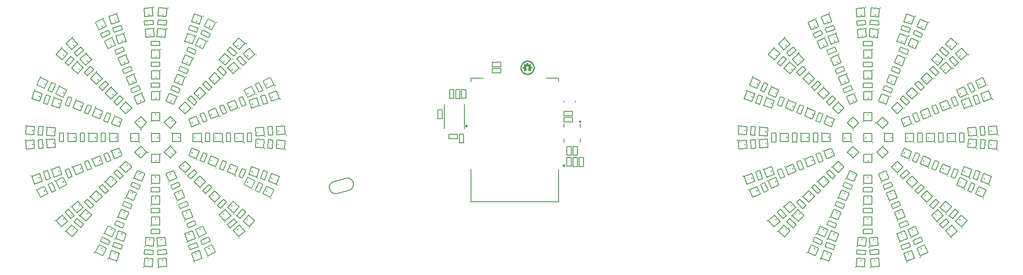
<source format=gto>
%FSTAX44Y44*%
%MOMM*%
%SFA1B1*%

%IPPOS*%
%ADD22C,0.253999*%
%ADD23C,0.200000*%
%ADD82C,0.250000*%
%ADD83C,0.180000*%
%ADD84C,0.100000*%
%LNpcb1-1*%
%LPD*%
G36*
X01761788Y02109923D02*
X01761855D01*
Y02109889*
Y02109856*
X01761888*
Y02109823*
Y02109789*
Y02109756*
Y02109724*
X01761922*
Y0210969*
Y02109656*
Y02109623*
Y02109589*
Y02109556*
Y02109523*
X01761955*
Y02109489*
Y02109456*
Y02109423*
Y02109389*
Y02109356*
X01761988*
Y02109323*
Y02109289*
Y02109256*
Y02109223*
Y02109189*
X01762022*
Y02109156*
Y02109123*
Y02109089*
Y02109056*
Y02109023*
Y02108989*
X01762055*
Y02108956*
Y02108923*
Y02108889*
Y02108856*
Y02108823*
X01762088*
Y02108789*
Y02108756*
Y02108723*
Y02108689*
Y02108656*
X01762122*
Y02108623*
Y02108589*
Y02108556*
Y02108523*
Y02108489*
Y02108456*
X01762155*
Y02108423*
Y02108389*
Y02108356*
Y02108323*
Y02108289*
X01762188*
Y02108256*
Y02108223*
Y02108189*
Y02108156*
Y02108123*
Y02108089*
X01762222*
Y02108056*
Y02108023*
Y02107989*
Y02107956*
Y02107923*
X01762255*
Y02107889*
Y02107856*
Y02107823*
Y02107789*
Y02107756*
X01762288*
Y02107723*
Y02107689*
Y02107656*
Y02107622*
Y02107589*
Y02107556*
X01762322*
Y02107522*
Y02107489*
Y02107456*
Y02107423*
Y02107389*
X01762355*
Y02107356*
Y02107322*
Y02107289*
X01762388*
Y02107256*
X01762422*
Y02107223*
X01762455*
Y02107189*
X01762555*
Y02107156*
X01762622*
Y02107123*
X01762688*
Y02107089*
X01762788*
Y02107057*
X01762855*
Y02107022*
X01762955*
Y02106989*
X01763022*
Y02106956*
X01763122*
Y02106922*
X01763188*
Y02106889*
X01763288*
Y02106856*
X01763355*
Y02106822*
X01763422*
Y02106789*
X01763522*
Y02106756*
X01763588*
Y02106722*
X01763689*
Y02106689*
X01763755*
Y02106656*
X01763855*
Y02106622*
X01763922*
Y02106589*
X01764022*
Y02106556*
X01764089*
Y02106522*
X01764189*
Y02106489*
X01764255*
Y02106522*
X01764355*
Y02106556*
X01764389*
Y02106589*
X01764455*
Y02106622*
X01764489*
Y02106656*
X01764555*
Y02106689*
X01764589*
Y02106722*
X01764655*
Y02106756*
X01764689*
Y02106789*
X01764755*
Y02106822*
X01764789*
Y02106856*
X01764855*
Y02106889*
X01764889*
Y02106922*
X01764922*
Y02106956*
X01764989*
Y02106989*
X01765022*
Y02107022*
X01765089*
Y02107057*
X01765122*
Y02107089*
X01765189*
Y02107123*
X01765222*
Y02107156*
X01765289*
Y02107189*
X01765322*
Y02107223*
X01765389*
Y02107256*
X01765422*
Y02107289*
X01765455*
Y02107322*
X01765522*
Y02107356*
X01765555*
Y02107389*
X01765622*
Y02107423*
X01765655*
Y02107456*
X01765722*
Y02107489*
X01765755*
Y02107522*
X01765822*
Y02107556*
X01765855*
Y02107589*
X01765922*
Y02107622*
X01765955*
Y02107656*
X01765989*
Y02107689*
X01766056*
Y02107723*
X01766089*
Y02107756*
X01766155*
Y02107789*
X01766189*
Y02107823*
X01766256*
Y02107856*
X01766289*
Y02107889*
X01766356*
Y02107923*
X01766389*
Y02107956*
X01766455*
Y02107989*
X01766556*
Y02107956*
X01766589*
Y02107923*
X01766655*
Y02107889*
X01766689*
Y02107856*
X01766722*
Y02107823*
X01766755*
Y02107789*
X01766789*
Y02107756*
X01766822*
Y02107723*
X01766856*
Y02107689*
X01766889*
Y02107656*
X01766922*
Y02107622*
X01766956*
Y02107589*
X01766989*
Y02107556*
X01767022*
Y02107522*
X01767056*
Y02107489*
X01767089*
Y02107456*
X01767122*
Y02107423*
X01767156*
Y02107389*
X01767189*
Y02107356*
X01767222*
Y02107322*
X01767256*
Y02107289*
X01767289*
Y02107256*
X01767322*
Y02107223*
X01767356*
Y02107189*
X01767389*
Y02107156*
X01767422*
Y02107123*
X01767456*
Y02107089*
X01767489*
Y02107057*
X01767522*
Y02107022*
X01767556*
Y02106989*
X01767589*
Y02106956*
X01767622*
Y02106922*
X01767656*
Y02106889*
X01767689*
Y02106856*
X01767722*
Y02106822*
X01767756*
Y02106789*
X01767789*
Y02106756*
X01767822*
Y02106722*
X01767856*
Y02106689*
X01767889*
Y02106656*
X01767922*
Y02106622*
X01767956*
Y02106589*
X01767989*
Y02106556*
X01768022*
Y02106522*
X01768056*
Y02106489*
X01768089*
Y02106456*
X01768122*
Y02106422*
X01768156*
Y02106389*
X01768189*
Y02106356*
X01768222*
Y02106322*
X01768256*
Y02106289*
X01768289*
Y02106256*
X01768322*
Y02106222*
X01768356*
Y02106189*
Y02106156*
X01768389*
Y02106122*
Y02106089*
Y02106056*
Y02106022*
X01768356*
Y02105989*
Y02105956*
X01768322*
Y02105922*
X01768289*
Y02105889*
Y02105856*
X01768256*
Y02105822*
X01768222*
Y02105789*
X01768189*
Y02105756*
Y02105722*
X01768156*
Y02105689*
X01768122*
Y02105656*
Y02105622*
X01768089*
Y02105589*
X01768056*
Y02105556*
Y02105522*
X01768022*
Y02105489*
X01767989*
Y02105456*
Y02105422*
X01767956*
Y02105389*
X01767922*
Y02105356*
Y02105322*
X01767889*
Y02105289*
X01767856*
Y02105256*
X01767822*
Y02105222*
Y02105189*
X01767789*
Y02105156*
X01767756*
Y02105122*
Y02105089*
X01767722*
Y02105055*
X01767689*
Y02105022*
Y02104989*
X01767656*
Y02104956*
X01767622*
Y02104922*
Y02104889*
X01767589*
Y02104856*
X01767556*
Y02104822*
Y02104789*
X01767522*
Y02104755*
X01767489*
Y02104722*
Y02104689*
X01767456*
Y02104656*
X01767422*
Y02104622*
X01767389*
Y02104589*
Y02104555*
X01767356*
Y02104522*
X01767322*
Y02104489*
Y02104455*
X01767289*
Y02104422*
X01767256*
Y0210439*
Y02104356*
X01767222*
Y02104322*
X01767189*
Y02104289*
Y02104255*
X01767156*
Y02104222*
X01767122*
Y02104189*
Y02104155*
X01767089*
Y02104122*
X01767056*
Y02104089*
X01767022*
Y02104055*
Y02104022*
X01766989*
Y02103989*
X01766956*
Y02103955*
Y02103922*
Y02103889*
X01766922*
Y02103855*
X01766956*
Y02103822*
Y02103789*
Y02103755*
Y02103722*
X01766989*
Y02103689*
Y02103655*
X01767022*
Y02103622*
Y02103589*
Y02103555*
X01767056*
Y02103522*
Y02103489*
X01767089*
Y02103455*
Y02103422*
X01767122*
Y02103389*
Y02103355*
Y02103322*
X01767156*
Y02103289*
Y02103255*
X01767189*
Y02103222*
Y02103189*
X01767222*
Y02103155*
Y02103122*
Y02103089*
X01767256*
Y02103055*
Y02103022*
X01767289*
Y02102989*
Y02102955*
X01767322*
Y02102922*
Y02102889*
Y02102855*
X01767356*
Y02102822*
Y02102789*
X01767389*
Y02102755*
Y02102722*
X01767422*
Y02102689*
Y02102655*
Y02102622*
X01767456*
Y02102589*
Y02102555*
X01767489*
Y02102522*
Y02102489*
X01767522*
Y02102455*
Y02102422*
Y02102389*
X01767556*
Y02102355*
Y02102322*
X01767589*
Y02102288*
Y02102255*
X01767622*
Y02102222*
Y02102188*
Y02102155*
X01767656*
Y02102122*
Y02102089*
X01767689*
Y02102055*
Y02102022*
X01767722*
Y02101988*
X01767756*
Y02101955*
X01767789*
Y02101922*
X01767922*
Y02101888*
X01768089*
Y02101855*
X01768256*
Y02101822*
X01768456*
Y02101789*
X01768622*
Y02101755*
X01768789*
Y02101723*
X01768989*
Y02101688*
X01769156*
Y02101655*
X01769356*
Y02101622*
X01769523*
Y02101588*
X01769689*
Y02101555*
X01769889*
Y02101522*
X01770056*
Y02101488*
X01770223*
Y02101455*
X01770323*
Y02101422*
X01770356*
Y02101388*
Y02101355*
Y02101322*
Y02101288*
Y02101255*
Y02101222*
Y02101188*
Y02101155*
Y02101122*
Y02101088*
Y02101055*
Y02101022*
Y02100988*
Y02100955*
Y02100922*
Y02100888*
Y02100855*
Y02100822*
Y02100788*
Y02100755*
Y02100722*
Y02100688*
Y02100655*
Y02100622*
Y02100588*
Y02100555*
Y02100522*
Y02100488*
Y02100455*
Y02100422*
Y02100388*
Y02100355*
Y02100322*
Y02100288*
Y02100255*
Y02100222*
Y02100188*
Y02100155*
Y02100122*
Y02100088*
Y02100055*
Y02100022*
Y02099988*
Y02099955*
Y02099922*
Y02099888*
Y02099855*
Y02099822*
Y02099788*
Y02099755*
Y02099721*
Y02099688*
Y02099655*
Y02099621*
Y02099588*
Y02099555*
Y02099522*
Y02099488*
Y02099455*
Y02099421*
Y02099388*
Y02099355*
Y02099322*
Y02099288*
Y02099255*
Y02099222*
Y02099188*
Y02099155*
Y02099121*
Y02099088*
Y02099056*
Y02099022*
Y02098988*
Y02098955*
Y02098921*
Y02098888*
Y02098855*
Y02098821*
Y02098788*
X01770323*
Y02098755*
X01770289*
Y02098721*
X01770189*
Y02098688*
X01770023*
Y02098655*
X01769823*
Y02098621*
X01769656*
Y02098588*
X01769489*
Y02098555*
X01769289*
Y02098521*
X01769123*
Y02098488*
X01768956*
Y02098455*
X01768756*
Y02098421*
X01768589*
Y02098388*
X01768389*
Y02098355*
X01768222*
Y02098321*
X01768056*
Y02098288*
X01767889*
Y02098255*
X01767822*
Y02098221*
X01767789*
Y02098188*
X01767756*
Y02098155*
Y02098121*
X01767722*
Y02098088*
Y02098055*
Y02098021*
X01767689*
Y02097988*
Y02097955*
X01767656*
Y02097921*
Y02097888*
Y02097855*
X01767622*
Y02097821*
Y02097788*
X01767589*
Y02097755*
Y02097721*
Y02097688*
X01767556*
Y02097655*
Y02097621*
X01767522*
Y02097588*
Y02097555*
Y02097521*
X01767489*
Y02097488*
Y02097455*
X01767456*
Y02097421*
Y02097388*
Y02097355*
X01767422*
Y02097321*
Y02097288*
X01767389*
Y02097255*
Y02097221*
Y02097188*
X01767356*
Y02097155*
Y02097121*
X01767322*
Y02097088*
Y02097055*
Y02097021*
X01767289*
Y02096988*
Y02096955*
X01767256*
Y02096921*
Y02096888*
Y02096854*
X01767222*
Y02096821*
Y02096788*
X01767189*
Y02096755*
Y02096721*
Y02096688*
X01767156*
Y02096654*
Y02096621*
X01767122*
Y02096588*
Y02096554*
Y02096521*
X01767089*
Y02096488*
Y02096455*
X01767056*
Y02096421*
Y02096389*
Y02096354*
X01767022*
Y02096321*
Y02096288*
Y02096254*
Y02096221*
Y02096188*
Y02096154*
Y02096121*
X01767056*
Y02096088*
Y02096054*
X01767089*
Y02096021*
X01767122*
Y02095988*
Y02095954*
X01767156*
Y02095921*
X01767189*
Y02095888*
Y02095854*
X01767222*
Y02095821*
X01767256*
Y02095788*
X01767289*
Y02095754*
Y02095721*
X01767322*
Y02095688*
X01767356*
Y02095654*
Y02095621*
X01767389*
Y02095588*
X01767422*
Y02095554*
Y02095521*
X01767456*
Y02095488*
X01767489*
Y02095454*
Y02095421*
X01767522*
Y02095388*
X01767556*
Y02095354*
Y02095321*
X01767589*
Y02095288*
X01767622*
Y02095254*
Y02095221*
X01767656*
Y02095188*
X01767689*
Y02095154*
X01767722*
Y02095121*
Y02095088*
X01767756*
Y02095054*
X01767789*
Y02095021*
Y02094988*
X01767822*
Y02094954*
X01767856*
Y02094921*
Y02094888*
X01767889*
Y02094854*
X01767922*
Y02094821*
Y02094788*
X01767956*
Y02094754*
X01767989*
Y02094721*
Y02094688*
X01768022*
Y02094654*
X01768056*
Y02094621*
X01768089*
Y02094588*
Y02094554*
X01768122*
Y02094521*
X01768156*
Y02094488*
Y02094454*
X01768189*
Y02094421*
X01768222*
Y02094387*
Y02094354*
X01768256*
Y02094321*
X01768289*
Y02094287*
Y02094254*
X01768322*
Y02094221*
X01768356*
Y02094188*
Y02094154*
X01768389*
Y02094121*
Y02094087*
Y02094054*
Y02094021*
X01768356*
Y02093987*
X01768322*
Y02093954*
X01768289*
Y02093921*
X01768256*
Y02093888*
X01768222*
Y02093854*
X01768189*
Y02093821*
X01768156*
Y02093787*
X01768122*
Y02093754*
X01768089*
Y02093722*
X01768056*
Y02093688*
X01768022*
Y02093654*
X01767989*
Y02093621*
X01767956*
Y02093587*
X01767922*
Y02093554*
X01767889*
Y02093521*
X01767856*
Y02093487*
X01767822*
Y02093454*
X01767789*
Y02093421*
X01767756*
Y02093387*
X01767722*
Y02093354*
X01767689*
Y02093321*
X01767656*
Y02093287*
X01767622*
Y02093254*
X01767589*
Y02093221*
X01767556*
Y02093187*
X01767522*
Y02093154*
X01767489*
Y02093121*
X01767456*
Y02093087*
X01767422*
Y02093054*
X01767389*
Y02093021*
X01767356*
Y02092987*
X01767322*
Y02092954*
X01767289*
Y02092921*
X01767256*
Y02092887*
X01767222*
Y02092854*
X01767189*
Y02092821*
X01767156*
Y02092787*
X01767122*
Y02092754*
X01767089*
Y02092721*
X01767056*
Y02092687*
X01767022*
Y02092654*
X01766989*
Y02092621*
X01766956*
Y02092587*
X01766922*
Y02092554*
X01766889*
Y02092521*
X01766856*
Y02092487*
X01766822*
Y02092454*
X01766789*
Y02092421*
X01766755*
Y02092387*
X01766722*
Y02092354*
X01766689*
Y02092321*
X01766655*
Y02092287*
X01766622*
Y02092254*
X01766589*
Y02092221*
X01766522*
Y02092187*
X01766489*
Y02092221*
X01766389*
Y02092254*
X01766356*
Y02092287*
X01766322*
Y02092321*
X01766256*
Y02092354*
X01766222*
Y02092387*
X01766155*
Y02092421*
X01766122*
Y02092454*
X01766056*
Y02092487*
X01766022*
Y02092521*
X01765955*
Y02092554*
X01765922*
Y02092587*
X01765855*
Y02092621*
X01765822*
Y02092654*
X01765755*
Y02092687*
X01765722*
Y02092721*
X01765689*
Y02092754*
X01765622*
Y02092787*
X01765589*
Y02092821*
X01765522*
Y02092854*
X01765489*
Y02092887*
X01765422*
Y02092921*
X01765389*
Y02092954*
X01765322*
Y02092987*
X01765289*
Y02093021*
X01765222*
Y02093054*
X01765189*
Y02093087*
X01765155*
Y02093121*
X01765089*
Y02093154*
X01765055*
Y02093187*
X01764989*
Y02093221*
X01764955*
Y02093254*
X01764889*
Y02093287*
X01764855*
Y02093321*
X01764789*
Y02093354*
X01764755*
Y02093387*
X01764689*
Y02093421*
X01764655*
Y02093454*
X01764622*
Y02093487*
X01764555*
Y02093521*
X01764522*
Y02093554*
X01764322*
Y02093521*
X01764255*
Y02093487*
X01764189*
Y02093454*
X01764122*
Y02093421*
X01764055*
Y02093387*
X01763989*
Y02093354*
X01763922*
Y02093321*
X01763888*
Y02093287*
X01763822*
Y02093254*
X01763755*
Y02093221*
X01763689*
Y02093187*
X01763622*
Y02093154*
X01763555*
Y02093121*
X01763489*
Y02093087*
X01763355*
Y02093121*
Y02093154*
X01763322*
Y02093187*
Y02093221*
X01763288*
Y02093254*
Y02093287*
Y02093321*
X01763255*
Y02093354*
Y02093387*
X01763222*
Y02093421*
Y02093454*
X01763188*
Y02093487*
Y02093521*
Y02093554*
X01763155*
Y02093587*
Y02093621*
X01763122*
Y02093654*
Y02093688*
Y02093722*
X01763088*
Y02093754*
Y02093787*
X01763055*
Y02093821*
Y02093854*
X01763022*
Y02093888*
Y02093921*
Y02093954*
X01762988*
Y02093987*
Y02094021*
X01762955*
Y02094054*
Y02094087*
Y02094121*
X01762922*
Y02094154*
Y02094188*
X01762888*
Y02094221*
Y02094254*
Y02094287*
X01762855*
Y02094321*
Y02094354*
X01762822*
Y02094387*
Y02094421*
X01762788*
Y02094454*
Y02094488*
Y02094521*
X01762755*
Y02094554*
Y02094588*
X01762722*
Y02094621*
Y02094654*
Y02094688*
X01762688*
Y02094721*
Y02094754*
X01762655*
Y02094788*
Y02094821*
X01762622*
Y02094854*
Y02094888*
Y02094921*
X01762588*
Y02094954*
Y02094988*
X01762555*
Y02095021*
Y02095054*
Y02095088*
X01762522*
Y02095121*
Y02095154*
X01762488*
Y02095188*
Y02095221*
Y02095254*
X01762455*
Y02095288*
Y02095321*
X01762422*
Y02095354*
Y02095388*
X01762388*
Y02095421*
Y02095454*
Y02095488*
X01762355*
Y02095521*
Y02095554*
X01762322*
Y02095588*
Y02095621*
Y02095654*
X01762288*
Y02095688*
Y02095721*
X01762255*
Y02095754*
Y02095788*
X01762222*
Y02095821*
Y02095854*
Y02095888*
X01762188*
Y02095921*
Y02095954*
X01762155*
Y02095988*
Y02096021*
Y02096054*
X01762122*
Y02096088*
Y02096121*
X01762088*
Y02096154*
Y02096188*
Y02096221*
X01762055*
Y02096254*
Y02096288*
X01762022*
Y02096321*
Y02096354*
X01761988*
Y02096389*
Y02096421*
Y02096455*
X01761955*
Y02096488*
Y02096521*
X01761922*
Y02096554*
Y02096588*
Y02096621*
X01761888*
Y02096654*
Y02096688*
X01761855*
Y02096721*
Y02096755*
X01761822*
Y02096788*
Y02096821*
Y02096854*
X01761788*
Y02096888*
Y02096921*
X01761755*
Y02096955*
Y02096988*
Y02097021*
X01761722*
Y02097055*
Y02097088*
X01761688*
Y02097121*
Y02097155*
X01761655*
Y02097188*
Y02097221*
Y02097255*
X01761622*
Y02097288*
Y02097321*
X01761588*
Y02097355*
Y02097388*
Y02097421*
Y02097455*
Y02097488*
X01761622*
Y02097521*
X01761655*
Y02097555*
X01761722*
Y02097588*
X01761788*
Y02097621*
X01761822*
Y02097655*
X01761888*
Y02097688*
X01761922*
Y02097721*
X01761955*
Y02097755*
X01762022*
Y02097788*
X01762055*
Y02097821*
X01762088*
Y02097855*
X01762155*
Y02097888*
X01762188*
Y02097921*
X01762255*
Y02097955*
X01762288*
Y02097988*
X01762322*
Y02098021*
X01762355*
Y02098055*
X01762388*
Y02098088*
X01762422*
Y02098121*
X01762455*
Y02098155*
X01762488*
Y02098188*
X01762522*
Y02098221*
X01762555*
Y02098255*
X01762588*
Y02098288*
X01762622*
Y02098321*
Y02098355*
X01762655*
Y02098388*
X01762688*
Y02098421*
X01762722*
Y02098455*
X01762755*
Y02098488*
Y02098521*
X01762788*
Y02098555*
X01762822*
Y02098588*
Y02098621*
X01762855*
Y02098655*
Y02098688*
X01762888*
Y02098721*
X01762922*
Y02098755*
Y02098788*
X01762955*
Y02098821*
Y02098855*
X01762988*
Y02098888*
Y02098921*
X01763022*
Y02098955*
Y02098988*
X01763055*
Y02099022*
Y02099056*
Y02099088*
X01763088*
Y02099121*
Y02099155*
Y02099188*
X01763122*
Y02099222*
Y02099255*
Y02099288*
X01763155*
Y02099322*
Y02099355*
Y02099388*
X01763188*
Y02099421*
Y02099455*
Y02099488*
Y02099522*
Y02099555*
X01763222*
Y02099588*
Y02099621*
Y02099655*
Y02099688*
Y02099721*
X01763255*
Y02099755*
Y02099788*
Y02099822*
Y02099855*
Y02099888*
Y02099922*
Y02099955*
Y02099988*
Y02100022*
Y02100055*
Y02100088*
Y02100122*
Y02100155*
Y02100188*
Y02100222*
Y02100255*
Y02100288*
Y02100322*
Y02100355*
Y02100388*
Y02100422*
X01763222*
Y02100455*
Y02100488*
Y02100522*
Y02100555*
Y02100588*
Y02100622*
X01763188*
Y02100655*
Y02100688*
Y02100722*
Y02100755*
X01763155*
Y02100788*
Y02100822*
Y02100855*
Y02100888*
X01763122*
Y02100922*
Y02100955*
Y02100988*
X01763088*
Y02101022*
Y02101055*
Y02101088*
X01763055*
Y02101122*
Y02101155*
X01763022*
Y02101188*
Y02101222*
X01762988*
Y02101255*
Y02101288*
X01762955*
Y02101322*
Y02101355*
X01762922*
Y02101388*
Y02101422*
X01762888*
Y02101455*
Y02101488*
X01762855*
Y02101522*
Y02101555*
X01762822*
Y02101588*
X01762788*
Y02101622*
Y02101655*
X01762755*
Y02101688*
X01762722*
Y02101723*
X01762688*
Y02101755*
Y02101789*
X01762655*
Y02101822*
X01762622*
Y02101855*
X01762588*
Y02101888*
X01762555*
Y02101922*
X01762522*
Y02101955*
X01762488*
Y02101988*
Y02102022*
X01762455*
Y02102055*
X01762388*
Y02102089*
X01762355*
Y02102122*
X01762322*
Y02102155*
X01762288*
Y02102188*
X01762255*
Y02102222*
X01762222*
Y02102255*
X01762155*
Y02102288*
X01762122*
Y02102322*
X01762088*
Y02102355*
X01762022*
Y02102389*
X01761988*
Y02102422*
X01761922*
Y02102455*
X01761855*
Y02102489*
X01761822*
Y02102522*
X01761755*
Y02102555*
X01761688*
Y02102589*
X01761588*
Y02102622*
X01761522*
Y02102655*
X01761421*
Y02102689*
X01761355*
Y02102722*
X01761222*
Y02102755*
X01761088*
Y02102789*
X01760888*
Y02102822*
X01760121*
Y02102789*
X01759921*
Y02102755*
X01759788*
Y02102722*
X01759655*
Y02102689*
X01759588*
Y02102655*
X01759488*
Y02102622*
X01759421*
Y02102589*
X01759321*
Y02102555*
X01759255*
Y02102522*
X01759188*
Y02102489*
X01759155*
Y02102455*
X01759088*
Y02102422*
X01759021*
Y02102389*
X01758988*
Y02102355*
X01758921*
Y02102322*
X01758888*
Y02102288*
X01758855*
Y02102255*
X01758788*
Y02102222*
X01758754*
Y02102188*
X01758721*
Y02102155*
X01758688*
Y02102122*
X01758655*
Y02102089*
X01758621*
Y02102055*
X01758554*
Y02102022*
X01758521*
Y02101988*
Y02101955*
X01758488*
Y02101922*
X01758455*
Y02101888*
X01758421*
Y02101855*
X01758388*
Y02101822*
X01758355*
Y02101789*
X01758321*
Y02101755*
Y02101723*
X01758288*
Y02101688*
X01758254*
Y02101655*
X01758221*
Y02101622*
Y02101588*
X01758188*
Y02101555*
X01758155*
Y02101522*
Y02101488*
X01758121*
Y02101455*
Y02101422*
X01758088*
Y02101388*
Y02101355*
X01758055*
Y02101322*
Y02101288*
X01758021*
Y02101255*
Y02101222*
X01757988*
Y02101188*
Y02101155*
X01757954*
Y02101122*
Y02101088*
X01757921*
Y02101055*
Y02101022*
Y02100988*
X01757888*
Y02100955*
Y02100922*
Y02100888*
X01757854*
Y02100855*
Y02100822*
Y02100788*
Y02100755*
X01757821*
Y02100722*
Y02100688*
Y02100655*
Y02100622*
X01757788*
Y02100588*
Y02100555*
Y02100522*
Y02100488*
Y02100455*
Y02100422*
X01757754*
Y02100388*
Y02100355*
Y02100322*
Y02100288*
Y02100255*
Y02100222*
Y02100188*
Y02100155*
Y02100122*
Y02100088*
Y02100055*
Y02100022*
Y02099988*
Y02099955*
Y02099922*
Y02099888*
Y02099855*
Y02099822*
Y02099788*
Y02099755*
Y02099721*
X01757788*
Y02099688*
Y02099655*
Y02099621*
Y02099588*
Y02099555*
X01757821*
Y02099522*
Y02099488*
Y02099455*
Y02099421*
Y02099388*
X01757854*
Y02099355*
Y02099322*
Y02099288*
X01757888*
Y02099255*
Y02099222*
Y02099188*
X01757921*
Y02099155*
Y02099121*
Y02099088*
X01757954*
Y02099056*
Y02099022*
Y02098988*
X01757988*
Y02098955*
Y02098921*
X01758021*
Y02098888*
Y02098855*
X01758055*
Y02098821*
Y02098788*
X01758088*
Y02098755*
Y02098721*
X01758121*
Y02098688*
X01758155*
Y02098655*
Y02098621*
X01758188*
Y02098588*
Y02098555*
X01758221*
Y02098521*
X01758254*
Y02098488*
Y02098455*
X01758288*
Y02098421*
X01758321*
Y02098388*
X01758355*
Y02098355*
X01758388*
Y02098321*
Y02098288*
X01758421*
Y02098255*
X01758455*
Y02098221*
X01758488*
Y02098188*
X01758521*
Y02098155*
X01758554*
Y02098121*
X01758588*
Y02098088*
X01758621*
Y02098055*
X01758655*
Y02098021*
X01758688*
Y02097988*
X01758721*
Y02097955*
X01758754*
Y02097921*
X01758821*
Y02097888*
X01758855*
Y02097855*
X01758921*
Y02097821*
X01758955*
Y02097788*
X01758988*
Y02097755*
X01759055*
Y02097721*
X01759088*
Y02097688*
X01759121*
Y02097655*
X01759188*
Y02097621*
X01759221*
Y02097588*
X01759288*
Y02097555*
X01759355*
Y02097521*
X01759388*
Y02097488*
X01759421*
Y02097455*
Y02097421*
Y02097388*
Y02097355*
Y02097321*
X01759388*
Y02097288*
Y02097255*
X01759355*
Y02097221*
Y02097188*
Y02097155*
X01759321*
Y02097121*
Y02097088*
X01759288*
Y02097055*
Y02097021*
X01759255*
Y02096988*
Y02096955*
Y02096921*
X01759221*
Y02096888*
Y02096854*
X01759188*
Y02096821*
Y02096788*
Y02096755*
X01759155*
Y02096721*
Y02096688*
X01759121*
Y02096654*
Y02096621*
X01759088*
Y02096588*
Y02096554*
Y02096521*
X01759055*
Y02096488*
Y02096455*
X01759021*
Y02096421*
Y02096389*
Y02096354*
X01758988*
Y02096321*
Y02096288*
X01758955*
Y02096254*
Y02096221*
X01758921*
Y02096188*
Y02096154*
Y02096121*
X01758888*
Y02096088*
Y02096054*
X01758855*
Y02096021*
Y02095988*
Y02095954*
X01758821*
Y02095921*
Y02095888*
X01758788*
Y02095854*
Y02095821*
Y02095788*
X01758754*
Y02095754*
Y02095721*
X01758721*
Y02095688*
Y02095654*
X01758688*
Y02095621*
Y02095588*
Y02095554*
X01758655*
Y02095521*
Y02095488*
X01758621*
Y02095454*
Y02095421*
Y02095388*
X01758588*
Y02095354*
Y02095321*
X01758554*
Y02095288*
Y02095254*
X01758521*
Y02095221*
Y02095188*
Y02095154*
X01758488*
Y02095121*
Y02095088*
X01758455*
Y02095054*
Y02095021*
Y02094988*
X01758421*
Y02094954*
Y02094921*
X01758388*
Y02094888*
Y02094854*
Y02094821*
X01758355*
Y02094788*
Y02094754*
X01758321*
Y02094721*
Y02094688*
X01758288*
Y02094654*
Y02094621*
Y02094588*
X01758254*
Y02094554*
Y02094521*
X01758221*
Y02094488*
Y02094454*
Y02094421*
X01758188*
Y02094387*
Y02094354*
X01758155*
Y02094321*
Y02094287*
X01758121*
Y02094254*
Y02094221*
Y02094188*
X01758088*
Y02094154*
Y02094121*
X01758055*
Y02094087*
Y02094054*
Y02094021*
X01758021*
Y02093987*
Y02093954*
X01757988*
Y02093921*
Y02093888*
Y02093854*
X01757954*
Y02093821*
Y02093787*
X01757921*
Y02093754*
Y02093722*
X01757888*
Y02093688*
Y02093654*
Y02093621*
X01757854*
Y02093587*
Y02093554*
X01757821*
Y02093521*
Y02093487*
Y02093454*
X01757788*
Y02093421*
Y02093387*
X01757754*
Y02093354*
Y02093321*
X01757721*
Y02093287*
Y02093254*
Y02093221*
X01757688*
Y02093187*
Y02093154*
X01757654*
Y02093121*
Y02093087*
X01757521*
Y02093121*
X01757454*
Y02093154*
X01757388*
Y02093187*
X01757321*
Y02093221*
X01757254*
Y02093254*
X01757188*
Y02093287*
X01757121*
Y02093321*
X01757088*
Y02093354*
X01757021*
Y02093387*
X01756954*
Y02093421*
X01756888*
Y02093454*
X01756821*
Y02093487*
X01756754*
Y02093521*
X01756688*
Y02093554*
X01756488*
Y02093521*
X01756454*
Y02093487*
X01756388*
Y02093454*
X01756354*
Y02093421*
X01756321*
Y02093387*
X01756254*
Y02093354*
X01756221*
Y02093321*
X01756154*
Y02093287*
X01756121*
Y02093254*
X01756054*
Y02093221*
X01756021*
Y02093187*
X01755954*
Y02093154*
X01755921*
Y02093121*
X01755854*
Y02093087*
X01755821*
Y02093054*
X01755788*
Y02093021*
X01755721*
Y02092987*
X01755687*
Y02092954*
X01755621*
Y02092921*
X01755588*
Y02092887*
X01755521*
Y02092854*
X01755487*
Y02092821*
X01755421*
Y02092787*
X01755387*
Y02092754*
X01755321*
Y02092721*
X01755287*
Y02092687*
X01755254*
Y02092654*
X01755187*
Y02092621*
X01755154*
Y02092587*
X01755087*
Y02092554*
X01755054*
Y02092521*
X01754987*
Y02092487*
X01754954*
Y02092454*
X01754887*
Y02092421*
X01754854*
Y02092387*
X01754787*
Y02092354*
X01754754*
Y02092321*
X01754687*
Y02092287*
X01754654*
Y02092254*
X01754621*
Y02092221*
X01754521*
Y02092187*
X01754487*
Y02092221*
X01754421*
Y02092254*
X01754387*
Y02092287*
X01754354*
Y02092321*
X01754321*
Y02092354*
X01754287*
Y02092387*
X01754254*
Y02092421*
X01754221*
Y02092454*
X01754187*
Y02092487*
X01754154*
Y02092521*
X01754121*
Y02092554*
X01754087*
Y02092587*
X01754054*
Y02092621*
X01754021*
Y02092654*
X01753987*
Y02092687*
X01753954*
Y02092721*
X01753921*
Y02092754*
X01753887*
Y02092787*
X01753854*
Y02092821*
X01753821*
Y02092854*
X01753787*
Y02092887*
X01753754*
Y02092921*
X01753721*
Y02092954*
X01753687*
Y02092987*
X01753654*
Y02093021*
X01753621*
Y02093054*
X01753587*
Y02093087*
X01753554*
Y02093121*
X01753521*
Y02093154*
X01753487*
Y02093187*
X01753454*
Y02093221*
X0175342*
Y02093254*
X01753387*
Y02093287*
X01753354*
Y02093321*
X01753321*
Y02093354*
X01753287*
Y02093387*
X01753254*
Y02093421*
X0175322*
Y02093454*
X01753187*
Y02093487*
X01753154*
Y02093521*
X0175312*
Y02093554*
X01753087*
Y02093587*
X01753054*
Y02093621*
X01753021*
Y02093654*
X01752987*
Y02093688*
X01752954*
Y02093722*
X0175292*
Y02093754*
X01752887*
Y02093787*
X01752854*
Y02093821*
X01752821*
Y02093854*
X01752787*
Y02093888*
X01752754*
Y02093921*
X01752721*
Y02093954*
X01752687*
Y02093987*
X01752654*
Y02094021*
X0175262*
Y02094054*
Y02094087*
Y02094121*
Y02094154*
X01752654*
Y02094188*
Y02094221*
X01752687*
Y02094254*
X01752721*
Y02094287*
Y02094321*
X01752754*
Y02094354*
X01752787*
Y02094387*
Y02094421*
X01752821*
Y02094454*
X01752854*
Y02094488*
Y02094521*
X01752887*
Y02094554*
X0175292*
Y02094588*
Y02094621*
X01752954*
Y02094654*
X01752987*
Y02094688*
X01753021*
Y02094721*
Y02094754*
X01753054*
Y02094788*
X01753087*
Y02094821*
Y02094854*
X0175312*
Y02094888*
X01753154*
Y02094921*
Y02094954*
X01753187*
Y02094988*
X0175322*
Y02095021*
Y02095054*
X01753254*
Y02095088*
X01753287*
Y02095121*
Y02095154*
X01753321*
Y02095188*
X01753354*
Y02095221*
X01753387*
Y02095254*
Y02095288*
X0175342*
Y02095321*
X01753454*
Y02095354*
Y02095388*
X01753487*
Y02095421*
X01753521*
Y02095454*
Y02095488*
X01753554*
Y02095521*
X01753587*
Y02095554*
Y02095588*
X01753621*
Y02095621*
X01753654*
Y02095654*
Y02095688*
X01753687*
Y02095721*
X01753721*
Y02095754*
Y02095788*
X01753754*
Y02095821*
X01753787*
Y02095854*
X01753821*
Y02095888*
Y02095921*
X01753854*
Y02095954*
X01753887*
Y02095988*
Y02096021*
X01753921*
Y02096054*
X01753954*
Y02096088*
Y02096121*
X01753987*
Y02096154*
Y02096188*
Y02096221*
Y02096254*
Y02096288*
Y02096321*
Y02096354*
X01753954*
Y02096389*
Y02096421*
Y02096455*
X01753921*
Y02096488*
Y02096521*
X01753887*
Y02096554*
Y02096588*
Y02096621*
X01753854*
Y02096654*
Y02096688*
X01753821*
Y02096721*
Y02096755*
Y02096788*
X01753787*
Y02096821*
Y02096854*
X01753754*
Y02096888*
Y02096921*
Y02096955*
X01753721*
Y02096988*
Y02097021*
X01753687*
Y02097055*
Y02097088*
Y02097121*
X01753654*
Y02097155*
Y02097188*
X01753621*
Y02097221*
Y02097255*
Y02097288*
X01753587*
Y02097321*
Y02097355*
X01753554*
Y02097388*
Y02097421*
Y02097455*
X01753521*
Y02097488*
Y02097521*
X01753487*
Y02097555*
Y02097588*
Y02097621*
X01753454*
Y02097655*
Y02097688*
X0175342*
Y02097721*
Y02097755*
Y02097788*
X01753387*
Y02097821*
Y02097855*
X01753354*
Y02097888*
Y02097921*
Y02097955*
X01753321*
Y02097988*
Y02098021*
X01753287*
Y02098055*
Y02098088*
Y02098121*
X01753254*
Y02098155*
Y02098188*
X0175322*
Y02098221*
X01753187*
Y02098255*
X0175312*
Y02098288*
X01752954*
Y02098321*
X01752787*
Y02098355*
X0175262*
Y02098388*
X0175242*
Y02098421*
X01752254*
Y02098455*
X01752054*
Y02098488*
X01751887*
Y02098521*
X0175172*
Y02098555*
X0175152*
Y02098588*
X01751354*
Y02098621*
X01751187*
Y02098655*
X01750987*
Y02098688*
X0175082*
Y02098721*
X0175072*
Y02098755*
X01750687*
Y02098788*
X01750653*
Y02098821*
Y02098855*
Y02098888*
Y02098921*
Y02098955*
Y02098988*
Y02099022*
Y02099056*
Y02099088*
Y02099121*
Y02099155*
Y02099188*
Y02099222*
Y02099255*
Y02099288*
Y02099322*
Y02099355*
Y02099388*
Y02099421*
Y02099455*
Y02099488*
Y02099522*
Y02099555*
Y02099588*
Y02099621*
Y02099655*
Y02099688*
Y02099721*
Y02099755*
Y02099788*
Y02099822*
Y02099855*
Y02099888*
Y02099922*
Y02099955*
Y02099988*
Y02100022*
Y02100055*
Y02100088*
Y02100122*
Y02100155*
Y02100188*
Y02100222*
Y02100255*
Y02100288*
Y02100322*
Y02100355*
Y02100388*
Y02100422*
Y02100455*
Y02100488*
Y02100522*
Y02100555*
Y02100588*
Y02100622*
Y02100655*
Y02100688*
Y02100722*
Y02100755*
Y02100788*
Y02100822*
Y02100855*
Y02100888*
Y02100922*
Y02100955*
Y02100988*
Y02101022*
Y02101055*
Y02101088*
Y02101122*
Y02101155*
Y02101188*
Y02101222*
Y02101255*
Y02101288*
Y02101322*
Y02101355*
Y02101388*
Y02101422*
X01750687*
Y02101455*
X01750787*
Y02101488*
X01750954*
Y02101522*
X0175112*
Y02101555*
X0175132*
Y02101588*
X01751487*
Y02101622*
X01751654*
Y02101655*
X01751854*
Y02101688*
X0175202*
Y02101723*
X0175222*
Y02101755*
X01752387*
Y02101789*
X01752554*
Y02101822*
X01752754*
Y02101855*
X0175292*
Y02101888*
X01753087*
Y02101922*
X0175322*
Y02101955*
X01753254*
Y02101988*
X01753287*
Y02102022*
X01753321*
Y02102055*
Y02102089*
X01753354*
Y02102122*
Y02102155*
X01753387*
Y02102188*
Y02102222*
Y02102255*
X0175342*
Y02102288*
Y02102322*
X01753454*
Y02102355*
Y02102389*
X01753487*
Y02102422*
Y02102455*
Y02102489*
X01753521*
Y02102522*
Y02102555*
X01753554*
Y02102589*
Y02102622*
X01753587*
Y02102655*
Y02102689*
Y02102722*
X01753621*
Y02102755*
Y02102789*
X01753654*
Y02102822*
Y02102855*
X01753687*
Y02102889*
Y02102922*
Y02102955*
X01753721*
Y02102989*
Y02103022*
X01753754*
Y02103055*
Y02103089*
X01753787*
Y02103122*
Y02103155*
Y02103189*
X01753821*
Y02103222*
Y02103255*
X01753854*
Y02103289*
Y02103322*
X01753887*
Y02103355*
Y02103389*
Y02103422*
X01753921*
Y02103455*
Y02103489*
X01753954*
Y02103522*
Y02103555*
X01753987*
Y02103589*
Y02103622*
Y02103655*
X01754021*
Y02103689*
Y02103722*
X01754054*
Y02103755*
Y02103789*
Y02103822*
Y02103855*
X01754087*
Y02103889*
X01754054*
Y02103922*
Y02103955*
Y02103989*
X01754021*
Y02104022*
X01753987*
Y02104055*
Y02104089*
X01753954*
Y02104122*
X01753921*
Y02104155*
X01753887*
Y02104189*
Y02104222*
X01753854*
Y02104255*
X01753821*
Y02104289*
Y02104322*
X01753787*
Y02104356*
X01753754*
Y0210439*
Y02104422*
X01753721*
Y02104455*
X01753687*
Y02104489*
Y02104522*
X01753654*
Y02104555*
X01753621*
Y02104589*
Y02104622*
X01753587*
Y02104656*
X01753554*
Y02104689*
X01753521*
Y02104722*
Y02104755*
X01753487*
Y02104789*
X01753454*
Y02104822*
Y02104856*
X0175342*
Y02104889*
X01753387*
Y02104922*
Y02104956*
X01753354*
Y02104989*
X01753321*
Y02105022*
Y02105055*
X01753287*
Y02105089*
X01753254*
Y02105122*
Y02105156*
X0175322*
Y02105189*
X01753187*
Y02105222*
Y02105256*
X01753154*
Y02105289*
X0175312*
Y02105322*
X01753087*
Y02105356*
Y02105389*
X01753054*
Y02105422*
X01753021*
Y02105456*
Y02105489*
X01752987*
Y02105522*
X01752954*
Y02105556*
Y02105589*
X0175292*
Y02105622*
X01752887*
Y02105656*
Y02105689*
X01752854*
Y02105722*
X01752821*
Y02105756*
Y02105789*
X01752787*
Y02105822*
X01752754*
Y02105856*
X01752721*
Y02105889*
Y02105922*
X01752687*
Y02105956*
X01752654*
Y02105989*
Y02106022*
X0175262*
Y02106056*
Y02106089*
Y02106122*
Y02106156*
X01752654*
Y02106189*
X01752687*
Y02106222*
X01752721*
Y02106256*
X01752754*
Y02106289*
X01752787*
Y02106322*
X01752821*
Y02106356*
X01752854*
Y02106389*
X01752887*
Y02106422*
X0175292*
Y02106456*
X01752954*
Y02106489*
X01752987*
Y02106522*
X01753021*
Y02106556*
X01753054*
Y02106589*
X01753087*
Y02106622*
X0175312*
Y02106656*
X01753154*
Y02106689*
X01753187*
Y02106722*
X0175322*
Y02106756*
X01753254*
Y02106789*
X01753287*
Y02106822*
X01753321*
Y02106856*
X01753354*
Y02106889*
X01753387*
Y02106922*
X0175342*
Y02106956*
X01753454*
Y02106989*
X01753487*
Y02107022*
X01753521*
Y02107057*
X01753554*
Y02107089*
X01753587*
Y02107123*
X01753621*
Y02107156*
X01753654*
Y02107189*
X01753687*
Y02107223*
X01753721*
Y02107256*
X01753754*
Y02107289*
X01753787*
Y02107322*
X01753821*
Y02107356*
X01753854*
Y02107389*
X01753887*
Y02107423*
X01753921*
Y02107456*
X01753954*
Y02107489*
X01753987*
Y02107522*
X01754021*
Y02107556*
X01754054*
Y02107589*
X01754087*
Y02107622*
X01754121*
Y02107656*
X01754154*
Y02107689*
X01754187*
Y02107723*
X01754221*
Y02107756*
X01754254*
Y02107789*
X01754287*
Y02107823*
X01754321*
Y02107856*
X01754354*
Y02107889*
X01754387*
Y02107923*
X01754421*
Y02107956*
X01754454*
Y02107989*
X01754554*
Y02107956*
X01754621*
Y02107923*
X01754654*
Y02107889*
X01754721*
Y02107856*
X01754754*
Y02107823*
X01754821*
Y02107789*
X01754854*
Y02107756*
X01754921*
Y02107723*
X01754954*
Y02107689*
X01755021*
Y02107656*
X01755054*
Y02107622*
X01755087*
Y02107589*
X01755154*
Y02107556*
X01755187*
Y02107522*
X01755254*
Y02107489*
X01755287*
Y02107456*
X01755354*
Y02107423*
X01755387*
Y02107389*
X01755454*
Y02107356*
X01755487*
Y02107322*
X01755554*
Y02107289*
X01755588*
Y02107256*
X01755621*
Y02107223*
X01755687*
Y02107189*
X01755721*
Y02107156*
X01755788*
Y02107123*
X01755821*
Y02107089*
X01755888*
Y02107057*
X01755921*
Y02107022*
X01755987*
Y02106989*
X01756021*
Y02106956*
X01756088*
Y02106922*
X01756121*
Y02106889*
X01756188*
Y02106856*
X01756221*
Y02106822*
X01756254*
Y02106789*
X01756321*
Y02106756*
X01756354*
Y02106722*
X01756421*
Y02106689*
X01756454*
Y02106656*
X01756521*
Y02106622*
X01756554*
Y02106589*
X01756621*
Y02106556*
X01756654*
Y02106522*
X01756754*
Y02106489*
X01756821*
Y02106522*
X01756921*
Y02106556*
X01756988*
Y02106589*
X01757088*
Y02106622*
X01757154*
Y02106656*
X01757254*
Y02106689*
X01757321*
Y02106722*
X01757421*
Y02106756*
X01757488*
Y02106789*
X01757588*
Y02106822*
X01757654*
Y02106856*
X01757721*
Y02106889*
X01757821*
Y02106922*
X01757888*
Y02106956*
X01757988*
Y02106989*
X01758055*
Y02107022*
X01758155*
Y02107057*
X01758221*
Y02107089*
X01758321*
Y02107123*
X01758388*
Y02107156*
X01758455*
Y02107189*
X01758554*
Y02107223*
X01758588*
Y02107256*
X01758621*
Y02107289*
X01758655*
Y02107322*
Y02107356*
Y02107389*
X01758688*
Y02107423*
Y02107456*
Y02107489*
Y02107522*
Y02107556*
X01758721*
Y02107589*
Y02107622*
Y02107656*
Y02107689*
Y02107723*
Y02107756*
X01758754*
Y02107789*
Y02107823*
Y02107856*
Y02107889*
Y02107923*
X01758788*
Y02107956*
Y02107989*
Y02108023*
Y02108056*
Y02108089*
X01758821*
Y02108123*
Y02108156*
Y02108189*
Y02108223*
Y02108256*
Y02108289*
X01758855*
Y02108323*
Y02108356*
Y02108389*
Y02108423*
Y02108456*
X01758888*
Y02108489*
Y02108523*
Y02108556*
Y02108589*
Y02108623*
X01758921*
Y02108656*
Y02108689*
Y02108723*
Y02108756*
Y02108789*
Y02108823*
X01758955*
Y02108856*
Y02108889*
Y02108923*
Y02108956*
Y02108989*
X01758988*
Y02109023*
Y02109056*
Y02109089*
Y02109123*
Y02109156*
Y02109189*
X01759021*
Y02109223*
Y02109256*
Y02109289*
Y02109323*
Y02109356*
X01759055*
Y02109389*
Y02109423*
Y02109456*
Y02109489*
Y02109523*
X01759088*
Y02109556*
Y02109589*
Y02109623*
Y02109656*
Y0210969*
Y02109724*
X01759121*
Y02109756*
Y02109789*
Y02109823*
Y02109856*
X01759155*
Y02109889*
Y02109923*
X01759221*
Y02109956*
X01761788*
Y02109923*
G37*
G54D22*
X01773943Y02100258D02*
D01*
X0177391Y02101201*
X01773812Y02102139*
X01773648Y02103068*
X0177342Y02103983*
X01773129Y0210488*
X01772775Y02105754*
X01772362Y02106602*
X0177189Y02107419*
X01771363Y02108201*
X01770782Y02108944*
X01770151Y02109645*
X01769472Y02110301*
X0176875Y02110907*
X01767987Y02111461*
X01767187Y02111961*
X01766354Y02112404*
X01765493Y02112788*
X01764606Y0211311*
X017637Y0211337*
X01762777Y02113566*
X01761843Y02113697*
X01760902Y02113763*
X01759959*
X01759018Y02113697*
X01758084Y02113566*
X01757161Y0211337*
X01756255Y0211311*
X01755368Y02112788*
X01754507Y02112404*
X01753674Y02111961*
X01752874Y02111461*
X01752111Y02110907*
X01751388Y02110301*
X0175071Y02109645*
X01750079Y02108944*
X01749498Y02108201*
X01748971Y02107419*
X01748499Y02106602*
X01748086Y02105754*
X01747732Y0210488*
X01747441Y02103983*
X01747213Y02103068*
X01747049Y02102139*
X0174695Y02101201*
X01746917Y02100258*
X0174695Y02099316*
X01747049Y02098378*
X01747213Y02097449*
X01747441Y02096534*
X01747732Y02095637*
X01748086Y02094762*
X01748499Y02093914*
X01748971Y02093098*
X01749498Y02092316*
X01750079Y02091572*
X0175071Y02090871*
X01751388Y02090216*
X01752111Y0208961*
X01752874Y02089056*
X01753674Y02088556*
X01754507Y02088113*
X01755368Y02087729*
X01756255Y02087407*
X01757161Y02087147*
X01758084Y02086951*
X01759018Y02086819*
X01759959Y02086754*
X01760902*
X01761843Y02086819*
X01762777Y02086951*
X017637Y02087147*
X01764606Y02087407*
X01765493Y02087729*
X01766354Y02088113*
X01767187Y02088556*
X01767987Y02089056*
X0176875Y0208961*
X01769472Y02090216*
X01770151Y02090871*
X01770782Y02091572*
X01771363Y02092316*
X0177189Y02093098*
X01772362Y02093914*
X01772775Y02094762*
X01773129Y02095637*
X0177342Y02096534*
X01773648Y02097449*
X01773812Y02098378*
X0177391Y02099316*
X01773943Y02100255*
X01024439Y01966218D02*
X0102451Y01966147D01*
X00981259Y01966218D02*
X0098133Y01966147D01*
X01021987Y01939808D02*
Y01939908D01*
X01001579Y01922967D02*
X0100165Y01923038D01*
X0097524Y01925489D02*
X0097534D01*
X00958399Y01945898D02*
X0095847Y01945827D01*
X00960921Y01972137D02*
Y01972237D01*
X00981259Y01989007D02*
X0098133Y01989078D01*
X01007569Y01986555D02*
X01007669D01*
X01084426Y01983427D02*
X01084519Y01983389D01*
X0112432Y01999951D02*
X01124412Y01999913D01*
X01164213Y02016475D02*
X01164305Y02016437D01*
X01208458Y02020951D02*
X01208548Y02020907D01*
X01199711Y02045067D02*
X01199806Y02045034D01*
X01249224Y02035186D02*
X01249314Y02035143D01*
X01238603Y02063826D02*
X01238698Y02063793D01*
X01066808Y02016909D02*
X01066908D01*
X01097341Y02047442D02*
X01097441D01*
X01127874Y02077975D02*
X01127974D01*
X01167038Y02099041D02*
X01167138Y02099035D01*
X01149729Y02117974D02*
X01149828Y0211798D01*
X01199253Y02127794D02*
X01199353Y02127788D01*
X01178481Y02150189D02*
X01178581Y02150195D01*
X01037717Y020411D02*
X0103781Y02041138D01*
X01054241Y02080993D02*
X01054334Y02081031D01*
X01070766Y02120886D02*
X01070858Y02120924D01*
X01098888Y02155337D02*
X01098982Y0215537D01*
X0107565Y02166205D02*
X0107574Y02166248D01*
X01117647Y02194229D02*
X01117741Y02194262D01*
X01089886Y0220697D02*
X01089976Y02207014D01*
X01001584Y02052317D02*
X01001654Y02052388D01*
X01001584Y02095497D02*
X01001654Y02095568D01*
X01001584Y02138677D02*
X01001654Y02138748D01*
X01014381Y02181267D02*
X01014456Y02181334D01*
X00988753Y02182415D02*
X0098882Y0218249D01*
X01016829Y02224378D02*
X01016904Y02224444D01*
X00986305Y02225525D02*
X00986372Y022256D01*
X00963908Y02048853D02*
X00963946Y02048945D01*
X00947384Y02088746D02*
X00947422Y02088838D01*
X00930859Y02128639D02*
X00930898Y02128731D01*
X00926384Y02172884D02*
X00926428Y02172974D01*
X00902268Y02164137D02*
X00902301Y02164232D01*
X00912149Y0221365D02*
X00912192Y0221374D01*
X00883509Y0220303D02*
X00883542Y02203124D01*
X00930426Y02031234D02*
Y02031334D01*
X00899893Y02061767D02*
Y02061867D01*
X0086936Y020923D02*
Y020924D01*
X00848294Y02131465D02*
X00848299Y02131565D01*
X00829355Y02114255D02*
X0082936Y02114155D01*
X00819541Y0216368D02*
X00819547Y02163779D01*
X0079714Y02143007D02*
X00797146Y02142907D01*
X00906197Y02002236D02*
X00906235Y02002144D01*
X00866303Y0201876D02*
X00866342Y02018668D01*
X0082641Y02035285D02*
X00826449Y02035192D01*
X00791965Y02063408D02*
X00791998Y02063314D01*
X00781087Y02040166D02*
X0078113Y02040076D01*
X00753073Y02082168D02*
X00753106Y02082073D01*
X00740321Y02054402D02*
X00740365Y02054312D01*
X00894947Y01966081D02*
X00895018Y0196601D01*
X00851767Y01966081D02*
X00851838Y0196601D01*
X00808587Y01966081D02*
X00808658Y0196601D01*
X00766001Y01978882D02*
X00766068Y01978808D01*
X00764845Y01953246D02*
X00764921Y0195318D01*
X00722891Y0198133D02*
X00722957Y01981256D01*
X00721735Y01950798D02*
X00721809Y01950732D01*
X0089839Y01928373D02*
X00898482Y01928334D01*
X00858496Y01911848D02*
X00858589Y0191181D01*
X00818603Y01895324D02*
X00818696Y01895286D01*
X0077436Y01890854D02*
X00774451Y01890811D01*
X00783103Y01866727D02*
X00783197Y01866694D01*
X00733595Y01876618D02*
X00733685Y01876575D01*
X00744211Y01847968D02*
X00744305Y01847935D01*
X00915946Y01894863D02*
X00916046D01*
X00885414Y0186433D02*
X00885514D01*
X00854935Y01833786D02*
X00855035D01*
X0081577Y01812726D02*
X0081587Y0181272D01*
X0083308Y01793781D02*
X0083318Y01793787D01*
X00783556Y01783973D02*
X00783655Y01783969D01*
X00804327Y01761566D02*
X00804427Y01761572D01*
X00945044Y01870634D02*
X00945137Y01870672D01*
X0092852Y01830741D02*
X00928613Y01830779D01*
X0091205Y01790837D02*
X00912143Y01790875D01*
X00883926Y01756392D02*
X00884021Y01756424D01*
X00907168Y01745513D02*
X00907259Y01745557D01*
X00865167Y01717499D02*
X00865261Y01717532D01*
X00892932Y01704747D02*
X00893023Y01704791D01*
X00981254Y01859373D02*
X00981325Y01859444D01*
X00981251Y01816196D02*
X00981321Y01816267D01*
X00981254Y01773013D02*
X00981325Y01773084D01*
X00968453Y01730428D02*
X00968527Y01730494D01*
X00994088Y01729272D02*
X00994156Y01729346D01*
X00966004Y01687317D02*
X00966079Y01687384D01*
X00996536Y01686161D02*
X00996603Y01686236D01*
X01018962Y01862816D02*
X01019Y01862908D01*
X01035487Y01822923D02*
X01035525Y01823015D01*
X01052011Y0178303D02*
X01052049Y01783122D01*
X01056481Y01738787D02*
X01056524Y01738877D01*
X01080607Y01747529D02*
X0108064Y01747624D01*
X01070716Y01698021D02*
X0107076Y01698111D01*
X01099367Y01708637D02*
X010994Y01708731D01*
X01052483Y01880427D02*
Y01880527D01*
X01083016Y01849894D02*
Y01849994D01*
X01113548Y01819361D02*
Y01819461D01*
X01134609Y01780197D02*
X01134615Y01780296D01*
X01153548Y01797606D02*
X01153554Y01797506D01*
X01163362Y01747982D02*
X01163367Y01748082D01*
X01185763Y01768854D02*
X01185768Y01768754D01*
X01076674Y01909618D02*
X01076712Y01909525D01*
X01116567Y01893093D02*
X01116605Y01893001D01*
X0115646Y01876569D02*
X01156498Y01876477D01*
X0119091Y01848447D02*
X01190943Y01848353D01*
X01201778Y01871685D02*
X01201822Y01871595D01*
X01229802Y01829689D02*
X01229835Y01829593D01*
X01242544Y01857449D02*
X01242587Y01857359D01*
X01087891Y01945751D02*
X01087962Y0194568D01*
X01131071Y01945751D02*
X01131142Y0194568D01*
X01174251Y01945751D02*
X01174322Y0194568D01*
X01216841Y01932954D02*
X01216907Y01932879D01*
X01217989Y01958581D02*
X01218063Y01958515D01*
X01259951Y01930505D02*
X01260018Y01930431D01*
X01261099Y01961029D02*
X01261174Y01960963D01*
X02431229Y01945379D02*
X02431158Y0194545D01*
X02474409Y01945379D02*
X02474338Y0194545D01*
X02433681Y01971789D02*
Y01971689D01*
X02454089Y0198863D02*
X02454018Y01988559D01*
X02480428Y01986107D02*
X02480328D01*
X02497269Y01965699D02*
X02497198Y0196577D01*
X02494746Y0193946D02*
Y0193936D01*
X02474409Y0192259D02*
X02474338Y01922519D01*
X02448099Y01925042D02*
X02447999D01*
X02371242Y0192817D02*
X02371149Y01928208D01*
X02331348Y01911646D02*
X02331256Y01911684D01*
X02291455Y01895121D02*
X02291363Y0189516D01*
X0224721Y01890646D02*
X0224712Y0189069D01*
X02255957Y0186653D02*
X02255862Y01866563D01*
X02206444Y0187641D02*
X02206354Y01876454D01*
X02217065Y01847771D02*
X0221697Y01847804D01*
X0238886Y01894688D02*
X0238876D01*
X02358327Y01864155D02*
X02358227D01*
X02327794Y01833622D02*
X02327694D01*
X0228863Y01812556D02*
X0228853Y01812561D01*
X0230594Y01793622D02*
X0230584Y01793617D01*
X02256415Y01783803D02*
X02256315Y01783809D01*
X02277187Y01761408D02*
X02277087Y01761402D01*
X02417951Y01870497D02*
X02417858Y01870458D01*
X02401426Y01830604D02*
X02401334Y01830565D01*
X02384902Y0179071D02*
X0238481Y01790672D01*
X0235678Y0175626D02*
X02356686Y01756227D01*
X02380018Y01745392D02*
X02379928Y01745349D01*
X02338021Y01717368D02*
X02337927Y01717335D01*
X02365782Y01704626D02*
X02365692Y01704583D01*
X02454084Y0185928D02*
X02454014Y01859209D01*
X02454084Y018161D02*
X02454014Y01816029D01*
X02454084Y0177292D02*
X02454014Y01772849D01*
X02441287Y0173033D02*
X02441212Y01730263D01*
X02466914Y01729182D02*
X02466848Y01729107D01*
X02438839Y01687219D02*
X02438764Y01687153D01*
X02469363Y01686071D02*
X02469296Y01685997D01*
X0249176Y01862744D02*
X02491722Y01862651D01*
X02508284Y01822851D02*
X02508246Y01822758D01*
X02524809Y01782958D02*
X0252477Y01782865D01*
X02529284Y01738712D02*
X0252924Y01738622D01*
X025534Y01747459D02*
X02553367Y01747365D01*
X0254352Y01697947D02*
X02543476Y01697857D01*
X02572159Y01708567D02*
X02572126Y01708473D01*
X02525242Y01880362D02*
Y01880263D01*
X02555775Y0184983D02*
Y0184973D01*
X02586308Y01819297D02*
Y01819197D01*
X02607374Y01780132D02*
X02607368Y01780032D01*
X02626313Y01797342D02*
X02626308Y01797442D01*
X02636127Y01747917D02*
X02636121Y01747817D01*
X02658528Y01768589D02*
X02658522Y01768689D01*
X02549472Y01909361D02*
X02549433Y01909453D01*
X02589365Y01892836D02*
X02589326Y01892929D01*
X02629258Y01876312D02*
X02629219Y01876404D01*
X02663703Y01848188D02*
X0266367Y01848283D01*
X02674581Y0187143D02*
X02674538Y0187152D01*
X02702595Y01829429D02*
X02702562Y01829523D01*
X02715347Y01857194D02*
X02715304Y01857284D01*
X02560721Y01945516D02*
X02560651Y01945587D01*
X02603901Y01945516D02*
X0260383Y01945587D01*
X02647081Y01945516D02*
X0264701Y01945587D01*
X02689667Y01932714D02*
X026896Y01932789D01*
X02690823Y0195835D02*
X02690749Y01958417D01*
X02732777Y01930266D02*
X02732711Y01930341D01*
X02733933Y01960798D02*
X02733859Y01960865D01*
X02557278Y01983224D02*
X02557186Y01983262D01*
X02597172Y01999748D02*
X02597079Y01999787D01*
X02637065Y02016273D02*
X02636972Y02016311D01*
X02681308Y02020742D02*
X02681217Y02020786D01*
X02672565Y02044869D02*
X02672471Y02044902D01*
X02722073Y02034978D02*
X02721983Y02035022D01*
X02711457Y02063629D02*
X02711363Y02063662D01*
X02539722Y02016734D02*
X02539622D01*
X02570254Y02047266D02*
X02570154D01*
X02600733Y0207781D02*
X02600633D01*
X02639898Y02098871D02*
X02639798Y02098876D01*
X02622588Y02117815D02*
X02622488Y0211781D01*
X02672113Y02127623D02*
X02672013Y02127629D01*
X02651341Y0215003D02*
X02651241Y02150024D01*
X02510623Y02040963D02*
X02510531Y02040925D01*
X02527148Y02080856D02*
X02527055Y02080818D01*
X02543618Y0212076D02*
X02543525Y02120722D01*
X02571742Y02155205D02*
X02571647Y02155172D01*
X025485Y02166083D02*
X02548409Y0216604D01*
X02590501Y02194097D02*
X02590407Y02194064D01*
X02562736Y02206849D02*
X02562645Y02206806D01*
X02474414Y02052223D02*
X02474343Y02052153D01*
X02474417Y02095401D02*
X02474347Y0209533D01*
X02474414Y02138583D02*
X02474343Y02138513D01*
X02487215Y02181169D02*
X02487141Y02181103D01*
X0246158Y02182325D02*
X02461514Y0218225D01*
X02489663Y0222428D02*
X02489589Y02224213D01*
X02459132Y02225436D02*
X02459065Y02225361D01*
X02436706Y02048781D02*
X02436667Y02048688D01*
X02420181Y02088674D02*
X02420143Y02088581D01*
X02403657Y02128567D02*
X02403619Y02128474D01*
X02399187Y0217281D02*
X02399144Y0217272D01*
X02375061Y02164067D02*
X02375028Y02163973D01*
X02384952Y02213576D02*
X02384908Y02213485D01*
X02356301Y0220296D02*
X02356268Y02202865D01*
X02403185Y0203117D02*
Y0203107D01*
X02372653Y02061702D02*
Y02061603D01*
X0234212Y02092235D02*
Y02092135D01*
X02321059Y021314D02*
X02321053Y021313D01*
X0230212Y0211399D02*
X02302114Y0211409D01*
X02292306Y02163615D02*
X02292301Y02163515D01*
X02269905Y02142744D02*
X022699Y02142843D01*
X02378994Y02001979D02*
X02378956Y02002071D01*
X02339101Y02018503D02*
X02339063Y02018596D01*
X02299208Y02035028D02*
X0229917Y0203512D01*
X02264758Y0206315D02*
X02264725Y02063244D01*
X0225389Y02039912D02*
X02253846Y02040002D01*
X02225866Y02081909D02*
X02225833Y02082003D01*
X02213124Y02054148D02*
X02213081Y02054238D01*
X02367777Y01965846D02*
X02367706Y01965916D01*
X02324597Y01965846D02*
X02324526Y01965916D01*
X02281417Y01965846D02*
X02281346Y01965916D01*
X02238827Y01978643D02*
X02238761Y01978718D01*
X02237679Y01953015D02*
X02237605Y01953082D01*
X02195717Y01981091D02*
X0219565Y01981166D01*
X02194569Y01950567D02*
X02194494Y01950634D01*
G54D23*
X01391483Y01846645D02*
D01*
X01392331Y01846905*
X01393159Y01847222*
X01393962Y01847597*
X01394737Y01848027*
X01395481Y01848509*
X01396189Y01849043*
X01396858Y01849624*
X01397484Y01850251*
X01398066Y0185092*
X01398599Y01851628*
X01399082Y01852371*
X01399512Y01853147*
X01399886Y0185395*
X01400204Y01854778*
X01400463Y01855625*
X01400663Y01856489*
X01400801Y01857365*
X01400879Y01858248*
X01400894Y01859134*
X01400848Y01860019*
X0140074Y01860899*
X01400571Y01861769*
X01400341Y01862625*
X01400053Y01863464*
X01399706Y01864279*
X01399304Y01865069*
X01398847Y01865829*
X01398339Y01866555*
X01397781Y01867244*
X01397176Y01867892*
X01396528Y01868497*
X01395839Y01869055*
X01395113Y01869563*
X01394353Y0187002*
X01393563Y01870422*
X01392748Y01870769*
X01391909Y01871057*
X01391053Y01871287*
X01390183Y01871456*
X01389303Y01871564*
X01388418Y0187161*
X01387532Y01871595*
X01386648Y01871517*
X01385773Y01871379*
X01384909Y0187118*
X01360375Y01864606D02*
D01*
X01359528Y01864347*
X013587Y0186403*
X01357897Y01863655*
X01357122Y01863225*
X01356378Y01862742*
X0135567Y01862209*
X01355001Y01861627*
X01354374Y01861001*
X01353793Y01860332*
X01353259Y01859624*
X01352777Y0185888*
X01352347Y01858105*
X01351972Y01857302*
X01351654Y01856474*
X01351395Y01855626*
X01351196Y01854763*
X01351057Y01853887*
X0135098Y01853004*
X01350965Y01852118*
X01351011Y01851233*
X01351119Y01850353*
X01351288Y01849482*
X01351517Y01848626*
X01351806Y01847788*
X01352152Y01846972*
X01352555Y01846182*
X01353012Y01845423*
X0135352Y01844696*
X01354078Y01844007*
X01354682Y01843359*
X01355331Y01842755*
X0135602Y01842197*
X01356746Y01841688*
X01357506Y01841232*
X01358295Y01840829*
X01359111Y01840483*
X01359949Y01840194*
X01360806Y01839965*
X01361676Y01839796*
X01362556Y01839688*
X01363441Y01839641*
X01364327Y01839657*
X0136521Y01839734*
X01366086Y01839873*
X01366949Y01840071*
X01360375Y01864606D02*
X01384909Y0187118D01*
X01366949Y01840071D02*
X01391483Y01846645D01*
X01824779Y01822609D02*
Y0188976D01*
Y02071359D02*
Y02078609D01*
X01643779D02*
X01668879D01*
X01799679D02*
X01824779D01*
X01643779Y01822609D02*
Y0188976D01*
Y02071359D02*
Y02078609D01*
Y01822609D02*
X01824779D01*
X01630294Y01974619D02*
Y02024619D01*
X01588794Y01974619D02*
Y02024619D01*
X01835849Y02029229D02*
Y02032229D01*
X01859849Y02029229D02*
Y02032229D01*
X01868929Y01983189D02*
X01869929D01*
Y01976689D02*
Y01983189D01*
X01835929D02*
X01836929D01*
X01835929Y01976689D02*
Y01983189D01*
Y01946189D02*
X01836929D01*
X01835929D02*
Y01952689D01*
X01868929Y01946189D02*
X01869929D01*
Y01952689D01*
G54D82*
X01836779Y01898009D02*
D01*
X01836776Y01898097*
X01836767Y01898183*
X01836752Y01898269*
X01836731Y01898354*
X01836704Y01898437*
X01836671Y01898518*
X01836633Y01898596*
X01836589Y01898672*
X01836541Y01898744*
X01836487Y01898813*
X01836429Y01898878*
X01836366Y01898938*
X01836299Y01898994*
X01836228Y01899046*
X01836154Y01899092*
X01836077Y01899133*
X01835998Y01899168*
X01835916Y01899198*
X01835832Y01899222*
X01835746Y0189924*
X0183566Y01899252*
X01835573Y01899259*
X01835486*
X01835399Y01899252*
X01835312Y0189924*
X01835227Y01899222*
X01835143Y01899198*
X01835061Y01899168*
X01834981Y01899133*
X01834904Y01899092*
X0183483Y01899046*
X0183476Y01898994*
X01834693Y01898938*
X0183463Y01898878*
X01834572Y01898813*
X01834518Y01898744*
X01834469Y01898672*
X01834426Y01898596*
X01834388Y01898518*
X01834355Y01898437*
X01834328Y01898354*
X01834307Y01898269*
X01834291Y01898183*
X01834282Y01898097*
X01834279Y01898009*
X01834282Y01897922*
X01834291Y01897835*
X01834307Y0189775*
X01834328Y01897665*
X01834355Y01897582*
X01834388Y01897501*
X01834426Y01897422*
X01834469Y01897347*
X01834518Y01897275*
X01834572Y01897206*
X0183463Y01897141*
X01834693Y01897081*
X0183476Y01897024*
X0183483Y01896973*
X01834904Y01896927*
X01834981Y01896886*
X01835061Y0189685*
X01835143Y0189682*
X01835227Y01896797*
X01835312Y01896778*
X01835399Y01896766*
X01835486Y0189676*
X01835573*
X0183566Y01896766*
X01835746Y01896778*
X01835832Y01896797*
X01835916Y0189682*
X01835998Y0189685*
X01836077Y01896886*
X01836154Y01896927*
X01836228Y01896973*
X01836299Y01897024*
X01836366Y01897081*
X01836429Y01897141*
X01836487Y01897206*
X01836541Y01897275*
X01836589Y01897347*
X01836633Y01897422*
X01836671Y01897501*
X01836704Y01897582*
X01836731Y01897665*
X01836752Y0189775*
X01836767Y01897835*
X01836776Y01897922*
X01836779Y01898009*
X01635544Y01979619D02*
D01*
X01635541Y01979706*
X01635532Y01979793*
X01635517Y01979879*
X01635496Y01979964*
X01635469Y01980047*
X01635436Y01980128*
X01635398Y01980206*
X01635354Y01980282*
X01635306Y01980354*
X01635252Y01980423*
X01635194Y01980488*
X01635131Y01980548*
X01635064Y01980604*
X01634993Y01980656*
X01634919Y01980702*
X01634842Y01980743*
X01634763Y01980778*
X01634681Y01980808*
X01634597Y01980832*
X01634511Y01980851*
X01634425Y01980862*
X01634338Y01980869*
X01634251*
X01634164Y01980862*
X01634077Y01980851*
X01633992Y01980832*
X01633908Y01980808*
X01633826Y01980778*
X01633746Y01980743*
X01633669Y01980702*
X01633595Y01980656*
X01633525Y01980604*
X01633458Y01980548*
X01633395Y01980488*
X01633337Y01980423*
X01633283Y01980354*
X01633234Y01980282*
X01633191Y01980206*
X01633152Y01980128*
X0163312Y01980047*
X01633093Y01979964*
X01633072Y01979879*
X01633056Y01979793*
X01633048Y01979706*
X01633044Y01979619*
X01633048Y01979532*
X01633056Y01979445*
X01633072Y0197936*
X01633093Y01979275*
X0163312Y01979192*
X01633152Y01979111*
X01633191Y01979033*
X01633234Y01978957*
X01633283Y01978885*
X01633337Y01978816*
X01633395Y01978751*
X01633458Y0197869*
X01633525Y01978634*
X01633595Y01978583*
X01633669Y01978537*
X01633746Y01978496*
X01633826Y0197846*
X01633908Y01978431*
X01633992Y01978407*
X01634077Y01978388*
X01634164Y01978376*
X01634251Y0197837*
X01634338*
X01634425Y01978376*
X01634511Y01978388*
X01634597Y01978407*
X01634681Y01978431*
X01634763Y0197846*
X01634842Y01978496*
X01634919Y01978537*
X01634993Y01978583*
X01635064Y01978634*
X01635131Y0197869*
X01635194Y01978751*
X01635252Y01978816*
X01635306Y01978885*
X01635354Y01978957*
X01635398Y01979033*
X01635436Y01979111*
X01635469Y01979192*
X01635496Y01979275*
X01635517Y0197936*
X01635532Y01979445*
X01635541Y01979532*
X01635544Y01979619*
X01870179Y01988689D02*
D01*
X01870176Y01988777*
X01870167Y01988863*
X01870152Y01988949*
X01870131Y01989034*
X01870104Y01989117*
X01870071Y01989198*
X01870033Y01989276*
X01869989Y01989352*
X01869941Y01989424*
X01869887Y01989493*
X01869829Y01989558*
X01869766Y01989618*
X01869699Y01989674*
X01869628Y01989726*
X01869554Y01989772*
X01869477Y01989813*
X01869398Y01989848*
X01869316Y01989878*
X01869232Y01989902*
X01869146Y0198992*
X0186906Y01989933*
X01868973Y01989939*
X01868886*
X01868799Y01989933*
X01868712Y0198992*
X01868627Y01989902*
X01868543Y01989878*
X01868461Y01989848*
X01868381Y01989813*
X01868304Y01989772*
X0186823Y01989726*
X0186816Y01989674*
X01868093Y01989618*
X0186803Y01989558*
X01867972Y01989493*
X01867918Y01989424*
X01867869Y01989352*
X01867826Y01989276*
X01867787Y01989198*
X01867755Y01989117*
X01867728Y01989034*
X01867707Y01988949*
X01867691Y01988863*
X01867682Y01988777*
X01867679Y01988689*
X01867682Y01988602*
X01867691Y01988515*
X01867707Y0198843*
X01867728Y01988345*
X01867755Y01988262*
X01867787Y01988181*
X01867826Y01988102*
X01867869Y01988027*
X01867918Y01987955*
X01867972Y01987886*
X0186803Y01987821*
X01868093Y0198776*
X0186816Y01987704*
X0186823Y01987653*
X01868304Y01987607*
X01868381Y01987566*
X01868461Y0198753*
X01868543Y019875*
X01868627Y01987477*
X01868712Y01987458*
X01868799Y01987446*
X01868886Y0198744*
X01868973*
X0186906Y01987446*
X01869146Y01987458*
X01869232Y01987477*
X01869316Y019875*
X01869398Y0198753*
X01869477Y01987566*
X01869554Y01987607*
X01869628Y01987653*
X01869699Y01987704*
X01869766Y0198776*
X01869829Y01987821*
X01869887Y01987886*
X01869941Y01987955*
X01869989Y01988027*
X01870033Y01988102*
X01870071Y01988181*
X01870104Y01988262*
X01870131Y01988345*
X01870152Y0198843*
X01870167Y01988515*
X01870176Y01988602*
X01870179Y01988689*
G54D83*
X01705719Y02089729D02*
Y02098729D01*
X01687719Y02089729D02*
Y02098729D01*
Y02089729D02*
X01705719D01*
X01687719Y02098729D02*
X01705719D01*
Y02102429D02*
Y02111429D01*
X01687719Y02102429D02*
Y02111429D01*
Y02102429D02*
X01705719D01*
X01687719Y02111429D02*
X01705719D01*
X01854728Y01919159D02*
X01863728D01*
X01854728Y01937159D02*
X01863728D01*
X01854728Y01919159D02*
Y01937159D01*
X01863728Y01919159D02*
Y01937159D01*
X01841869Y01919159D02*
X01850869D01*
X01841869Y01937159D02*
X01850869D01*
X01841869Y01919159D02*
Y01937159D01*
X01850869Y01919159D02*
Y01937159D01*
X01612054Y0203645D02*
X01621054D01*
X01612054Y0205445D02*
X01621054D01*
X01612054Y0203645D02*
Y0205445D01*
X01621054Y0203645D02*
Y0205445D01*
X01624649Y02036529D02*
X01633649D01*
X01624649Y02054529D02*
X01633649D01*
X01624649Y02036529D02*
Y02054529D01*
X01633649Y02036529D02*
Y02054529D01*
X01599373Y02054708D02*
X01608373D01*
X01599373Y02036708D02*
X01608373D01*
Y02054708*
X01599373Y02036708D02*
Y02054708D01*
X01619794Y01944259D02*
X01628794D01*
X01619794Y01962259D02*
X01628794D01*
X01619794Y01944259D02*
Y01962259D01*
X01628794Y01944259D02*
Y01962259D01*
X01598189Y01953219D02*
Y01962219D01*
X01616189Y01953219D02*
Y01962219D01*
X01598189D02*
X01616189D01*
X01598189Y01953219D02*
X01616189D01*
X01867428Y01913892D02*
X01876428D01*
X01867428Y01895893D02*
X01876428D01*
Y01913892*
X01867428Y01895893D02*
Y01913892D01*
X01853929Y01988129D02*
Y01997129D01*
X01835929Y01988129D02*
Y01997129D01*
Y01988129D02*
X01853929D01*
X01835929Y01997129D02*
X01853929D01*
Y02000789D02*
Y02009789D01*
X01835929Y02000789D02*
Y02009789D01*
Y02000789D02*
X01853929D01*
X01835929Y02009789D02*
X01853929D01*
X01842119Y01913999D02*
X01851119D01*
X01842119Y01895999D02*
X01851119D01*
Y01913999*
X01842119Y01895999D02*
Y01913999D01*
X01854728Y01913892D02*
X01863728D01*
X01854728Y01895893D02*
X01863728D01*
Y01913892*
X01854728Y01895893D02*
Y01913892D01*
X01575379Y0201295D02*
X01584379D01*
X01575379Y01994949D02*
X01584379D01*
Y0201295*
X01575379Y01994949D02*
Y0201295D01*
X01026134Y01947522D02*
Y01964522D01*
X01043134*
X01026134Y01947522D02*
X01043134D01*
Y01964522*
X00982954Y01947522D02*
Y01964522D01*
X00999954*
X00982954Y01947522D02*
X00999954D01*
Y01964522*
X01009966Y01925489D02*
X01021987Y0193751D01*
X01034008Y01925489*
X01009966D02*
X01021987Y01913469D01*
X01034008Y01925489*
X00982954Y01921342D02*
X00999954D01*
Y01904342D02*
Y01921342D01*
X00982954Y01904342D02*
Y01921342D01*
Y01904342D02*
X00999954D01*
X00960921Y0193751D02*
X00972942Y01925489D01*
X00960921Y01913469D02*
X00972942Y01925489D01*
X00948901D02*
X00960921Y0193751D01*
X00948901Y01925489D02*
X00960921Y01913469D01*
X00956774Y01947522D02*
Y01964522D01*
X00939774Y01947522D02*
X00956774D01*
X00939774Y01964522D02*
X00956774D01*
X00939774Y01947522D02*
Y01964522D01*
X00960921Y01974534D02*
X00972942Y01986555D01*
X00948901D02*
X00960921Y01974534D01*
Y01998576D02*
X00972942Y01986555D01*
X00948901D02*
X00960921Y01998576D01*
X00982954Y01990702D02*
X00999954D01*
X00982954D02*
Y02007702D01*
X00999954Y01990702D02*
Y02007702D01*
X00982954D02*
X00999954D01*
X01009966Y01986555D02*
X01021987Y01974534D01*
X01009966Y01986555D02*
X01021987Y01998576D01*
Y01974534D02*
X01034008Y01986555D01*
X01021987Y01998576D02*
X01034008Y01986555D01*
X01075798Y02000012D02*
X01082304Y01984306D01*
X01066598Y01977801D02*
X01082304Y01984306D01*
X01060092Y01993507D02*
X01075798Y02000012D01*
X01060092Y01993507D02*
X01066598Y01977801D01*
X01115691Y02016536D02*
X01122197Y0200083D01*
X01106491Y01994325D02*
X01122197Y0200083D01*
X01099985Y02010031D02*
X01115691Y02016536D01*
X01099985Y02010031D02*
X01106491Y01994325D01*
X01155584Y02033061D02*
X0116209Y02017355D01*
X01146384Y02010849D02*
X0116209Y02017355D01*
X01139878Y02026555D02*
X01155584Y02033061D01*
X01139878Y02026555D02*
X01146384Y02010849D01*
X01200785Y02037998D02*
X01206388Y02021948D01*
X01190339Y02016344D02*
X01206388Y02021948D01*
X01184734Y02032393D02*
X01200785Y02037998D01*
X01184734Y02032393D02*
X01190339Y02016344D01*
X01190156Y02061136D02*
X01197542Y02045824D01*
X0118223Y02038439D02*
X01197542Y02045824D01*
X01174845Y02053751D02*
X01190156Y02061136D01*
X01174845Y02053751D02*
X0118223Y02038439D01*
X0124155Y02052234D02*
X01247154Y02036184D01*
X01231105Y0203058D02*
X01247154Y02036184D01*
X012255Y02046629D02*
X0124155Y02052234D01*
X012255Y02046629D02*
X01231105Y0203058D01*
X01229049Y02079895D02*
X01236434Y02064584D01*
X01221122Y02057198D02*
X01236434Y02064584D01*
X01213737Y0207251D02*
X01229049Y02079895D01*
X01213737Y0207251D02*
X01221122Y02057198D01*
X01052489Y0202893D02*
X0106451Y02016909D01*
X01052489Y02004888D02*
X0106451Y02016909D01*
X01040469D02*
X01052489Y0202893D01*
X01040469Y02016909D02*
X01052489Y02004888D01*
X01083022Y02059463D02*
X01095043Y02047442D01*
X01083022Y02035421D02*
X01095043Y02047442D01*
X01071002D02*
X01083022Y02059463D01*
X01071002Y02047442D02*
X01083022Y02035421D01*
X01113555Y02089995D02*
X01125576Y02077975D01*
X01113555Y02065954D02*
X01125576Y02077975D01*
X01101534D02*
X01113555Y02089995D01*
X01101534Y02077975D02*
X01113555Y02065954D01*
X01153425Y02111854D02*
X01164744Y02099171D01*
X01152062Y02087851D02*
X01164744Y02099171D01*
X01140741Y02100534D02*
X01153425Y02111854D01*
X01140741Y02100534D02*
X01152062Y02087851D01*
X01134752Y02129164D02*
X01147435Y02117844D01*
X01136115Y02105161D02*
X01147435Y02117844D01*
X01123432Y02116481D02*
X01134752Y02129164D01*
X01123432Y02116481D02*
X01136115Y02105161D01*
X01185639Y02140607D02*
X01196959Y02127924D01*
X01184276Y02116604D02*
X01196959Y02127924D01*
X01172956Y02129287D02*
X01185639Y02140607D01*
X01172956Y02129287D02*
X01184276Y02116604D01*
X01163504Y02161379D02*
X01176187Y02150059D01*
X01164867Y02137376D02*
X01176187Y02150059D01*
X01152184Y02148696D02*
X01163504Y02161379D01*
X01152184Y02148696D02*
X01164867Y02137376D01*
X01019889Y02046726D02*
X01035595Y02040221D01*
X01029089Y02024515D02*
X01035595Y02040221D01*
X01013383Y0203102D02*
X01019889Y02046726D01*
X01013383Y0203102D02*
X01029089Y02024515D01*
X01036413Y02086619D02*
X01052119Y02080114D01*
X01045613Y02064408D02*
X01052119Y02080114D01*
X01029907Y02070913D02*
X01036413Y02086619D01*
X01029907Y02070913D02*
X01045613Y02064408D01*
X01052937Y02126513D02*
X01068643Y02120007D01*
X01062138Y02104301D02*
X01068643Y02120007D01*
X01046432Y02110807D02*
X01052937Y02126513D01*
X01046432Y02110807D02*
X01062138Y02104301D01*
X01081407Y02161965D02*
X01096719Y02154579D01*
X01089333Y02139267D02*
X01096719Y02154579D01*
X01074021Y02146653D02*
X01081407Y02161965D01*
X01074021Y02146653D02*
X01089333Y02139267D01*
X01057531Y02170811D02*
X0107358Y02165206D01*
X01067976Y02149157D02*
X0107358Y02165206D01*
X01051926Y02154762D02*
X01057531Y02170811D01*
X01051926Y02154762D02*
X01067976Y02149157D01*
X01100166Y02200857D02*
X01115478Y02193471D01*
X01108092Y02178159D02*
X01115478Y02193471D01*
X01092781Y02185545D02*
X01100166Y02200857D01*
X01092781Y02185545D02*
X01108092Y02178159D01*
X01071767Y02211578D02*
X01087817Y02205972D01*
X01082212Y02189923D02*
X01087817Y02205972D01*
X01066162Y02195527D02*
X01071767Y02211578D01*
X01066162Y02195527D02*
X01082212Y02189923D01*
X00982959Y02050693D02*
X00999959D01*
Y02033693D02*
Y02050693D01*
X00982959Y02033693D02*
Y02050693D01*
Y02033693D02*
X00999959D01*
X00982959Y02093872D02*
X00999959D01*
Y02076872D02*
Y02093872D01*
X00982959Y02076872D02*
Y02093872D01*
Y02076872D02*
X00999959D01*
X00982959Y02137053D02*
X00999959D01*
Y02120053D02*
Y02137053D01*
X00982959Y02120053D02*
Y02137053D01*
Y02120053D02*
X00999959D01*
X00995694Y02180701D02*
X01012667Y02179737D01*
X01011703Y02162764D02*
X01012667Y02179737D01*
X00994731Y02163728D02*
X00995694Y02180701D01*
X00994731Y02163728D02*
X01011703Y02162764D01*
X00970251Y02179737D02*
X00987224Y02180701D01*
X00988187Y02163728*
X00970251Y02179737D02*
X00971215Y02162764D01*
X00988187Y02163728*
X00998143Y02223811D02*
X01015115Y02222848D01*
X01014152Y02205875D02*
X01015115Y02222848D01*
X00997179Y02206839D02*
X00998143Y02223811D01*
X00997179Y02206839D02*
X01014152Y02205875D01*
X00967803Y02222848D02*
X00984776Y02223811D01*
X00985739Y02206839*
X00967803Y02222848D02*
X00968767Y02205875D01*
X00985739Y02206839*
X00947323Y02040224D02*
X00963029Y0204673D01*
X00969534Y02031024*
X00947323Y02040224D02*
X00953828Y02024519D01*
X00969534Y02031024*
X00930798Y02080118D02*
X00946504Y02086623D01*
X0095301Y02070917*
X00930798Y02080118D02*
X00937304Y02064412D01*
X0095301Y02070917*
X00914274Y02120011D02*
X0092998Y02126516D01*
X00936486Y0211081*
X00914274Y02120011D02*
X0092078Y02104305D01*
X00936486Y0211081*
X00909337Y0216521D02*
X00925386Y02170815D01*
X00930991Y02154765*
X00909337Y0216521D02*
X00914941Y02149161D01*
X00930991Y02154765*
X00886199Y02154583D02*
X00901511Y02161968D01*
X00908896Y02146657*
X00886199Y02154583D02*
X00893584Y02139271D01*
X00908896Y02146657*
X00895101Y02205976D02*
X0091115Y02211581D01*
X00916755Y02195531*
X00895101Y02205976D02*
X00900706Y02189926D01*
X00916755Y02195531*
X00867439Y02193475D02*
X00882751Y02200861D01*
X00890137Y02185549*
X00867439Y02193475D02*
X00874825Y02178163D01*
X00890137Y02185549*
X00918405Y02016916D02*
X00930426Y02028937D01*
X00942447Y02016916*
X00918405D02*
X00930426Y02004895D01*
X00942447Y02016916*
X00887872Y02047449D02*
X00899893Y02059469D01*
X00911914Y02047449*
X00887872D02*
X00899893Y02035429D01*
X00911914Y02047449*
X00857339Y02077981D02*
X0086936Y02090002D01*
X00881381Y02077981*
X00857339D02*
X0086936Y02065961D01*
X00881381Y02077981*
X00835481Y02117852D02*
X00848164Y02129171D01*
X00859484Y02116488*
X00835481Y02117852D02*
X00846801Y02105168D01*
X00859484Y02116488*
X00818171Y02099178D02*
X00829491Y02111861D01*
X00842174Y02100541*
X00818171Y02099178D02*
X00830854Y02087858D01*
X00842174Y02100541*
X00806728Y02150066D02*
X00819411Y02161386D01*
X00830731Y02148703*
X00806728Y02150066D02*
X00818048Y02137383D01*
X00830731Y02148703*
X00785956Y02127931D02*
X00797276Y02140614D01*
X00809959Y02129294*
X00785956Y02127931D02*
X00798639Y02116611D01*
X00809959Y02129294*
X00900608Y01984315D02*
X00907114Y02000021D01*
X0092282Y01993515*
X00900608Y01984315D02*
X00916314Y01977809D01*
X0092282Y01993515*
X00860715Y02000839D02*
X00867221Y02016545D01*
X00882927Y0201004*
X00860715Y02000839D02*
X00876421Y01994334D01*
X00882927Y0201004*
X00820822Y02017364D02*
X00827328Y0203307D01*
X00843034Y02026564*
X00820822Y02017364D02*
X00836528Y02010858D01*
X00843034Y02026564*
X0078537Y02045833D02*
X00792756Y02061145D01*
X00808067Y02053759*
X0078537Y02045833D02*
X00800682Y02038447D01*
X00808067Y02053759*
X00776524Y02021957D02*
X00782128Y02038007D01*
X00798178Y02032402*
X00776524Y02021957D02*
X00792573Y02016353D01*
X00798178Y02032402*
X00746478Y02064593D02*
X00753864Y02079904D01*
X00769175Y02072519*
X00746478Y02064593D02*
X0076179Y02057207D01*
X00769175Y02072519*
X00735758Y02036193D02*
X00741363Y02052243D01*
X00757412Y02046638*
X00735758Y02036193D02*
X00751807Y02030589D01*
X00757412Y02046638*
X00896642Y01947385D02*
Y01964385D01*
X00913642*
X00896642Y01947385D02*
X00913642D01*
Y01964385*
X00853462Y01947385D02*
Y01964385D01*
X00870462*
X00853462Y01947385D02*
X00870462D01*
Y01964385*
X00810282Y01947385D02*
Y01964385D01*
X00827282*
X00810282Y01947385D02*
X00827282D01*
Y01964385*
X00766634Y01960121D02*
X00767598Y01977094D01*
X0078457Y0197613*
X00766634Y01960121D02*
X00783607Y01959157D01*
X0078457Y0197613*
X00766634Y0195165D02*
X00767598Y01934677D01*
X00766634Y0195165D02*
X00783607Y01952614D01*
X00767598Y01934677D02*
X0078457Y01935641D01*
X00783607Y01952614D02*
X0078457Y01935641D01*
X00723523Y01962569D02*
X00724487Y01979542D01*
X0074146Y01978578*
X00723523Y01962569D02*
X00740496Y01961605D01*
X0074146Y01978578*
X00723523Y01949202D02*
X00724487Y01932229D01*
X00723523Y01949202D02*
X00740496Y01950166D01*
X00724487Y01932229D02*
X0074146Y01933194D01*
X00740496Y01950166D02*
X0074146Y01933194D01*
X00900605Y01927455D02*
X0090711Y01911749D01*
X00900605Y01927455D02*
X00916311Y01933961D01*
X0090711Y01911749D02*
X00922816Y01918255D01*
X00916311Y01933961D02*
X00922816Y01918255D01*
X00860712Y01910931D02*
X00867217Y01895225D01*
X00860712Y01910931D02*
X00876418Y01917436D01*
X00867217Y01895225D02*
X00882923Y0190173D01*
X00876418Y01917436D02*
X00882923Y0190173D01*
X00820818Y01894407D02*
X00827324Y018787D01*
X00820818Y01894407D02*
X00836524Y01900912D01*
X00827324Y018787D02*
X0084303Y01885206D01*
X00836524Y01900912D02*
X0084303Y01885206D01*
X0077652Y01889813D02*
X00782125Y01873763D01*
X0077652Y01889813D02*
X00792569Y01895417D01*
X00782125Y01873763D02*
X00798174Y01879368D01*
X00792569Y01895417D02*
X00798174Y01879368D01*
X00785366Y01865937D02*
X00792752Y01850625D01*
X00785366Y01865937D02*
X00800678Y01873323D01*
X00792752Y01850625D02*
X00808064Y01858011D01*
X00800678Y01873323D02*
X00808064Y01858011D01*
X00735754Y01875577D02*
X00741359Y01859527D01*
X00735754Y01875577D02*
X00751804Y01881181D01*
X00741359Y01859527D02*
X00757409Y01865132D01*
X00751804Y01881181D02*
X00757409Y01865132D01*
X00746474Y01847178D02*
X0075386Y01831866D01*
X00746474Y01847178D02*
X00761786Y01854563D01*
X0075386Y01831866D02*
X00769172Y01839251D01*
X00761786Y01854563D02*
X00769172Y01839251D01*
X00918344Y01894863D02*
X00930365Y01882842D01*
X00918344Y01894863D02*
X00930365Y01906884D01*
Y01882842D02*
X00942386Y01894863D01*
X00930365Y01906884D02*
X00942386Y01894863D01*
X00887811Y0186433D02*
X00899832Y01852309D01*
X00887811Y0186433D02*
X00899832Y01876351D01*
Y01852309D02*
X00911853Y0186433D01*
X00899832Y01876351D02*
X00911853Y0186433D01*
X00857333Y01833786D02*
X00869353Y01821766D01*
X00857333Y01833786D02*
X00869353Y01845807D01*
Y01821766D02*
X00881374Y01833786D01*
X00869353Y01845807D02*
X00881374Y01833786D01*
X00818164Y0181259D02*
X00829484Y01799907D01*
X00818164Y0181259D02*
X00830847Y0182391D01*
X00829484Y01799907D02*
X00842167Y01811227D01*
X00830847Y0182391D02*
X00842167Y01811227D01*
X00835474Y01793917D02*
X00848157Y01782597D01*
X00835474Y01793917D02*
X00846794Y018066D01*
X00848157Y01782597D02*
X00859477Y0179528D01*
X00846794Y018066D02*
X00859477Y0179528D01*
X00785949Y01783837D02*
X00797269Y01771154D01*
X00785949Y01783837D02*
X00798632Y01795157D01*
X00797269Y01771154D02*
X00809952Y01782474D01*
X00798632Y01795157D02*
X00809952Y01782474D01*
X00806721Y01761702D02*
X00819404Y01750382D01*
X00806721Y01761702D02*
X00818041Y01774385D01*
X00819404Y01750382D02*
X00830724Y01763065D01*
X00818041Y01774385D02*
X00830724Y01763065D01*
X0094726Y01871551D02*
X00962966Y01865046D01*
X0094726Y01871551D02*
X00953765Y01887257D01*
X00962966Y01865046D02*
X00969471Y01880752D01*
X00953765Y01887257D02*
X00969471Y01880752D01*
X00930735Y01831658D02*
X00946441Y01825153D01*
X00930735Y01831658D02*
X00937241Y01847364D01*
X00946441Y01825153D02*
X00952947Y01840858D01*
X00937241Y01847364D02*
X00952947Y01840858D01*
X00914265Y01791754D02*
X00929971Y01785248D01*
X00914265Y01791754D02*
X00920771Y0180746D01*
X00929971Y01785248D02*
X00936477Y01800955D01*
X00920771Y0180746D02*
X00936477Y01800955D01*
X0088619Y01757182D02*
X00901502Y01749796D01*
X0088619Y01757182D02*
X00893575Y01772494D01*
X00901502Y01749796D02*
X00908887Y01765108D01*
X00893575Y01772494D02*
X00908887Y01765108D01*
X00909328Y01746555D02*
X00925377Y0174095D01*
X00909328Y01746555D02*
X00914933Y01762604D01*
X00925377Y0174095D02*
X00930982Y01756999D01*
X00914933Y01762604D02*
X00930982Y01756999D01*
X0086743Y0171829D02*
X00882742Y01710904D01*
X0086743Y0171829D02*
X00874816Y01733602D01*
X00882742Y01710904D02*
X00890128Y01726216D01*
X00874816Y01733602D02*
X00890128Y01726216D01*
X00895092Y01705789D02*
X00911141Y01700184D01*
X00895092Y01705789D02*
X00900697Y01721838D01*
X00911141Y01700184D02*
X00916746Y01716234D01*
X00900697Y01721838D02*
X00916746Y01716234D01*
X00982949Y01861069D02*
X00999949D01*
X00982949D02*
Y01878069D01*
X00999949Y01861069D02*
Y01878069D01*
X00982949D02*
X00999949D01*
X00982946Y01817891D02*
X00999946D01*
X00982946D02*
Y01834891D01*
X00999946Y01817891D02*
Y01834891D01*
X00982946D02*
X00999946D01*
X00982949Y01774709D02*
X00999949D01*
X00982949D02*
Y01791709D01*
X00999949Y01774709D02*
Y01791709D01*
X00982949D02*
X00999949D01*
X00970241Y01732024D02*
X00987214Y0173106D01*
X00970241Y01732024D02*
X00971205Y01748997D01*
X00987214Y0173106D02*
X00988178Y01748033D01*
X00971205Y01748997D02*
X00988178Y01748033D01*
X00995685Y0173106D02*
X01012658Y01732024D01*
X00994721Y01748033D02*
X00995685Y0173106D01*
X01011694Y01748997D02*
X01012658Y01732024D01*
X00994721Y01748033D02*
X01011694Y01748997D01*
X00967793Y01688914D02*
X00984766Y0168795D01*
X00967793Y01688914D02*
X00968757Y01705886D01*
X00984766Y0168795D02*
X0098573Y01704923D01*
X00968757Y01705886D02*
X0098573Y01704923D01*
X00998133Y0168795D02*
X01015106Y01688914D01*
X00997169Y01704923D02*
X00998133Y0168795D01*
X01014142Y01705886D02*
X01015106Y01688914D01*
X00997169Y01704923D02*
X01014142Y01705886D01*
X0101988Y01865031D02*
X01035586Y01871537D01*
X01013374Y01880737D02*
X0101988Y01865031D01*
X01029081Y01887243D02*
X01035586Y01871537D01*
X01013374Y01880737D02*
X01029081Y01887243D01*
X01036404Y01825138D02*
X0105211Y01831644D01*
X01029898Y01840844D02*
X01036404Y01825138D01*
X01045604Y01847349D02*
X0105211Y01831644D01*
X01029898Y01840844D02*
X01045604Y01847349D01*
X01052928Y01785245D02*
X01068634Y01791751D01*
X01046423Y01800951D02*
X01052928Y01785245D01*
X01062129Y01807456D02*
X01068634Y01791751D01*
X01046423Y01800951D02*
X01062129Y01807456D01*
X01057522Y01740946D02*
X01073572Y01746551D01*
X01051917Y01756996D02*
X01057522Y01740946D01*
X01067967Y01762601D02*
X01073572Y01746551D01*
X01051917Y01756996D02*
X01067967Y01762601D01*
X01081398Y01749793D02*
X0109671Y01757178D01*
X01074012Y01765105D02*
X01081398Y01749793D01*
X01089324Y0177249D02*
X0109671Y01757178D01*
X01074012Y01765105D02*
X01089324Y0177249D01*
X01071758Y01700181D02*
X01087808Y01705785D01*
X01066153Y0171623D02*
X01071758Y01700181D01*
X01082203Y01721835D02*
X01087808Y01705785D01*
X01066153Y0171623D02*
X01082203Y01721835D01*
X01100157Y01710901D02*
X01115469Y01718286D01*
X01092772Y01726213D02*
X01100157Y01710901D01*
X01108083Y01733598D02*
X01115469Y01718286D01*
X01092772Y01726213D02*
X01108083Y01733598D01*
X01052483Y01882825D02*
X01064503Y01894845D01*
X01040462D02*
X01052483Y01882825D01*
Y01906866D02*
X01064503Y01894845D01*
X01040462D02*
X01052483Y01906866D01*
X01083016Y01852292D02*
X01095036Y01864313D01*
X01070995D02*
X01083016Y01852292D01*
Y01876333D02*
X01095036Y01864313D01*
X01070995D02*
X01083016Y01876333D01*
X01113548Y01821759D02*
X01125569Y0183378D01*
X01101527D02*
X01113548Y01821759D01*
Y018458D02*
X01125569Y0183378D01*
X01101527D02*
X01113548Y018458D01*
X01134745Y0178259D02*
X01147428Y0179391D01*
X01123425Y01795273D02*
X01134745Y0178259D01*
X01136108Y01806593D02*
X01147428Y0179391D01*
X01123425Y01795273D02*
X01136108Y01806593D01*
X01153418Y017999D02*
X01164738Y01812583D01*
X01140735Y0181122D02*
X01153418Y017999D01*
X01152055Y01823903D02*
X01164738Y01812583D01*
X01140735Y0181122D02*
X01152055Y01823903D01*
X01163498Y01750375D02*
X0117618Y01761695D01*
X01152177Y01763059D02*
X01163498Y01750375D01*
X01164861Y01774378D02*
X0117618Y01761695D01*
X01152177Y01763059D02*
X01164861Y01774378D01*
X01185632Y01771148D02*
X01196952Y0178383D01*
X0117295Y01782468D02*
X01185632Y01771148D01*
X01184269Y0179515D02*
X01196952Y0178383D01*
X0117295Y01782468D02*
X01184269Y0179515D01*
X01075794Y0191174D02*
X010823Y01927446D01*
X01060088Y01918246D02*
X01075794Y0191174D01*
X01066594Y01933952D02*
X010823Y01927446D01*
X01060088Y01918246D02*
X01066594Y01933952D01*
X01115687Y01895216D02*
X01122193Y01910922D01*
X01099982Y01901722D02*
X01115687Y01895216D01*
X01106487Y01917427D02*
X01122193Y01910922D01*
X01099982Y01901722D02*
X01106487Y01917427D01*
X01155581Y01878692D02*
X01162086Y01894398D01*
X01139875Y01885197D02*
X01155581Y01878692D01*
X0114638Y01900903D02*
X01162086Y01894398D01*
X01139875Y01885197D02*
X0114638Y01900903D01*
X01190153Y01850616D02*
X01197538Y01865928D01*
X01174841Y01858002D02*
X01190153Y01850616D01*
X01182226Y01873314D02*
X01197538Y01865928D01*
X01174841Y01858002D02*
X01182226Y01873314D01*
X0120078Y01873754D02*
X01206385Y01889804D01*
X01184731Y01879359D02*
X0120078Y01873754D01*
X01190335Y01895409D02*
X01206385Y01889804D01*
X01184731Y01879359D02*
X01190335Y01895409D01*
X01229045Y01831857D02*
X0123643Y01847169D01*
X01213733Y01839242D02*
X01229045Y01831857D01*
X01221119Y01854554D02*
X0123643Y01847169D01*
X01213733Y01839242D02*
X01221119Y01854554D01*
X01241546Y01859518D02*
X0124715Y01875568D01*
X01225496Y01865123D02*
X01241546Y01859518D01*
X01231101Y01881173D02*
X0124715Y01875568D01*
X01225496Y01865123D02*
X01231101Y01881173D01*
X01086266Y01947376D02*
Y01964376D01*
X01069266Y01947376D02*
X01086266D01*
X01069266Y01964376D02*
X01086266D01*
X01069266Y01947376D02*
Y01964376D01*
X01129446Y01947376D02*
Y01964376D01*
X01112446Y01947376D02*
X01129446D01*
X01112446Y01964376D02*
X01129446D01*
X01112446Y01947376D02*
Y01964376D01*
X01172626Y01947376D02*
Y01964376D01*
X01155626Y01947376D02*
X01172626D01*
X01155626Y01964376D02*
X01172626D01*
X01155626Y01947376D02*
Y01964376D01*
X01215311Y01934668D02*
X01216274Y0195164D01*
X01198338Y01935631D02*
X01215311Y01934668D01*
X01199302Y01952604D02*
X01216274Y0195164D01*
X01198338Y01935631D02*
X01199302Y01952604D01*
X01215311Y01977084D02*
X01216274Y01960111D01*
X01199302Y01959148D02*
X01216274Y01960111D01*
X01198338Y0197612D02*
X01215311Y01977084D01*
X01198338Y0197612D02*
X01199302Y01959148D01*
X01258421Y01932219D02*
X01259385Y01949192D01*
X01241449Y01933183D02*
X01258421Y01932219D01*
X01242412Y01950156D02*
X01259385Y01949192D01*
X01241449Y01933183D02*
X01242412Y01950156D01*
X01258421Y01979532D02*
X01259385Y01962559D01*
X01242412Y01961596D02*
X01259385Y01962559D01*
X01241449Y01978568D02*
X01258421Y01979532D01*
X01241449Y01978568D02*
X01242412Y01961596D01*
X01072431Y02127835D02*
X01075875Y0213615D01*
X01055801Y02134723D02*
X01059245Y02143038D01*
X01055801Y02134723D02*
X01072431Y02127835D01*
X01059245Y02143038D02*
X01075875Y0213615D01*
X01101245Y02162096D02*
X01105155Y02170202D01*
X01085033Y02169916D02*
X01088943Y02178022D01*
X01085033Y02169916D02*
X01101245Y02162096D01*
X01088943Y02178022D02*
X01105155Y02170202D01*
X01076604Y02173116D02*
X01079571Y02181612D01*
X0105961Y0217905D02*
X01062578Y02187547D01*
X0105961Y0217905D02*
X01076604Y02173116D01*
X01062578Y02187547D02*
X01079571Y02181612D01*
X01055907Y02087942D02*
X01059351Y02096257D01*
X01039277Y0209483D02*
X01042721Y02103145D01*
X01039277Y0209483D02*
X01055907Y02087942D01*
X01042721Y02103145D02*
X01059351Y02096257D01*
X01130411Y02003688D02*
X01138725Y02007132D01*
X01123522Y02020317D02*
X01131837Y02023762D01*
X01123522Y02020317D02*
X01130411Y02003688D01*
X01131837Y02023762D02*
X01138725Y02007132D01*
X00894146Y02177805D02*
X00898056Y02169699D01*
X00877933Y02169985D02*
X00881843Y02161879D01*
X00898056Y02169699*
X00877933Y02169985D02*
X00894146Y02177805D01*
X00857213Y02102861D02*
X00863577Y02096497D01*
X00844485Y02090133D02*
X00850849Y02083769D01*
X00863577Y02096497*
X00844485Y02090133D02*
X00857213Y02102861D01*
X00836959Y02142944D02*
X00842951Y0213623D01*
X0082353Y02130958D02*
X00829522Y02124244D01*
X00842951Y0213623*
X0082353Y02130958D02*
X00836959Y02142944D01*
X00923679Y02143045D02*
X00927123Y0213473D01*
X00907049Y02136157D02*
X00910493Y02127842D01*
X00927123Y0213473*
X00907049Y02136157D02*
X00923679Y02143045D01*
X00940203Y02103152D02*
X00943647Y02094837D01*
X00923573Y02096263D02*
X00927017Y02087949D01*
X00943647Y02094837*
X00923573Y02096263D02*
X00940203Y02103152D01*
X0098648Y02198151D02*
X0098699Y02189165D01*
X00968509Y0219713D02*
X00969019Y02188144D01*
X0098699Y02189165*
X00968509Y0219713D02*
X0098648Y02198151D01*
X00920305Y02187829D02*
X00923272Y02179331D01*
X00903311Y02181893D02*
X00906279Y02173396D01*
X00923272Y02179331*
X00903311Y02181893D02*
X00920305Y02187829D01*
X01071005Y02022692D02*
X01077369Y02029056D01*
X01058277Y0203542D02*
X01064641Y02041784D01*
X01058277Y0203542D02*
X01071005Y02022692D01*
X01064641Y02041784D02*
X01077369Y02029056D01*
X01039382Y02048049D02*
X01042826Y02056364D01*
X01022752Y02054937D02*
X01026197Y02063252D01*
X01022752Y02054937D02*
X01039382Y02048049D01*
X01026197Y02063252D02*
X01042826Y02056364D01*
X00816626Y02123674D02*
X00823341Y02117681D01*
X0080464Y02110245D02*
X00811355Y02104252D01*
X00823341Y02117681*
X0080464Y02110245D02*
X00816626Y02123674D01*
X00918279Y02041796D02*
X00924643Y02035432D01*
X00905551Y02029068D02*
X00911915Y02022704D01*
X00924643Y02035432*
X00905551Y02029068D02*
X00918279Y02041796D01*
X00956727Y02063259D02*
X00960172Y02054944D01*
X00940097Y0205637D02*
X00943542Y02048055D01*
X00960172Y02054944*
X00940097Y0205637D02*
X00956727Y02063259D01*
X00887746Y02072328D02*
X0089411Y02065965D01*
X00875018Y020596D02*
X00881382Y02053236D01*
X0089411Y02065965*
X00875018Y020596D02*
X00887746Y02072328D01*
X00851078Y02023777D02*
X00859393Y02020333D01*
X0084419Y02007147D02*
X00852504Y02003703D01*
X00859393Y02020333*
X0084419Y02007147D02*
X00851078Y02023777D01*
X00765722Y02043997D02*
X00774219Y0204103D01*
X00759788Y02027004D02*
X00768285Y02024037D01*
X00774219Y0204103*
X00759788Y02027004D02*
X00765722Y02043997D01*
X00777133Y02069582D02*
X00785239Y02065672D01*
X00769313Y02053369D02*
X00777419Y02049459D01*
X00785239Y02065672*
X00769313Y02053369D02*
X00777133Y02069582D01*
X00811185Y02040301D02*
X008195Y02036857D01*
X00804296Y02023671D02*
X00812611Y02020227D01*
X008195Y02036857*
X00804296Y02023671D02*
X00811185Y02040301D01*
X01000463Y02111554D02*
Y02102554D01*
X00982463D02*
Y02111554D01*
Y02102554D02*
X01000463D01*
X00982463Y02111554D02*
X01000463D01*
Y02154734D02*
Y02145734D01*
X00982463D02*
Y02154734D01*
Y02145734D02*
X01000463D01*
X00982463Y02154734D02*
X01000463D01*
Y02059374D02*
Y02068374D01*
X00982463Y02059374D02*
Y02068374D01*
Y02059374D02*
X01000463D01*
X00982463Y02068374D02*
X01000463D01*
X01101538Y02053225D02*
X01107902Y02059589D01*
X0108881Y02065953D02*
X01095174Y02072317D01*
X0108881Y02065953D02*
X01101538Y02053225D01*
X01095174Y02072317D02*
X01107902Y02059589D01*
X01090517Y01987163D02*
X01098832Y01990607D01*
X01083629Y02003793D02*
X01091944Y02007237D01*
X01083629Y02003793D02*
X01090517Y01987163D01*
X01091944Y02007237D02*
X01098832Y01990607D01*
X01170305Y02020212D02*
X01178619Y02023656D01*
X01163415Y02036842D02*
X0117173Y02040286D01*
X01163415Y02036842D02*
X01170305Y02020212D01*
X0117173Y02040286D02*
X01178619Y02023656D01*
X01214904Y02024063D02*
X01223401Y0202703D01*
X0120897Y02041056D02*
X01217467Y02044023D01*
X0120897Y02041056D02*
X01214904Y02024063D01*
X01217467Y02044023D02*
X01223401Y0202703D01*
X01132071Y02083758D02*
X01138435Y02090122D01*
X01119343Y02096486D02*
X01125707Y02102849D01*
X01119343Y02096486D02*
X01132071Y02083758D01*
X01125707Y02102849D02*
X01138435Y02090122D01*
X01205273Y02049279D02*
X01213379Y02053189D01*
X01197453Y02065492D02*
X01205559Y02069402D01*
X01197453Y02065492D02*
X01205273Y02049279D01*
X01205559Y02069402D02*
X01213379Y02053189D01*
X01153254Y02123994D02*
X01159247Y02130709D01*
X01139826Y0213598D02*
X01145818Y02142695D01*
X01139826Y0213598D02*
X01153254Y02123994D01*
X01145818Y02142695D02*
X01159247Y02130709D01*
X01171803Y02104383D02*
X01178518Y02110376D01*
X01159817Y02117812D02*
X01166532Y02123805D01*
X01159817Y02117812D02*
X01171803Y02104383D01*
X01166532Y02123805D02*
X01178518Y02110376D01*
X01171724Y0187146D02*
X01178612Y0188809D01*
X01163409Y01874904D02*
X01170297Y01891534D01*
X01178612Y0188809*
X01163409Y01874904D02*
X01171724Y0187146D01*
X01208689Y01870731D02*
X01217186Y01867764D01*
X01214624Y01887725D02*
X01223121Y01884757D01*
X01208689Y01870731D02*
X01214624Y01887725D01*
X01217186Y01867764D02*
X01223121Y01884757D01*
X01223987Y01933362D02*
X01232973Y01932852D01*
X01225008Y01951333D02*
X01233994Y01950823D01*
X01223987Y01933362D02*
X01225008Y01951333D01*
X01232973Y01932852D02*
X01233994Y01950823D01*
X01138128Y01946872D02*
X01147128D01*
X01138128Y01964872D02*
X01147128D01*
X01138128Y01946872D02*
Y01964872D01*
X01147128Y01946872D02*
Y01964872D01*
X01181308Y01946872D02*
X01190308D01*
X01181308Y01964872D02*
X01190308D01*
X01181308D02*
Y01946872D01*
X01190308D02*
Y01964872D01*
X01094948Y01946872D02*
X01103948D01*
X01094948Y01964872D02*
X01103948D01*
X01094948Y01946872D02*
Y01964872D01*
X01103948Y01946872D02*
Y01964872D01*
X01224739Y01960345D02*
X01233724Y01960855D01*
X01223718Y01978316D02*
X01232704Y01978826D01*
X01223718Y01978316D02*
X01224739Y01960345D01*
X01232704Y01978826D02*
X01233724Y01960855D01*
X01197669Y01846089D02*
X01205776Y01842179D01*
X01205489Y01862302D02*
X01213596Y01858392D01*
X01197669Y01846089D02*
X01205489Y01862302D01*
X01205776Y01842179D02*
X01213596Y01858392D01*
X01013973Y02188414D02*
X01014483Y02197399D01*
X00996002Y02189434D02*
X00996512Y0219842D01*
X00996002Y02189434D02*
X01013973Y02188414D01*
X00996512Y0219842D02*
X01014483Y02197399D01*
X01059636Y0173243D02*
X01062603Y01723933D01*
X0107663Y01738365D02*
X01079597Y01729868D01*
X01059636Y0173243D02*
X0107663Y01738365D01*
X01062603Y01723933D02*
X01079597Y01729868D01*
X01084853Y01742062D02*
X01088763Y01733956D01*
X01101065Y01749882D02*
X01104975Y01741776D01*
X01084853Y01742062D02*
X01101065Y01749882D01*
X01088763Y01733956D02*
X01104975Y01741776D01*
X01139957Y01775532D02*
X0114595Y01768817D01*
X01153386Y01787517D02*
X01159379Y01780803D01*
X01139957Y01775532D02*
X01153386Y01787517D01*
X0114595Y01768817D02*
X01159379Y01780803D01*
X01119331Y01815264D02*
X01125695Y018089D01*
X01132059Y01827992D02*
X01138423Y01821628D01*
X01119331Y01815264D02*
X01132059Y01827992D01*
X01125695Y018089D02*
X01138423Y01821628D01*
X01088798Y01845797D02*
X01095162Y01839433D01*
X01101526Y01858525D02*
X0110789Y01852161D01*
X01088798Y01845797D02*
X01101526Y01858525D01*
X01095162Y01839433D02*
X0110789Y01852161D01*
X01159568Y0179408D02*
X01166282Y01788087D01*
X01171554Y01807509D02*
X01178268Y01801516D01*
X01159568Y0179408D02*
X01171554Y01807509D01*
X01166282Y01788087D02*
X01178268Y01801516D01*
X01131831Y01887984D02*
X01138719Y01904614D01*
X01123516Y01891428D02*
X01130404Y01908058D01*
X01138719Y01904614*
X01123516Y01891428D02*
X01131831Y01887984D01*
X01058266Y0187633D02*
X01064629Y01869966D01*
X01070993Y01889058D02*
X01077357Y01882694D01*
X01058266Y0187633D02*
X01070993Y01889058D01*
X01064629Y01869966D02*
X01077357Y01882694D01*
X01091937Y01904508D02*
X01098826Y01921138D01*
X01083623Y01907953D02*
X01090511Y01924582D01*
X01098826Y01921138*
X01083623Y01907953D02*
X01091937Y01904508D01*
X00759507Y01884731D02*
X00768004Y01887699D01*
X00765442Y01867738D02*
X00773938Y01870705D01*
X00768004Y01887699D02*
X00773938Y01870705D01*
X00759507Y01884731D02*
X00765442Y01867738D01*
X00749184Y01950906D02*
X0075817Y01951416D01*
X00750205Y01932935D02*
X0075919Y01933445D01*
X0075817Y01951416D02*
X0075919Y01933445D01*
X00749184Y01950906D02*
X00750205Y01932935D01*
X0083578Y01964889D02*
X0084478D01*
X0083578Y01946889D02*
X0084478D01*
Y01964889*
X0083578D02*
Y01946889D01*
X00844183Y01904629D02*
X00852498Y01908074D01*
X00851071Y01888D02*
X00859386Y01891444D01*
X00852498Y01908074D02*
X00859386Y01891444D01*
X00844183Y01904629D02*
X00851071Y01888D01*
X00877753Y01741559D02*
X00881663Y01749665D01*
X00893966Y01733739D02*
X00897876Y01741845D01*
X00881663Y01749665D02*
X00897876Y01741845D01*
X00877753Y01741559D02*
X00893966Y01733739D01*
X00903337Y01730149D02*
X00906305Y01738645D01*
X00920331Y01724214D02*
X00923298Y01732711D01*
X00906305Y01738645D02*
X00923298Y01732711D01*
X00903337Y01730149D02*
X00920331Y01724214D01*
X00823661Y01781052D02*
X00829654Y01787767D01*
X0083709Y01769066D02*
X00843083Y01775781D01*
X00829654Y01787767D02*
X00843083Y01775781D01*
X00823661Y01781052D02*
X0083709Y01769066D01*
X00907034Y01775611D02*
X00910478Y01783926D01*
X00923663Y01768723D02*
X00927108Y01777038D01*
X00910478Y01783926D02*
X00927108Y01777038D01*
X00907034Y01775611D02*
X00923663Y01768723D01*
X00923558Y01815504D02*
X00927002Y01823819D01*
X00940188Y01808616D02*
X00943632Y01816931D01*
X00927002Y01823819D02*
X00943632Y01816931D01*
X00923558Y01815504D02*
X00940188Y01808616D01*
X00905539Y01882705D02*
X00911903Y01889069D01*
X00918267Y01869977D02*
X00924631Y01876341D01*
X00911903Y01889069D02*
X00924631Y01876341D01*
X00905539Y01882705D02*
X00918267Y01869977D01*
X00884076Y01921154D02*
X00892391Y01924598D01*
X00890964Y01904524D02*
X00899279Y01907968D01*
X00892391Y01924598D02*
X00899279Y01907968D01*
X00884076Y01921154D02*
X00890964Y01904524D01*
X00875006Y01852172D02*
X0088137Y01858536D01*
X00887734Y01839444D02*
X00894098Y01845808D01*
X0088137Y01858536D02*
X00894098Y01845808D01*
X00875006Y01852172D02*
X00887734Y01839444D01*
X0087896Y01964889D02*
X00887961D01*
X0087896Y01946889D02*
X00887961D01*
Y01964889D02*
Y01946889D01*
X0087896D02*
Y01964889D01*
X00968425Y01714362D02*
X00968935Y01723347D01*
X00986396Y01713341D02*
X00986907Y01722327D01*
X00968935Y01723347D02*
X00986907Y01722327D01*
X00968425Y01714362D02*
X00986396Y01713341D01*
X00982446Y01766027D02*
Y01757027D01*
X01000446D02*
Y01766027D01*
X00982446D02*
X01000446D01*
X00982446Y01757027D02*
X01000446D01*
X00995918Y01722596D02*
X00996429Y01713611D01*
X0101389Y01723617D02*
X010144Y01714631D01*
X00995918Y01722596D02*
X0101389Y01723617D01*
X00996429Y01713611D02*
X010144Y01714631D01*
X00982446Y01809207D02*
Y01800207D01*
X01000446D02*
Y01809207D01*
X00982446D02*
X01000446D01*
X00982446Y01800207D02*
X01000446D01*
X01039261Y01816924D02*
X01042705Y01808609D01*
X01055891Y01823813D02*
X01059335Y01815498D01*
X01039261Y01816924D02*
X01055891Y01823813D01*
X01042705Y01808609D02*
X01059335Y01815498D01*
X01055785Y01777031D02*
X0105923Y01768716D01*
X01072415Y01783919D02*
X0107586Y01775605D01*
X01055785Y01777031D02*
X01072415Y01783919D01*
X0105923Y01768716D02*
X0107586Y01775605D01*
X0076953Y01858572D02*
X00777636Y01862482D01*
X0077735Y01842359D02*
X00785456Y01846269D01*
X00777636Y01862482D02*
X00785456Y01846269D01*
X0076953Y01858572D02*
X0077735Y01842359D01*
X00804291Y01888105D02*
X00812605Y01891549D01*
X00811178Y01871475D02*
X00819493Y0187492D01*
X00812605Y01891549D02*
X00819493Y0187492D01*
X00804291Y01888105D02*
X00811178Y01871475D01*
X00844473Y0182164D02*
X00850837Y01828004D01*
X00857201Y01808912D02*
X00863565Y01815276D01*
X00850837Y01828004D02*
X00863565Y01815276D01*
X00844473Y0182164D02*
X00857201Y01808912D01*
X00804391Y01801385D02*
X00811105Y01807378D01*
X00816377Y01787956D02*
X00823091Y01793949D01*
X00811105Y01807378D02*
X00823091Y01793949D01*
X00804391Y01801385D02*
X00816377Y01787956D01*
X00940082Y01855397D02*
X00943526Y01863712D01*
X00956712Y01848509D02*
X00960156Y01856824D01*
X00943526Y01863712D02*
X00960156Y01856824D01*
X00940082Y01855397D02*
X00956712Y01848509D01*
X01022737Y01856818D02*
X01026181Y01848503D01*
X01039368Y01863706D02*
X01042811Y01855391D01*
X01022737Y01856818D02*
X01039368Y01863706D01*
X01026181Y01848503D02*
X01042811Y01855391D01*
X00982446Y01843387D02*
Y01852387D01*
X01000446Y01843387D02*
Y01852387D01*
X00982446D02*
X01000446D01*
X00982446Y01843387D02*
X01000446D01*
X00749935Y0197891D02*
X00758921Y01978399D01*
X00748915Y01960938D02*
X00757901Y01960428D01*
X00758921Y01978399*
X00748915Y01960938D02*
X00749935Y0197891D01*
X007926Y01964889D02*
X008016D01*
X007926Y01946889D02*
X008016D01*
Y01964889D02*
Y01946889D01*
X007926D02*
Y01964889D01*
X00890971Y02007253D02*
X00899287Y02003809D01*
X00884083Y01990623D02*
X00892398Y01987179D01*
X00899287Y02003809*
X00884083Y01990623D02*
X00890971Y02007253D01*
X02429534Y01964074D02*
Y01947074D01*
X02412534*
X02429534Y01964074D02*
X02412534D01*
Y01947074*
X02472714Y01964074D02*
Y01947074D01*
X02455714*
X02472714Y01964074D02*
X02455714D01*
Y01947074*
X02445702Y01986107D02*
X02433681Y01974086D01*
X0242166Y01986107*
X02445702D02*
X02433681Y01998128D01*
X0242166Y01986107*
X02472714Y01990254D02*
X02455714D01*
Y02007254D02*
Y01990254D01*
X02472714Y02007254D02*
Y01990254D01*
Y02007254D02*
X02455714D01*
X02494746Y01974086D02*
X02482726Y01986107D01*
X02494746Y01998128D02*
X02482726Y01986107D01*
X02506767D02*
X02494746Y01974086D01*
X02506767Y01986107D02*
X02494746Y01998128D01*
X02498894Y01964074D02*
Y01947074D01*
X02515894Y01964074D02*
X02498894D01*
X02515894Y01947074D02*
X02498894D01*
X02515894Y01964074D02*
Y01947074D01*
X02494746Y01937062D02*
X02482726Y01925042D01*
X02506767D02*
X02494746Y01937062D01*
Y01913021D02*
X02482726Y01925042D01*
X02506767D02*
X02494746Y01913021D01*
X02472714Y01920894D02*
X02455714D01*
X02472714D02*
Y01903894D01*
X02455714Y01920894D02*
Y01903894D01*
X02472714D02*
X02455714D01*
X02445702Y01925042D02*
X02433681Y01937062D01*
X02445702Y01925042D02*
X02433681Y01913021D01*
Y01937062D02*
X0242166Y01925042D01*
X02433681Y01913021D02*
X0242166Y01925042D01*
X0237987Y01911585D02*
X02373364Y01927291D01*
X0238907Y01933796D02*
X02373364Y01927291D01*
X02395576Y0191809D02*
X0237987Y01911585D01*
X02395576Y0191809D02*
X0238907Y01933796D01*
X02339977Y0189506D02*
X02333471Y01910766D01*
X02349177Y01917272D02*
X02333471Y01910766D01*
X02355683Y01901566D02*
X02339977Y0189506D01*
X02355683Y01901566D02*
X02349177Y01917272D01*
X02300084Y01878536D02*
X02293578Y01894242D01*
X02309284Y01900748D02*
X02293578Y01894242D01*
X0231579Y01885042D02*
X02300084Y01878536D01*
X0231579Y01885042D02*
X02309284Y01900748D01*
X02254885Y01873599D02*
X0224928Y01889648D01*
X02265329Y01895253D02*
X0224928Y01889648D01*
X02270934Y01879203D02*
X02254885Y01873599D01*
X02270934Y01879203D02*
X02265329Y01895253D01*
X02265512Y01850461D02*
X02258126Y01865772D01*
X02273438Y01873158D02*
X02258126Y01865772D01*
X02280823Y01857846D02*
X02265512Y01850461D01*
X02280823Y01857846D02*
X02273438Y01873158D01*
X02214119Y01859363D02*
X02208514Y01875412D01*
X02224563Y01881017D02*
X02208514Y01875412D01*
X02230168Y01864967D02*
X02214119Y01859363D01*
X02230168Y01864967D02*
X02224563Y01881017D01*
X02226619Y01831701D02*
X02219234Y01847013D01*
X02234546Y01854399D02*
X02219234Y01847013D01*
X02241931Y01839087D02*
X02226619Y01831701D01*
X02241931Y01839087D02*
X02234546Y01854399D01*
X02403179Y01882667D02*
X02391158Y01894688D01*
X02403179Y01906708D02*
X02391158Y01894688D01*
X02415199D02*
X02403179Y01882667D01*
X02415199Y01894688D02*
X02403179Y01906708D01*
X02372646Y01852134D02*
X02360625Y01864155D01*
X02372646Y01876176D02*
X02360625Y01864155D01*
X02384667D02*
X02372646Y01852134D01*
X02384667Y01864155D02*
X02372646Y01876176D01*
X02342113Y01821601D02*
X02330092Y01833622D01*
X02342113Y01845643D02*
X02330092Y01833622D01*
X02354134D02*
X02342113Y01821601D01*
X02354134Y01833622D02*
X02342113Y01845643D01*
X02302244Y01799742D02*
X02290924Y01812425D01*
X02303606Y01823745D02*
X02290924Y01812425D01*
X02314927Y01811063D02*
X02302244Y01799742D01*
X02314927Y01811063D02*
X02303606Y01823745D01*
X02320916Y01782433D02*
X02308233Y01793753D01*
X02319553Y01806435D02*
X02308233Y01793753D01*
X02332236Y01795116D02*
X02320916Y01782433D01*
X02332236Y01795116D02*
X02319553Y01806435D01*
X02270029Y0177099D02*
X02258709Y01783673D01*
X02271392Y01794993D02*
X02258709Y01783673D01*
X02282712Y0178231D02*
X02270029Y0177099D01*
X02282712Y0178231D02*
X02271392Y01794993D01*
X02292164Y01750218D02*
X02279481Y01761538D01*
X02290801Y01774221D02*
X02279481Y01761538D01*
X02303484Y01762901D02*
X02292164Y01750218D01*
X02303484Y01762901D02*
X02290801Y01774221D01*
X02435779Y0186487D02*
X02420073Y01871376D01*
X02426579Y01887082D02*
X02420073Y01871376D01*
X02442285Y01880576D02*
X02435779Y0186487D01*
X02442285Y01880576D02*
X02426579Y01887082D01*
X02419255Y01824977D02*
X02403549Y01831483D01*
X02410055Y01847189D02*
X02403549Y01831483D01*
X02425761Y01840683D02*
X02419255Y01824977D01*
X02425761Y01840683D02*
X02410055Y01847189D01*
X02402731Y01785084D02*
X02387025Y0179159D01*
X0239353Y01807296D02*
X02387025Y0179159D01*
X02409236Y0180079D02*
X02402731Y01785084D01*
X02409236Y0180079D02*
X0239353Y01807296D01*
X02374261Y01749632D02*
X02358949Y01757017D01*
X02366335Y01772329D02*
X02358949Y01757017D01*
X02381647Y01764944D02*
X02374261Y01749632D01*
X02381647Y01764944D02*
X02366335Y01772329D01*
X02398137Y01740785D02*
X02382087Y0174639D01*
X02387692Y0176244D02*
X02382087Y0174639D01*
X02403742Y01756835D02*
X02398137Y01740785D01*
X02403742Y01756835D02*
X02387692Y0176244D01*
X02355502Y0171074D02*
X0234019Y01718125D01*
X02347576Y01733437D02*
X0234019Y01718125D01*
X02362887Y01726052D02*
X02355502Y0171074D01*
X02362887Y01726052D02*
X02347576Y01733437D01*
X02383901Y0170002D02*
X02367851Y01705624D01*
X02373456Y01721674D02*
X02367851Y01705624D01*
X02389506Y01716069D02*
X02383901Y0170002D01*
X02389506Y01716069D02*
X02373456Y01721674D01*
X02472709Y01860904D02*
X02455709D01*
Y01877904D02*
Y01860904D01*
X02472709Y01877904D02*
Y01860904D01*
Y01877904D02*
X02455709D01*
X02472709Y01817724D02*
X02455709D01*
Y01834724D02*
Y01817724D01*
X02472709Y01834724D02*
Y01817724D01*
Y01834724D02*
X02455709D01*
X02472709Y01774544D02*
X02455709D01*
Y01791544D02*
Y01774544D01*
X02472709Y01791544D02*
Y01774544D01*
Y01791544D02*
X02455709D01*
X02459974Y01730896D02*
X02443001Y0173186D01*
X02443965Y01748832D02*
X02443001Y0173186D01*
X02460937Y01747869D02*
X02459974Y01730896D01*
X02460937Y01747869D02*
X02443965Y01748832D01*
X02485417Y0173186D02*
X02468444Y01730896D01*
X02467481Y01747869*
X02485417Y0173186D02*
X02484453Y01748832D01*
X02467481Y01747869*
X02457525Y01687785D02*
X02440553Y01688749D01*
X02441516Y01705722D02*
X02440553Y01688749D01*
X02458489Y01704758D02*
X02457525Y01687785D01*
X02458489Y01704758D02*
X02441516Y01705722D01*
X02487865Y01688749D02*
X02470893Y01687785D01*
X02469929Y01704758*
X02487865Y01688749D02*
X02486901Y01705722D01*
X02469929Y01704758*
X02508345Y01871372D02*
X02492639Y01864868D01*
X02486134Y01880572*
X02508345Y01871372D02*
X0250184Y01887078D01*
X02486134Y01880572*
X02524869Y01831479D02*
X02509164Y01824974D01*
X02502658Y01840679*
X02524869Y01831479D02*
X02518364Y01847185D01*
X02502658Y01840679*
X02541394Y01791586D02*
X02525688Y0178508D01*
X02519182Y01800786*
X02541394Y01791586D02*
X02534888Y01807292D01*
X02519182Y01800786*
X02546331Y01746387D02*
X02530282Y01740782D01*
X02524677Y01756831*
X02546331Y01746387D02*
X02540727Y01762436D01*
X02524677Y01756831*
X02569469Y01757014D02*
X02554157Y01749628D01*
X02546772Y0176494*
X02569469Y01757014D02*
X02562084Y01772326D01*
X02546772Y0176494*
X02560567Y01705621D02*
X02544518Y01700016D01*
X02538913Y01716066*
X02560567Y01705621D02*
X02554962Y0172167D01*
X02538913Y01716066*
X02588229Y01718122D02*
X02572917Y01710736D01*
X02565531Y01726048*
X02588229Y01718122D02*
X02580843Y01733434D01*
X02565531Y01726048*
X02537263Y01894681D02*
X02525242Y0188266D01*
X02513221Y01894681*
X02537263D02*
X02525242Y01906702D01*
X02513221Y01894681*
X02567796Y01864148D02*
X02555775Y01852127D01*
X02543754Y01864148*
X02567796D02*
X02555775Y01876169D01*
X02543754Y01864148*
X02598329Y01833615D02*
X02586308Y01821594D01*
X02574287Y01833615*
X02598329D02*
X02586308Y01845636D01*
X02574287Y01833615*
X02620187Y01793746D02*
X02607504Y01782426D01*
X02596184Y01795109*
X02620187Y01793746D02*
X02608867Y01806429D01*
X02596184Y01795109*
X02637497Y01812419D02*
X02626177Y01799736D01*
X02613494Y01811056*
X02637497Y01812419D02*
X02624814Y01823739D01*
X02613494Y01811056*
X0264894Y01761531D02*
X02636257Y01750211D01*
X02624937Y01762894*
X0264894Y01761531D02*
X0263762Y01774214D01*
X02624937Y01762894*
X02669712Y01783666D02*
X02658392Y01770983D01*
X02645709Y01782303*
X02669712Y01783666D02*
X02657029Y01794986D01*
X02645709Y01782303*
X0255506Y01927282D02*
X02548554Y01911576D01*
X02532848Y01918081*
X0255506Y01927282D02*
X02539354Y01933787D01*
X02532848Y01918081*
X02594953Y01910757D02*
X02588447Y01895051D01*
X02572741Y01901557*
X02594953Y01910757D02*
X02579247Y01917263D01*
X02572741Y01901557*
X02634846Y01894233D02*
X0262834Y01878527D01*
X02612634Y01885033*
X02634846Y01894233D02*
X0261914Y01900739D01*
X02612634Y01885033*
X02670298Y01865764D02*
X02662912Y01850452D01*
X02647601Y01857837*
X02670298Y01865764D02*
X02654986Y01873149D01*
X02647601Y01857837*
X02679144Y01889639D02*
X0267354Y0187359D01*
X0265749Y01879195*
X02679144Y01889639D02*
X02663095Y01895244D01*
X0265749Y01879195*
X0270919Y01847004D02*
X02701804Y01831692D01*
X02686493Y01839078*
X0270919Y01847004D02*
X02693878Y0185439D01*
X02686493Y01839078*
X0271991Y01875403D02*
X02714305Y01859354D01*
X02698256Y01864959*
X0271991Y01875403D02*
X02703861Y01881008D01*
X02698256Y01864959*
X02559026Y01964211D02*
Y01947211D01*
X02542026*
X02559026Y01964211D02*
X02542026D01*
Y01947211*
X02602206Y01964211D02*
Y01947211D01*
X02585206*
X02602206Y01964211D02*
X02585206D01*
Y01947211*
X02645386Y01964211D02*
Y01947211D01*
X02628386*
X02645386Y01964211D02*
X02628386D01*
Y01947211*
X02689034Y01951476D02*
X0268807Y01934503D01*
X02671098Y01935467*
X02689034Y01951476D02*
X02672061Y0195244D01*
X02671098Y01935467*
X02689034Y01959947D02*
X0268807Y01976919D01*
X02689034Y01959947D02*
X02672061Y01958983D01*
X0268807Y01976919D02*
X02671098Y01975956D01*
X02672061Y01958983D02*
X02671098Y01975956D01*
X02732144Y01949028D02*
X02731181Y01932055D01*
X02714208Y01933019*
X02732144Y01949028D02*
X02715172Y01949992D01*
X02714208Y01933019*
X02732144Y01962395D02*
X02731181Y01979367D01*
X02732144Y01962395D02*
X02715172Y01961431D01*
X02731181Y01979367D02*
X02714208Y01978404D01*
X02715172Y01961431D02*
X02714208Y01978404D01*
X02555063Y01984142D02*
X02548558Y01999848D01*
X02555063Y01984142D02*
X02539357Y01977636D01*
X02548558Y01999848D02*
X02532852Y01993342D01*
X02539357Y01977636D02*
X02532852Y01993342D01*
X02594956Y02000666D02*
X02588451Y02016372D01*
X02594956Y02000666D02*
X0257925Y0199416D01*
X02588451Y02016372D02*
X02572745Y02009866D01*
X0257925Y0199416D02*
X02572745Y02009866D01*
X02634849Y0201719D02*
X02628344Y02032896D01*
X02634849Y0201719D02*
X02619144Y02010684D01*
X02628344Y02032896D02*
X02612638Y0202639D01*
X02619144Y02010684D02*
X02612638Y0202639D01*
X02679148Y02021784D02*
X02673543Y02037833D01*
X02679148Y02021784D02*
X02663098Y02016179D01*
X02673543Y02037833D02*
X02657494Y02032229D01*
X02663098Y02016179D02*
X02657494Y02032229D01*
X02670302Y0204566D02*
X02662916Y02060972D01*
X02670302Y0204566D02*
X0265499Y02038274D01*
X02662916Y02060972D02*
X02647604Y02053586D01*
X0265499Y02038274D02*
X02647604Y02053586D01*
X02719914Y0203602D02*
X02714309Y02052069D01*
X02719914Y0203602D02*
X02703864Y02030415D01*
X02714309Y02052069D02*
X02698259Y02046465D01*
X02703864Y02030415D02*
X02698259Y02046465D01*
X02709194Y02064419D02*
X02701808Y02079731D01*
X02709194Y02064419D02*
X02693882Y02057033D01*
X02701808Y02079731D02*
X02686496Y02072345D01*
X02693882Y02057033D02*
X02686496Y02072345D01*
X02537324Y02016734D02*
X02525303Y02028754D01*
X02537324Y02016734D02*
X02525303Y02004713D01*
Y02028754D02*
X02513282Y02016734D01*
X02525303Y02004713D02*
X02513282Y02016734D01*
X02567857Y02047266D02*
X02555836Y02059287D01*
X02567857Y02047266D02*
X02555836Y02035246D01*
Y02059287D02*
X02543815Y02047266D01*
X02555836Y02035246D02*
X02543815Y02047266D01*
X02598335Y0207781D02*
X02586315Y02089831D01*
X02598335Y0207781D02*
X02586315Y02065789D01*
Y02089831D02*
X02574294Y0207781D01*
X02586315Y02065789D02*
X02574294Y0207781D01*
X02637504Y02099007D02*
X02626184Y0211169D01*
X02637504Y02099007D02*
X02624821Y02087687D01*
X02626184Y0211169D02*
X02613501Y0210037D01*
X02624821Y02087687D02*
X02613501Y0210037D01*
X02620194Y0211768D02*
X02607511Y02129D01*
X02620194Y0211768D02*
X02608874Y02104997D01*
X02607511Y02129D02*
X02596191Y02116317D01*
X02608874Y02104997D02*
X02596191Y02116317D01*
X02669719Y02127759D02*
X02658399Y02140442D01*
X02669719Y02127759D02*
X02657036Y02116439D01*
X02658399Y02140442D02*
X02645716Y02129122D01*
X02657036Y02116439D02*
X02645716Y02129122D01*
X02648947Y02149894D02*
X02636264Y02161214D01*
X02648947Y02149894D02*
X02637627Y02137211D01*
X02636264Y02161214D02*
X02624944Y02148531D01*
X02637627Y02137211D02*
X02624944Y02148531D01*
X02508408Y02040045D02*
X02492702Y02046551D01*
X02508408Y02040045D02*
X02501903Y0202434D01*
X02492702Y02046551D02*
X02486197Y02030845D01*
X02501903Y0202434D02*
X02486197Y02030845D01*
X02524933Y02079939D02*
X02509227Y02086444D01*
X02524933Y02079939D02*
X02518427Y02064233D01*
X02509227Y02086444D02*
X02502721Y02070738D01*
X02518427Y02064233D02*
X02502721Y02070738D01*
X02541403Y02119842D02*
X02525697Y02126348D01*
X02541403Y02119842D02*
X02534897Y02104137D01*
X02525697Y02126348D02*
X02519191Y02110642D01*
X02534897Y02104137D02*
X02519191Y02110642D01*
X02569478Y02154415D02*
X02554166Y021618D01*
X02569478Y02154415D02*
X02562093Y02139103D01*
X02554166Y021618D02*
X02546781Y02146488D01*
X02562093Y02139103D02*
X02546781Y02146488D01*
X0254634Y02165042D02*
X02530291Y02170647D01*
X0254634Y02165042D02*
X02540735Y02148992D01*
X02530291Y02170647D02*
X02524686Y02154597D01*
X02540735Y02148992D02*
X02524686Y02154597D01*
X02588238Y02193307D02*
X02572926Y02200692D01*
X02588238Y02193307D02*
X02580852Y02177995D01*
X02572926Y02200692D02*
X0256554Y0218538D01*
X02580852Y02177995D02*
X0256554Y0218538D01*
X02560576Y02205808D02*
X02544527Y02211412D01*
X02560576Y02205808D02*
X02554971Y02189758D01*
X02544527Y02211412D02*
X02538922Y02195363D01*
X02554971Y02189758D02*
X02538922Y02195363D01*
X02472719Y02050528D02*
X02455718D01*
X02472719D02*
Y02033528D01*
X02455718Y02050528D02*
Y02033528D01*
X02472719D02*
X02455718D01*
X02472722Y02093706D02*
X02455722D01*
X02472722D02*
Y02076706D01*
X02455722Y02093706D02*
Y02076706D01*
X02472722D02*
X02455722D01*
X02472719Y02136888D02*
X02455719D01*
X02472719D02*
Y02119888D01*
X02455719Y02136888D02*
Y02119888D01*
X02472719D02*
X02455719D01*
X02485427Y02179574D02*
X02468454Y02180536D01*
X02485427Y02179574D02*
X02484463Y021626D01*
X02468454Y02180536D02*
X0246749Y02163564D01*
X02484463Y021626D02*
X0246749Y02163564D01*
X02459983Y02180536D02*
X0244301Y02179574D01*
X02460947Y02163564D02*
X02459983Y02180536D01*
X02443974Y021626D02*
X0244301Y02179574D01*
X02460947Y02163564D02*
X02443974Y021626D01*
X02487875Y02222683D02*
X02470902Y02223647D01*
X02487875Y02222683D02*
X02486911Y0220571D01*
X02470902Y02223647D02*
X02469938Y02206674D01*
X02486911Y0220571D02*
X02469938Y02206674D01*
X02457535Y02223647D02*
X02440562Y02222683D01*
X02458499Y02206674D02*
X02457535Y02223647D01*
X02441526Y0220571D02*
X02440562Y02222683D01*
X02458499Y02206674D02*
X02441526Y0220571D01*
X02435788Y02046565D02*
X02420082Y0204006D01*
X02442294Y0203086D02*
X02435788Y02046565D01*
X02426589Y02024354D02*
X02420082Y0204006D01*
X02442294Y0203086D02*
X02426589Y02024354D01*
X02419264Y02086459D02*
X02403558Y02079953D01*
X0242577Y02070753D02*
X02419264Y02086459D01*
X02410064Y02064247D02*
X02403558Y02079953D01*
X0242577Y02070753D02*
X02410064Y02064247D01*
X0240274Y02126352D02*
X02387034Y02119846D01*
X02409245Y02110646D02*
X0240274Y02126352D01*
X02393539Y0210414D02*
X02387034Y02119846D01*
X02409245Y02110646D02*
X02393539Y0210414D01*
X02398146Y0217065D02*
X02382096Y02165046D01*
X02403751Y02154601D02*
X02398146Y0217065D01*
X02387701Y02148996D02*
X02382096Y02165046D01*
X02403751Y02154601D02*
X02387701Y02148996D01*
X0237427Y02161804D02*
X02358958Y02154418D01*
X02381656Y02146492D02*
X0237427Y02161804D01*
X02366344Y02139106D02*
X02358958Y02154418D01*
X02381656Y02146492D02*
X02366344Y02139106D01*
X0238391Y02211416D02*
X0236786Y02205811D01*
X02389515Y02195367D02*
X0238391Y02211416D01*
X02373465Y02189762D02*
X0236786Y02205811D01*
X02389515Y02195367D02*
X02373465Y02189762D01*
X02355511Y02200696D02*
X02340199Y0219331D01*
X02362896Y02185384D02*
X02355511Y02200696D01*
X02347584Y02177999D02*
X02340199Y0219331D01*
X02362896Y02185384D02*
X02347584Y02177999D01*
X02403185Y02028772D02*
X02391165Y02016751D01*
X02415206D02*
X02403185Y02028772D01*
Y0200473D02*
X02391165Y02016751D01*
X02415206D02*
X02403185Y0200473D01*
X02372653Y02059305D02*
X02360632Y02047284D01*
X02384673D02*
X02372653Y02059305D01*
Y02035263D02*
X02360632Y02047284D01*
X02384673D02*
X02372653Y02035263D01*
X0234212Y02089838D02*
X02330099Y02077817D01*
X0235414D02*
X0234212Y02089838D01*
Y02065796D02*
X02330099Y02077817D01*
X0235414D02*
X0234212Y02065796D01*
X02320923Y02129006D02*
X0230824Y02117686D01*
X02332243Y02116323D02*
X02320923Y02129006D01*
X0231956Y02105003D02*
X0230824Y02117686D01*
X02332243Y02116323D02*
X0231956Y02105003D01*
X0230225Y02111696D02*
X0229093Y02099013D01*
X02314933Y02100376D02*
X0230225Y02111696D01*
X02303613Y02087694D02*
X0229093Y02099013D01*
X02314933Y02100376D02*
X02303613Y02087694D01*
X0229217Y02161221D02*
X02279488Y02149901D01*
X0230349Y02148538D02*
X0229217Y02161221D01*
X02290808Y02137218D02*
X02279488Y02149901D01*
X0230349Y02148538D02*
X02290808Y02137218D01*
X02270036Y02140449D02*
X02258716Y02127766D01*
X02282719Y02129129D02*
X02270036Y02140449D01*
X02271399Y02116446D02*
X02258716Y02127766D01*
X02282719Y02129129D02*
X02271399Y02116446D01*
X02379874Y01999856D02*
X02373368Y0198415D01*
X02395579Y01993351D02*
X02379874Y01999856D01*
X02389074Y01977645D02*
X02373368Y0198415D01*
X02395579Y01993351D02*
X02389074Y01977645D01*
X02339981Y02016381D02*
X02333475Y02000675D01*
X02355686Y02009875D02*
X02339981Y02016381D01*
X02349181Y01994169D02*
X02333475Y02000675D01*
X02355686Y02009875D02*
X02349181Y01994169D01*
X02300087Y02032905D02*
X02293582Y02017199D01*
X02315793Y02026399D02*
X02300087Y02032905D01*
X02309288Y02010693D02*
X02293582Y02017199D01*
X02315793Y02026399D02*
X02309288Y02010693D01*
X02265515Y0206098D02*
X0225813Y02045669D01*
X02280827Y02053595D02*
X02265515Y0206098D01*
X02273442Y02038283D02*
X0225813Y02045669D01*
X02280827Y02053595D02*
X02273442Y02038283D01*
X02254888Y02037842D02*
X02249283Y02021793D01*
X02270937Y02032238D02*
X02254888Y02037842D01*
X02265333Y02016188D02*
X02249283Y02021793D01*
X02270937Y02032238D02*
X02265333Y02016188D01*
X02226623Y0207974D02*
X02219237Y02064428D01*
X02241935Y02072354D02*
X02226623Y0207974D01*
X02234549Y02057042D02*
X02219237Y02064428D01*
X02241935Y02072354D02*
X02234549Y02057042D01*
X02214122Y02052078D02*
X02208517Y02036029D01*
X02230172Y02046474D02*
X02214122Y02052078D01*
X02224567Y02030424D02*
X02208517Y02036029D01*
X02230172Y02046474D02*
X02224567Y02030424D01*
X02369402Y01964221D02*
Y01947221D01*
X02386402Y01964221D02*
X02369402D01*
X02386402Y01947221D02*
X02369402D01*
X02386402Y01964221D02*
Y01947221D01*
X02326222Y01964221D02*
Y01947221D01*
X02343222Y01964221D02*
X02326222D01*
X02343222Y01947221D02*
X02326222D01*
X02343222Y01964221D02*
Y01947221D01*
X02283042Y01964221D02*
Y01947221D01*
X02300042Y01964221D02*
X02283042D01*
X02300042Y01947221D02*
X02283042D01*
X02300042Y01964221D02*
Y01947221D01*
X02240357Y01976929D02*
X02239394Y01959956D01*
X0225733Y01975965D02*
X02240357Y01976929D01*
X02256366Y01958993D02*
X02239394Y01959956D01*
X0225733Y01975965D02*
X02256366Y01958993D01*
X02240357Y01934513D02*
X02239394Y01951485D01*
X02256366Y01952449D02*
X02239394Y01951485D01*
X0225733Y01935476D02*
X02240357Y01934513D01*
X0225733Y01935476D02*
X02256366Y01952449D01*
X02197247Y01979377D02*
X02196283Y01962404D01*
X02214219Y01978413D02*
X02197247Y01979377D01*
X02213256Y01961441D02*
X02196283Y01962404D01*
X02214219Y01978413D02*
X02213256Y01961441D01*
X02197247Y01932065D02*
X02196283Y01949037D01*
X02213256Y01950001D02*
X02196283Y01949037D01*
X02214219Y01933028D02*
X02197247Y01932065D01*
X02214219Y01933028D02*
X02213256Y01950001D01*
X02383237Y01783761D02*
X02379793Y01775447D01*
X02399867Y01776873D02*
X02396423Y01768558D01*
X02399867Y01776873D02*
X02383237Y01783761D01*
X02396423Y01768558D02*
X02379793Y01775447D01*
X02354423Y01749501D02*
X02350512Y01741395D01*
X02370635Y01741681D02*
X02366725Y01733575D01*
X02370635Y01741681D02*
X02354423Y01749501D01*
X02366725Y01733575D02*
X02350512Y01741395D01*
X02379064Y01738481D02*
X02376097Y01729984D01*
X02396058Y01732546D02*
X0239309Y0172405D01*
X02396058Y01732546D02*
X02379064Y01738481D01*
X0239309Y0172405D02*
X02376097Y01729984D01*
X02399762Y01823655D02*
X02396317Y0181534D01*
X02416391Y01816766D02*
X02412947Y01808451D01*
X02416391Y01816766D02*
X02399762Y01823655D01*
X02412947Y01808451D02*
X02396317Y0181534D01*
X02325257Y01907909D02*
X02316943Y01904465D01*
X02332146Y01891279D02*
X02323831Y01887835D01*
X02332146Y01891279D02*
X02325257Y01907909D01*
X02323831Y01887835D02*
X02316943Y01904465D01*
X02561522Y01733791D02*
X02557612Y01741898D01*
X02577735Y01741612D02*
X02573825Y01749718D01*
X02557612Y01741898*
X02577735Y01741612D02*
X02561522Y01733791D01*
X02598455Y01808735D02*
X02592091Y01815099D01*
X02611183Y01821463D02*
X02604819Y01827827D01*
X02592091Y01815099*
X02611183Y01821463D02*
X02598455Y01808735D01*
X02618709Y01768653D02*
X02612716Y01775367D01*
X02632139Y01780638D02*
X02626146Y01787353D01*
X02612716Y01775367*
X02632139Y01780638D02*
X02618709Y01768653D01*
X02531989Y01768552D02*
X02528545Y01776867D01*
X02548619Y0177544D02*
X02545175Y01783755D01*
X02528545Y01776867*
X02548619Y0177544D02*
X02531989Y01768552D01*
X02515465Y01808445D02*
X02512021Y0181676D01*
X02532095Y01815333D02*
X02528651Y01823648D01*
X02512021Y0181676*
X02532095Y01815333D02*
X02515465Y01808445D01*
X02469188Y01713446D02*
X02468678Y01722432D01*
X02487159Y01714466D02*
X02486649Y01723452D01*
X02468678Y01722432*
X02487159Y01714466D02*
X02469188Y01713446D01*
X02535363Y01723769D02*
X02532396Y01732266D01*
X02552357Y01729703D02*
X02549389Y017382D01*
X02532396Y01732266*
X02552357Y01729703D02*
X02535363Y01723769D01*
X02384663Y01888905D02*
X02378299Y01882541D01*
X02397391Y01876177D02*
X02391027Y01869813D01*
X02397391Y01876177D02*
X02384663Y01888905D01*
X02391027Y01869813D02*
X02378299Y01882541D01*
X02416286Y01863548D02*
X02412842Y01855233D01*
X02432916Y01856659D02*
X02429471Y01848344D01*
X02432916Y01856659D02*
X02416286Y01863548D01*
X02429471Y01848344D02*
X02412842Y01855233D01*
X02639042Y01787923D02*
X02632327Y01793916D01*
X02651028Y01801352D02*
X02644313Y01807345D01*
X02632327Y01793916*
X02651028Y01801352D02*
X02639042Y01787923D01*
X02537389Y01869801D02*
X02531025Y01876165D01*
X02550117Y01882529D02*
X02543753Y01888893D01*
X02531025Y01876165*
X02550117Y01882529D02*
X02537389Y01869801D01*
X02498941Y01848338D02*
X02495496Y01856653D01*
X0251557Y01855226D02*
X02512126Y01863541D01*
X02495496Y01856653*
X0251557Y01855226D02*
X02498941Y01848338D01*
X02567922Y01839268D02*
X02561558Y01845632D01*
X0258065Y01851996D02*
X02574286Y0185836D01*
X02561558Y01845632*
X0258065Y01851996D02*
X02567922Y01839268D01*
X0260459Y0188782D02*
X02596275Y01891264D01*
X02611478Y0190445D02*
X02603164Y01907894D01*
X02596275Y01891264*
X02611478Y0190445D02*
X0260459Y0188782D01*
X02689946Y01867599D02*
X02681449Y01870566D01*
X0269588Y01884593D02*
X02687383Y0188756D01*
X02681449Y01870566*
X0269588Y01884593D02*
X02689946Y01867599D01*
X02678535Y01842015D02*
X02670429Y01845925D01*
X02686355Y01858227D02*
X02678249Y01862138D01*
X02670429Y01845925*
X02686355Y01858227D02*
X02678535Y01842015D01*
X02644483Y01871295D02*
X02636168Y01874739D01*
X02651372Y01887925D02*
X02643057Y01891369D01*
X02636168Y01874739*
X02651372Y01887925D02*
X02644483Y01871295D01*
X02455205Y01800042D02*
Y01809042D01*
X02473205D02*
Y01800042D01*
Y01809042D02*
X02455205D01*
X02473205Y01800042D02*
X02455205D01*
Y01756862D02*
Y01765862D01*
X02473205D02*
Y01756862D01*
Y01765862D02*
X02455205D01*
X02473205Y01756862D02*
X02455205D01*
Y01852222D02*
Y01843222D01*
X02473205Y01852222D02*
Y01843222D01*
Y01852222D02*
X02455205D01*
X02473205Y01843222D02*
X02455205D01*
X0235413Y01858372D02*
X02347766Y01852008D01*
X02366858Y01845644D02*
X02360494Y0183928D01*
X02366858Y01845644D02*
X0235413Y01858372D01*
X02360494Y0183928D02*
X02347766Y01852008D01*
X02365151Y01924433D02*
X02356836Y01920989D01*
X02372039Y01907804D02*
X02363724Y01904359D01*
X02372039Y01907804D02*
X02365151Y01924433D01*
X02363724Y01904359D02*
X02356836Y01920989D01*
X02285365Y01891385D02*
X02277049Y01887941D01*
X02292253Y01874755D02*
X02283938Y01871311D01*
X02292253Y01874755D02*
X02285365Y01891385D01*
X02283938Y01871311D02*
X02277049Y01887941D01*
X02240763Y01887534D02*
X02232267Y01884567D01*
X02246698Y0187054D02*
X02238201Y01867573D01*
X02246698Y0187054D02*
X02240763Y01887534D01*
X02238201Y01867573D02*
X02232267Y01884567D01*
X02323597Y01827839D02*
X02317233Y01821475D01*
X02336325Y01815111D02*
X02329961Y01808747D01*
X02336325Y01815111D02*
X02323597Y01827839D01*
X02329961Y01808747D02*
X02317233Y01821475D01*
X02250395Y01862318D02*
X02242289Y01858407D01*
X02258215Y01846105D02*
X02250109Y01842195D01*
X02258215Y01846105D02*
X02250395Y01862318D01*
X02250109Y01842195D02*
X02242289Y01858407D01*
X02302413Y01787602D02*
X02296421Y01780888D01*
X02315843Y01775617D02*
X02309849Y01768902D01*
X02315843Y01775617D02*
X02302413Y01787602D01*
X02309849Y01768902D02*
X02296421Y01780888D01*
X02283865Y01807213D02*
X0227715Y0180122D01*
X02295851Y01793784D02*
X02289136Y01787791D01*
X02295851Y01793784D02*
X02283865Y01807213D01*
X02289136Y01787791D02*
X0227715Y0180122D01*
X02283944Y02040137D02*
X02277056Y02023507D01*
X02292259Y02036693D02*
X02285371Y02020063D01*
X02277056Y02023507*
X02292259Y02036693D02*
X02283944Y02040137D01*
X02246979Y02040866D02*
X02238482Y02043833D01*
X02241044Y02023872D02*
X02232547Y02026839D01*
X02246979Y02040866D02*
X02241044Y02023872D01*
X02238482Y02043833D02*
X02232547Y02026839D01*
X02231681Y01978235D02*
X02222695Y01978745D01*
X0223066Y01960264D02*
X02221675Y01960774D01*
X02231681Y01978235D02*
X0223066Y01960264D01*
X02222695Y01978745D02*
X02221675Y01960774D01*
X0231754Y01964724D02*
X0230854D01*
X0231754Y01946724D02*
X0230854D01*
X0231754Y01964724D02*
Y01946724D01*
X0230854Y01964724D02*
Y01946724D01*
X0227436Y01964724D02*
X0226536D01*
X0227436Y01946724D02*
X0226536D01*
X0227436D02*
Y01964724D01*
X0226536D02*
Y01946724D01*
X0236072Y01964724D02*
X0235172D01*
X0236072Y01946724D02*
X0235172D01*
X0236072Y01964724D02*
Y01946724D01*
X0235172Y01964724D02*
Y01946724D01*
X02230929Y01951252D02*
X02221944Y01950741D01*
X0223195Y01933281D02*
X02222964Y0193277D01*
X0223195Y01933281D02*
X02230929Y01951252D01*
X02222964Y0193277D02*
X02221944Y01950741D01*
X02257999Y02065507D02*
X02249892Y02069417D01*
X02250178Y02049295D02*
X02242072Y02053205D01*
X02257999Y02065507D02*
X02250178Y02049295D01*
X02249892Y02069417D02*
X02242072Y02053205D01*
X02441695Y01723183D02*
X02441185Y01714197D01*
X02459666Y01722162D02*
X02459156Y01713177D01*
X02459666Y01722162D02*
X02441695Y01723183D01*
X02459156Y01713177D02*
X02441185Y01714197D01*
X02396032Y02179166D02*
X02393064Y02187663D01*
X02379038Y02173232D02*
X02376071Y02181729D01*
X02396032Y02179166D02*
X02379038Y02173232D01*
X02393064Y02187663D02*
X02376071Y02181729D01*
X02370815Y02169534D02*
X02366905Y02177641D01*
X02354603Y02161714D02*
X02350693Y02169821D01*
X02370815Y02169534D02*
X02354603Y02161714D01*
X02366905Y02177641D02*
X02350693Y02169821D01*
X02315711Y02136065D02*
X02309718Y0214278D01*
X02302282Y02124079D02*
X02296289Y02130794D01*
X02315711Y02136065D02*
X02302282Y02124079D01*
X02309718Y0214278D02*
X02296289Y02130794D01*
X02336337Y02096333D02*
X02329973Y02102697D01*
X02323609Y02083605D02*
X02317245Y02089969D01*
X02336337Y02096333D02*
X02323609Y02083605D01*
X02329973Y02102697D02*
X02317245Y02089969D01*
X0236687Y020658D02*
X02360506Y02072164D01*
X02354142Y02053072D02*
X02347778Y02059436D01*
X0236687Y020658D02*
X02354142Y02053072D01*
X02360506Y02072164D02*
X02347778Y02059436D01*
X022961Y02117516D02*
X02289385Y02123509D01*
X02284114Y02104087D02*
X022774Y0211008D01*
X022961Y02117516D02*
X02284114Y02104087D01*
X02289385Y02123509D02*
X022774Y0211008D01*
X02323837Y02023612D02*
X02316949Y02006983D01*
X02332152Y02020168D02*
X02325264Y02003538D01*
X02316949Y02006983*
X02332152Y02020168D02*
X02323837Y02023612D01*
X02397403Y02035267D02*
X02391039Y02041631D01*
X02384675Y02022539D02*
X02378311Y02028903D01*
X02397403Y02035267D02*
X02384675Y02022539D01*
X02391039Y02041631D02*
X02378311Y02028903D01*
X0236373Y02007088D02*
X02356842Y01990458D01*
X02372045Y02003644D02*
X02365157Y01987014D01*
X02356842Y01990458*
X02372045Y02003644D02*
X0236373Y02007088D01*
X02696161Y02026865D02*
X02687664Y02023898D01*
X02690226Y02043859D02*
X0268173Y02040892D01*
X02687664Y02023898D02*
X0268173Y02040892D01*
X02696161Y02026865D02*
X02690226Y02043859D01*
X02706484Y01960691D02*
X02697498Y0196018D01*
X02705463Y01978662D02*
X02696478Y01978152D01*
X02697498Y0196018D02*
X02696478Y01978152D01*
X02706484Y01960691D02*
X02705463Y01978662D01*
X02619888Y01946708D02*
X02610887D01*
X02619888Y01964708D02*
X02610887D01*
Y01946708*
X02619888D02*
Y01964708D01*
X02611485Y02006967D02*
X0260317Y02003523D01*
X02604596Y02023597D02*
X02596282Y02020153D01*
X0260317Y02003523D02*
X02596282Y02020153D01*
X02611485Y02006967D02*
X02604596Y02023597D01*
X02577915Y02170037D02*
X02574005Y02161931D01*
X02561702Y02177858D02*
X02557792Y02169751D01*
X02574005Y02161931D02*
X02557792Y02169751D01*
X02577915Y02170037D02*
X02561702Y02177858D01*
X02552331Y02181448D02*
X02549363Y02172951D01*
X02535337Y02187383D02*
X0253237Y02178886D01*
X02549363Y02172951D02*
X0253237Y02178886D01*
X02552331Y02181448D02*
X02535337Y02187383D01*
X02632007Y02130544D02*
X02626014Y0212383D01*
X02618578Y0214253D02*
X02612585Y02135816D01*
X02626014Y0212383D02*
X02612585Y02135816D01*
X02632007Y02130544D02*
X02618578Y0214253D01*
X02548634Y02135986D02*
X0254519Y02127671D01*
X02532005Y02142874D02*
X0252856Y02134559D01*
X0254519Y02127671D02*
X0252856Y02134559D01*
X02548634Y02135986D02*
X02532005Y02142874D01*
X0253211Y02096092D02*
X02528666Y02087778D01*
X0251548Y02102981D02*
X02512036Y02094666D01*
X02528666Y02087778D02*
X02512036Y02094666D01*
X0253211Y02096092D02*
X0251548Y02102981D01*
X02550129Y02028891D02*
X02543765Y02022527D01*
X02537401Y02041619D02*
X02531037Y02035255D01*
X02543765Y02022527D02*
X02531037Y02035255D01*
X02550129Y02028891D02*
X02537401Y02041619D01*
X02571592Y01990443D02*
X02563277Y01986999D01*
X02564704Y02007073D02*
X02556388Y02003629D01*
X02563277Y01986999D02*
X02556388Y02003629D01*
X02571592Y01990443D02*
X02564704Y02007073D01*
X02580662Y02059424D02*
X02574298Y0205306D01*
X02567934Y02072152D02*
X0256157Y02065788D01*
X02574298Y0205306D02*
X0256157Y02065788D01*
X02580662Y02059424D02*
X02567934Y02072152D01*
X02576707Y01946708D02*
X02567707D01*
X02576707Y01964708D02*
X02567707D01*
Y01946708D02*
Y01964708D01*
X02576707D02*
Y01946708D01*
X02487243Y02197235D02*
X02486733Y02188249D01*
X02469272Y02198255D02*
X02468761Y0218927D01*
X02486733Y02188249D02*
X02468761Y0218927D01*
X02487243Y02197235D02*
X02469272Y02198255D01*
X02473222Y0214557D02*
Y0215457D01*
X02455222D02*
Y0214557D01*
X02473222D02*
X02455222D01*
X02473222Y0215457D02*
X02455222D01*
X0245975Y02189D02*
X02459239Y02197986D01*
X02441778Y0218798D02*
X02441268Y02196966D01*
X0245975Y02189D02*
X02441778Y0218798D01*
X02459239Y02197986D02*
X02441268Y02196966D01*
X02473222Y0210239D02*
Y0211139D01*
X02455222D02*
Y0210239D01*
X02473222D02*
X02455222D01*
X02473222Y0211139D02*
X02455222D01*
X02416407Y02094672D02*
X02412963Y02102987D01*
X02399777Y02087784D02*
X02396333Y02096099D01*
X02416407Y02094672D02*
X02399777Y02087784D01*
X02412963Y02102987D02*
X02396333Y02096099D01*
X02399883Y02134565D02*
X02396438Y0214288D01*
X02383253Y02127677D02*
X02379809Y02135992D01*
X02399883Y02134565D02*
X02383253Y02127677D01*
X02396438Y0214288D02*
X02379809Y02135992D01*
X02686139Y02053025D02*
X02678032Y02049115D01*
X02678318Y02069237D02*
X02670212Y02065327D01*
X02678032Y02049115D02*
X02670212Y02065327D01*
X02686139Y02053025D02*
X02678318Y02069237D01*
X02651379Y02023491D02*
X02643063Y02020047D01*
X0264449Y02040121D02*
X02636175Y02036677D01*
X02643063Y02020047D02*
X02636175Y02036677D01*
X02651379Y02023491D02*
X0264449Y02040121D01*
X02611194Y02089957D02*
X02604831Y02083593D01*
X02598466Y02102685D02*
X02592103Y02096321D01*
X02604831Y02083593D02*
X02592103Y02096321D01*
X02611194Y02089957D02*
X02598466Y02102685D01*
X02651277Y02110212D02*
X02644563Y02104219D01*
X02639291Y02123641D02*
X02632577Y02117648D01*
X02644563Y02104219D02*
X02632577Y02117648D01*
X02651277Y02110212D02*
X02639291Y02123641D01*
X02515586Y02056199D02*
X02512142Y02047884D01*
X02498956Y02063088D02*
X02495512Y02054773D01*
X02512142Y02047884D02*
X02495512Y02054773D01*
X02515586Y02056199D02*
X02498956Y02063088D01*
X02432931Y02054779D02*
X02429487Y02063094D01*
X02416302Y02047891D02*
X02412857Y02056206D01*
X02432931Y02054779D02*
X02416302Y02047891D01*
X02429487Y02063094D02*
X02412857Y02056206D01*
X02473222Y0206821D02*
Y0205921D01*
X02455222Y0206821D02*
Y0205921D01*
X02473222D02*
X02455222D01*
X02473222Y0206821D02*
X02455222D01*
X02705733Y01932687D02*
X02696747Y01933197D01*
X02706753Y01950658D02*
X02697768Y01951168D01*
X02696747Y01933197*
X02706753Y01950658D02*
X02705733Y01932687D01*
X02663068Y01946708D02*
X02654068D01*
X02663068Y01964708D02*
X02654068D01*
Y01946708D02*
Y01964708D01*
X02663068D02*
Y01946708D01*
X02564697Y01904344D02*
X02556383Y01907788D01*
X02571585Y01920974D02*
X0256327Y01924418D01*
X02556383Y01907788*
X02571585Y01920974D02*
X02564697Y01904344D01*
G54D84*
X01038114Y01956022D02*
X01040654D01*
X01039384Y01957292D02*
X01040654Y01956022D01*
X01038114D02*
X01039384Y01957292D01*
X00994934Y01956022D02*
X00997474D01*
X00996204Y01957292D02*
X00997474Y01956022D01*
X00994934D02*
X00996204Y01957292D01*
X01024448Y01923029D02*
X01026244Y01921233D01*
Y01923029*
X01024448D02*
X01026244D01*
X00991454Y01906822D02*
Y01909362D01*
Y01906822D02*
X00992724Y01908092D01*
X00991454Y01909362D02*
X00992724Y01908092D01*
X00956665Y01921233D02*
X00958461Y01923029D01*
X00956665Y01921233D02*
X00958461D01*
Y01923029*
X00942254Y01956022D02*
X00944794D01*
X00942254D02*
X00943524Y01954752D01*
X00944794Y01956022*
X00956665Y01990812D02*
X00958461Y01989016D01*
X00956665D02*
Y01990812D01*
Y01989016D02*
X00958461D01*
X00991454Y02002682D02*
Y02005222D01*
X00990184Y02003952D02*
X00991454Y02005222D01*
X00990184Y02003952D02*
X00991454Y02002682D01*
X01024448Y01989016D02*
X01026244Y01990812D01*
X01024448D02*
X01026244D01*
X01024448Y01989016D02*
Y01990812D01*
X01065636Y01986603D02*
X01067983Y01987575D01*
X01065636Y01986603D02*
X01067296Y01985915D01*
X01067983Y01987575*
X01105529Y02003127D02*
X01107876Y02004099D01*
X01105529Y02003127D02*
X01107189Y02002439D01*
X01107876Y02004099*
X01145422Y02019651D02*
X01147769Y02020623D01*
X01145422Y02019651D02*
X01147082Y02018964D01*
X01147769Y02020623*
X01189878Y02025186D02*
X01192276Y02026024D01*
X01189878Y02025186D02*
X01191496Y02024406D01*
X01192276Y02026024*
X01180771Y02047172D02*
X01183059Y02048276D01*
X01180771Y02047172D02*
X01182467Y0204658D01*
X01183059Y02048276*
X01230644Y02039422D02*
X01233043Y02040259D01*
X01230644Y02039422D02*
X01232261Y02038642D01*
X01233043Y02040259*
X01219663Y02065931D02*
X01221951Y02067035D01*
X01219663Y02065931D02*
X01221359Y02065339D01*
X01221951Y02067035*
X01048233Y02012652D02*
X01050029Y02014448D01*
X01048233Y02012652D02*
X01050029D01*
Y02014448*
X01078765Y02043185D02*
X01080562Y02044981D01*
X01078765Y02043185D02*
X01080562D01*
Y02044981*
X01109298Y02073718D02*
X01111094Y02075514D01*
X01109298Y02073718D02*
X01111094D01*
Y02075514*
X01148252Y02095844D02*
X01150147Y02097535D01*
X01148252Y02095844D02*
X01150045Y02095742D01*
X01150147Y02097535*
X01131424Y02112671D02*
X01133116Y02114566D01*
X01131424Y02112671D02*
X01133218Y02112773D01*
X01133116Y02114566D02*
X01133218Y02112773D01*
X01180467Y02124597D02*
X01182362Y02126288D01*
X01180467Y02124597D02*
X0118226Y02124495D01*
X01182362Y02126288*
X01160177Y02144886D02*
X01161869Y02146781D01*
X01160177Y02144886D02*
X0116197Y02144988D01*
X01161869Y02146781D02*
X0116197Y02144988D01*
X01022185Y02030059D02*
X01023157Y02032405D01*
X01022185Y02030059D02*
X01023844Y02030746D01*
X01023157Y02032405D02*
X01023844Y02030746D01*
X01038709Y02069952D02*
X01039681Y02072299D01*
X01038709Y02069952D02*
X01040369Y02070639D01*
X01039681Y02072299D02*
X01040369Y02070639D01*
X01055234Y02109845D02*
X01056206Y02112192D01*
X01055234Y02109845D02*
X01056894Y02110532D01*
X01056206Y02112192D02*
X01056894Y02110532D01*
X01082755Y02145194D02*
X01083858Y02147481D01*
X01082755Y02145194D02*
X0108445Y02145786D01*
X01083858Y02147481D02*
X0108445Y02145786D01*
X01060769Y02154301D02*
X01061606Y02156699D01*
X01060769Y02154301D02*
X01062386Y02155081D01*
X01061606Y02156699D02*
X01062386Y02155081D01*
X01101514Y02184086D02*
X01102617Y02186374D01*
X01101514Y02184086D02*
X0110321Y02184678D01*
X01102617Y02186374D02*
X0110321Y02184678D01*
X01075005Y02195066D02*
X01075842Y02197464D01*
X01075005Y02195066D02*
X01076622Y02195847D01*
X01075842Y02197464D02*
X01076622Y02195847D01*
X00991459Y02036173D02*
Y02038713D01*
Y02036173D02*
X00992729Y02037443D01*
X00991459Y02038713D02*
X00992729Y02037443D01*
X00991459Y02079352D02*
Y02081892D01*
Y02079352D02*
X00992729Y02080622D01*
X00991459Y02081892D02*
X00992729Y02080622D01*
X00991459Y02122533D02*
Y02125073D01*
Y02122533D02*
X00992729Y02123803D01*
X00991459Y02125073D02*
X00992729Y02123803D01*
X01003358Y02165722D02*
X01003502Y02168258D01*
X01003358Y02165722D02*
X01004698Y02166918D01*
X01003502Y02168258D02*
X01004698Y02166918D01*
X00979416Y02168258D02*
X0097956Y02165722D01*
X00980756Y02167062*
X00979416Y02168258D02*
X00980756Y02167062D01*
X01005806Y02208833D02*
X0100595Y02211369D01*
X01005806Y02208833D02*
X01007146Y02210029D01*
X0100595Y02211369D02*
X01007146Y02210029D01*
X00976968Y02211369D02*
X00977112Y02208833D01*
X00978308Y02210173*
X00976968Y02211369D02*
X00978308Y02210173D01*
X0095976Y02032409D02*
X00960732Y02030062D01*
X0096142Y02031722*
X0095976Y02032409D02*
X0096142Y02031722D01*
X00943236Y02072302D02*
X00944208Y02069956D01*
X00944895Y02071615*
X00943236Y02072302D02*
X00944895Y02071615D01*
X00926712Y02112195D02*
X00927684Y02109849D01*
X00928371Y02111508*
X00926712Y02112195D02*
X00928371Y02111508D01*
X00921311Y02156702D02*
X00922149Y02154304D01*
X00922929Y02155922*
X00921311Y02156702D02*
X00922929Y02155922D01*
X00899059Y02147485D02*
X00900163Y02145197D01*
X00900755Y02146893*
X00899059Y02147485D02*
X00900755Y02146893D01*
X00907075Y02197468D02*
X00907913Y0219507D01*
X00908693Y02196688*
X00907075Y02197468D02*
X00908693Y02196688D01*
X008803Y02186377D02*
X00881403Y0218409D01*
X00881996Y02185785*
X008803Y02186377D02*
X00881996Y02185785D01*
X00932887Y02014455D02*
X00934683Y02012659D01*
Y02014455*
X00932887D02*
X00934683D01*
X00902354Y02044988D02*
X0090415Y02043192D01*
Y02044988*
X00902354D02*
X0090415D01*
X00871821Y02075521D02*
X00873617Y02073725D01*
Y02075521*
X00871821D02*
X00873617D01*
X00849799Y02114573D02*
X00851491Y02112678D01*
X00851592Y02114471*
X00849799Y02114573D02*
X00851592Y02114471D01*
X00832768Y02097542D02*
X00834664Y02095851D01*
X00834562Y02097644D02*
X00834664Y02095851D01*
X00832768Y02097542D02*
X00834562Y02097644D01*
X00821047Y02146788D02*
X00822738Y02144893D01*
X0082284Y02146686*
X00821047Y02146788D02*
X0082284Y02146686D01*
X00800554Y02126295D02*
X00802449Y02124603D01*
X00802347Y02126397D02*
X00802449Y02124603D01*
X00800554Y02126295D02*
X00802347Y02126397D01*
X00914929Y01987583D02*
X00917276Y01986611D01*
X00916589Y01988271D02*
X00917276Y01986611D01*
X00914929Y01987583D02*
X00916589Y01988271D01*
X00875036Y02004108D02*
X00877383Y02003136D01*
X00876695Y02004795D02*
X00877383Y02003136D01*
X00875036Y02004108D02*
X00876695Y02004795D01*
X00835143Y02020632D02*
X0083749Y0201966D01*
X00836803Y02021319D02*
X0083749Y0201966D01*
X00835143Y02020632D02*
X00836803Y02021319D01*
X00799853Y02048284D02*
X00802141Y02047181D01*
X00801549Y02048877D02*
X00802141Y02047181D01*
X00799853Y02048284D02*
X00801549Y02048877D01*
X00790636Y02026032D02*
X00793034Y02025195D01*
X00792254Y02026813D02*
X00793034Y02025195D01*
X00790636Y02026032D02*
X00792254Y02026813D01*
X00760961Y02067044D02*
X00763249Y0206594D01*
X00762657Y02067636D02*
X00763249Y0206594D01*
X00760961Y02067044D02*
X00762657Y02067636D01*
X00749871Y02040268D02*
X00752269Y02039431D01*
X00751488Y02041049D02*
X00752269Y02039431D01*
X00749871Y02040268D02*
X00751488Y02041049D01*
X00908622Y01955885D02*
X00911162D01*
X00909892Y01957155D02*
X00911162Y01955885D01*
X00908622D02*
X00909892Y01957155D01*
X00865442Y01955885D02*
X00867982D01*
X00866712Y01957155D02*
X00867982Y01955885D01*
X00865442D02*
X00866712Y01957155D01*
X00822262Y01955885D02*
X00824802D01*
X00823532Y01957155D02*
X00824802Y01955885D01*
X00822262D02*
X00823532Y01957155D01*
X00779077Y01967928D02*
X00781612Y01967784D01*
X00780417Y01969124D02*
X00781612Y01967784D01*
X00779077Y01967928D02*
X00780417Y01969124D01*
X00779077Y01943843D02*
X00781612Y01943987D01*
X00780273Y01945183D02*
X00781612Y01943987D01*
X00779077Y01943843D02*
X00780273Y01945183D01*
X00735966Y01970376D02*
X00738502Y01970232D01*
X00737306Y01971572D02*
X00738502Y01970232D01*
X00735966Y01970376D02*
X00737306Y01971572D01*
X00735966Y01941395D02*
X00738502Y01941539D01*
X00737162Y01942735D02*
X00738502Y01941539D01*
X00735966Y01941395D02*
X00737162Y01942735D01*
X00914926Y01924187D02*
X00917272Y01925159D01*
X00915613Y01925846D02*
X00917272Y01925159D01*
X00914926Y01924187D02*
X00915613Y01925846D01*
X00875032Y01907662D02*
X00877379Y01908634D01*
X0087572Y01909322D02*
X00877379Y01908634D01*
X00875032Y01907662D02*
X0087572Y01909322D01*
X00835139Y01891138D02*
X00837486Y0189211D01*
X00835827Y01892797D02*
X00837486Y0189211D01*
X00835139Y01891138D02*
X00835827Y01892797D01*
X00790632Y01885738D02*
X0079303Y01886575D01*
X00791413Y01887355D02*
X0079303Y01886575D01*
X00790632Y01885738D02*
X00791413Y01887355D01*
X0079985Y01863486D02*
X00802137Y01864589D01*
X00800442Y01865181D02*
X00802137Y01864589D01*
X0079985Y01863486D02*
X00800442Y01865181D01*
X00749867Y01871502D02*
X00752265Y01872339D01*
X00750647Y01873119D02*
X00752265Y01872339D01*
X00749867Y01871502D02*
X00750647Y01873119D01*
X00760957Y01844726D02*
X00763245Y0184583D01*
X0076155Y01846422D02*
X00763245Y0184583D01*
X00760957Y01844726D02*
X0076155Y01846422D01*
X00932826Y01897324D02*
X00934622Y0189912D01*
X00932826D02*
X00934622D01*
X00932826Y01897324D02*
Y0189912D01*
X00902293Y01866791D02*
X00904089Y01868587D01*
X00902293D02*
X00904089D01*
X00902293Y01866791D02*
Y01868587D01*
X00871814Y01836247D02*
X0087361Y01838043D01*
X00871814D02*
X0087361D01*
X00871814Y01836247D02*
Y01838043D01*
X00832762Y01814226D02*
X00834657Y01815917D01*
X00832864Y01816019D02*
X00834657Y01815917D01*
X00832762Y01814226D02*
X00832864Y01816019D01*
X00849793Y01797195D02*
X00851484Y0179909D01*
X00849691Y01798988D02*
X00851484Y0179909D01*
X00849691Y01798988D02*
X00849793Y01797195D01*
X00800547Y01785473D02*
X00802442Y01787164D01*
X00800649Y01787266D02*
X00802442Y01787164D01*
X00800547Y01785473D02*
X00800649Y01787266D01*
X0082104Y0176498D02*
X00822731Y01766875D01*
X00820938Y01766773D02*
X00822731Y01766875D01*
X00820938Y01766773D02*
X0082104Y0176498D01*
X00959697Y01879367D02*
X00960669Y01881713D01*
X0095901Y01881026D02*
X00960669Y01881713D01*
X0095901Y01881026D02*
X00959697Y01879367D01*
X00943173Y01839473D02*
X00944145Y0184182D01*
X00942486Y01841133D02*
X00944145Y0184182D01*
X00942486Y01841133D02*
X00943173Y01839473D01*
X00926703Y01799569D02*
X00927675Y01801916D01*
X00926015Y01801229D02*
X00927675Y01801916D01*
X00926015Y01801229D02*
X00926703Y01799569D01*
X0089905Y0176428D02*
X00900154Y01766567D01*
X00898458Y01765975D02*
X00900154Y01766567D01*
X00898458Y01765975D02*
X0089905Y0176428D01*
X00921302Y01755062D02*
X0092214Y01757461D01*
X00920522Y0175668D02*
X0092214Y01757461D01*
X00920522Y0175668D02*
X00921302Y01755062D01*
X00880291Y01725387D02*
X00881394Y01727675D01*
X00879699Y01727083D02*
X00881394Y01727675D01*
X00879699Y01727083D02*
X00880291Y01725387D01*
X00907066Y01714297D02*
X00907904Y01716695D01*
X00906286Y01715915D02*
X00907904Y01716695D01*
X00906286Y01715915D02*
X00907066Y01714297D01*
X00991449Y01873049D02*
Y01875589D01*
X00990179Y01874319D02*
X00991449Y01875589D01*
X00990179Y01874319D02*
X00991449Y01873049D01*
X00991446Y01829871D02*
Y01832411D01*
X00990176Y01831141D02*
X00991446Y01832411D01*
X00990176Y01831141D02*
X00991446Y01829871D01*
X00991449Y01786689D02*
Y01789229D01*
X00990179Y01787959D02*
X00991449Y01789229D01*
X00990179Y01787959D02*
X00991449Y01786689D01*
X00979407Y01743503D02*
X00979551Y01746039D01*
X00978211Y01744843D02*
X00979551Y01746039D01*
X00978211Y01744843D02*
X00979407Y01743503D01*
X01003348Y01746039D02*
X01003492Y01743503D01*
X01002152Y01744699D02*
X01003348Y01746039D01*
X01002152Y01744699D02*
X01003492Y01743503D01*
X00976959Y01700392D02*
X00977103Y01702928D01*
X00975763Y01701732D02*
X00977103Y01702928D01*
X00975763Y01701732D02*
X00976959Y01700392D01*
X01005796Y01702928D02*
X0100594Y01700392D01*
X010046Y01701588D02*
X01005796Y01702928D01*
X010046Y01701588D02*
X0100594Y01700392D01*
X01022176Y01881699D02*
X01023148Y01879352D01*
X01021489Y01880039D02*
X01022176Y01881699D01*
X01021489Y01880039D02*
X01023148Y01879352D01*
X010387Y01841805D02*
X01039672Y01839459D01*
X01038013Y01840146D02*
X010387Y01841805D01*
X01038013Y01840146D02*
X01039672Y01839459D01*
X01055225Y01801912D02*
X01056197Y01799566D01*
X01054537Y01800253D02*
X01055225Y01801912D01*
X01054537Y01800253D02*
X01056197Y01799566D01*
X0106076Y01757457D02*
X01061597Y01755059D01*
X0105998Y01755839D02*
X0106076Y01757457D01*
X0105998Y01755839D02*
X01061597Y01755059D01*
X01082746Y01766564D02*
X01083849Y01764276D01*
X01082153Y01764868D02*
X01082746Y01766564D01*
X01082153Y01764868D02*
X01083849Y01764276D01*
X01074996Y01716691D02*
X01075833Y01714293D01*
X01074216Y01715073D02*
X01074996Y01716691D01*
X01074216Y01715073D02*
X01075833Y01714293D01*
X01101505Y01727672D02*
X01102608Y01725384D01*
X01100913Y01725976D02*
X01101505Y01727672D01*
X01100913Y01725976D02*
X01102608Y01725384D01*
X01048226Y01899102D02*
X01050022Y01897306D01*
X01048226D02*
Y01899102D01*
Y01897306D02*
X01050022D01*
X01078759Y01868569D02*
X01080555Y01866773D01*
X01078759D02*
Y01868569D01*
Y01866773D02*
X01080555D01*
X01109292Y01838036D02*
X01111088Y0183624D01*
X01109292D02*
Y01838036D01*
Y0183624D02*
X01111088D01*
X01131418Y01799083D02*
X01133109Y01797188D01*
X01131316Y0179729D02*
X01131418Y01799083D01*
X01131316Y0179729D02*
X01133109Y01797188D01*
X01148245Y0181591D02*
X0115014Y01814219D01*
X01148245Y0181591D02*
X01148347Y01814117D01*
X0115014Y01814219*
X0116017Y01766868D02*
X01161862Y01764973D01*
X01160069Y01765075D02*
X0116017Y01766868D01*
X01160069Y01765075D02*
X01161862Y01764973D01*
X0118046Y01787158D02*
X01182355Y01785466D01*
X0118046Y01787158D02*
X01180562Y01785364D01*
X01182355Y01785466*
X01065632Y0192515D02*
X01067979Y01924178D01*
X01065632Y0192515D02*
X0106632Y0192349D01*
X01067979Y01924178*
X01105526Y01908626D02*
X01107872Y01907654D01*
X01105526Y01908626D02*
X01106213Y01906966D01*
X01107872Y01907654*
X01145419Y01892101D02*
X01147765Y01891129D01*
X01145419Y01892101D02*
X01146106Y01890442D01*
X01147765Y01891129*
X01180767Y0186458D02*
X01183055Y01863477D01*
X01180767Y0186458D02*
X0118136Y01862885D01*
X01183055Y01863477*
X01189874Y01886566D02*
X01192272Y01885729D01*
X01189874Y01886566D02*
X01190655Y01884948D01*
X01192272Y01885729*
X01219659Y01845821D02*
X01221947Y01844717D01*
X01219659Y01845821D02*
X01220252Y01844125D01*
X01221947Y01844717*
X0123064Y0187233D02*
X01233038Y01871493D01*
X0123064Y0187233D02*
X0123142Y01870712D01*
X01233038Y01871493*
X01071746Y01955876D02*
X01074286D01*
X01071746D02*
X01073016Y01954606D01*
X01074286Y01955876*
X01114926D02*
X01117466D01*
X01114926D02*
X01116196Y01954606D01*
X01117466Y01955876*
X01158106D02*
X01160646D01*
X01158106D02*
X01159376Y01954606D01*
X01160646Y01955876*
X01201296Y01943977D02*
X01203833Y01943833D01*
X01201296Y01943977D02*
X01202492Y01942637D01*
X01203833Y01943833*
X01201296Y01967774D02*
X01203833Y01967918D01*
X01201296Y01967774D02*
X01202636Y01966578D01*
X01203833Y01967918*
X01244406Y01941529D02*
X01246942Y01941385D01*
X01244406Y01941529D02*
X01245602Y01940189D01*
X01246942Y01941385*
X01244406Y01970222D02*
X01246942Y01970366D01*
X01244406Y01970222D02*
X01245746Y01969027D01*
X01246942Y01970366*
X02417554Y01955574D02*
X02415014D01*
X02416284Y01954304D02*
X02415014Y01955574D01*
X02417554D02*
X02416284Y01954304D01*
X02460734Y01955574D02*
X02458194D01*
X02459464Y01954304D02*
X02458194Y01955574D01*
X02460734D02*
X02459464Y01954304D01*
X0243122Y01988568D02*
X02429424Y01990364D01*
Y01988568*
X0243122D02*
X02429424D01*
X02464214Y02004774D02*
Y02002234D01*
Y02004774D02*
X02462944Y02003504D01*
X02464214Y02002234D02*
X02462944Y02003504D01*
X02499003Y01990364D02*
X02497207Y01988568D01*
X02499003Y01990364D02*
X02497207D01*
Y01988568*
X02513414Y01955574D02*
X02510874D01*
X02513414D02*
X02512144Y01956844D01*
X02510874Y01955574*
X02499003Y01920785D02*
X02497207Y01922581D01*
X02499003D02*
Y01920785D01*
Y01922581D02*
X02497207D01*
X02464214Y01908914D02*
Y01906374D01*
X02465484Y01907644D02*
X02464214Y01906374D01*
X02465484Y01907644D02*
X02464214Y01908914D01*
X0243122Y01922581D02*
X02429424Y01920785D01*
X0243122D02*
X02429424D01*
X0243122Y01922581D02*
Y01920785D01*
X02390032Y01924994D02*
X02387685Y01924022D01*
X02390032Y01924994D02*
X02388373Y01925681D01*
X02387685Y01924022*
X02350139Y0190847D02*
X02347792Y01907498D01*
X02350139Y0190847D02*
X02348479Y01909157D01*
X02347792Y01907498*
X02310246Y01891946D02*
X02307899Y01890973D01*
X02310246Y01891946D02*
X02308586Y01892633D01*
X02307899Y01890973*
X0226579Y0188641D02*
X02263392Y01885573D01*
X0226579Y0188641D02*
X02264172Y01887191D01*
X02263392Y01885573*
X02274897Y01864425D02*
X02272609Y01863321D01*
X02274897Y01864425D02*
X02273201Y01865017D01*
X02272609Y01863321*
X02225024Y01872174D02*
X02222627Y01871337D01*
X02225024Y01872174D02*
X02223407Y01872955D01*
X02222627Y01871337*
X02236005Y01845665D02*
X02233717Y01844562D01*
X02236005Y01845665D02*
X02234309Y01846257D01*
X02233717Y01844562*
X02407435Y01898944D02*
X02405639Y01897148D01*
X02407435Y01898944D02*
X02405639D01*
Y01897148*
X02376903Y01868412D02*
X02375107Y01866616D01*
X02376903Y01868412D02*
X02375107D01*
Y01866616*
X0234637Y01837879D02*
X02344574Y01836083D01*
X0234637Y01837879D02*
X02344574D01*
Y01836083*
X02307416Y01815753D02*
X02305521Y01814061D01*
X02307416Y01815753D02*
X02305623Y01815854D01*
X02305521Y01814061*
X02324244Y01798925D02*
X02322552Y0179703D01*
X02324244Y01798925D02*
X0232245Y01798823D01*
X02322552Y0179703D02*
X0232245Y01798823D01*
X02275201Y01787D02*
X02273306Y01785308D01*
X02275201Y01787D02*
X02273408Y01787102D01*
X02273306Y01785308*
X02295491Y01766711D02*
X02293799Y01764816D01*
X02295491Y01766711D02*
X02293698Y01766609D01*
X02293799Y01764816D02*
X02293698Y01766609D01*
X02433483Y01881538D02*
X02432511Y01879191D01*
X02433483Y01881538D02*
X02431824Y0188085D01*
X02432511Y01879191D02*
X02431824Y0188085D01*
X02416959Y01841645D02*
X02415987Y01839298D01*
X02416959Y01841645D02*
X02415299Y01840957D01*
X02415987Y01839298D02*
X02415299Y01840957D01*
X02400434Y01801752D02*
X02399462Y01799405D01*
X02400434Y01801752D02*
X02398776Y01801064D01*
X02399462Y01799405D02*
X02398776Y01801064D01*
X02372913Y01766403D02*
X0237181Y01764115D01*
X02372913Y01766403D02*
X02371218Y01765811D01*
X0237181Y01764115D02*
X02371218Y01765811D01*
X02394899Y01757296D02*
X02394062Y01754898D01*
X02394899Y01757296D02*
X02393282Y01756516D01*
X02394062Y01754898D02*
X02393282Y01756516D01*
X02354154Y01727511D02*
X02353051Y01725223D01*
X02354154Y01727511D02*
X02352459Y01726919D01*
X02353051Y01725223D02*
X02352459Y01726919D01*
X02380663Y0171653D02*
X02379826Y01714132D01*
X02380663Y0171653D02*
X02379046Y0171575D01*
X02379826Y01714132D02*
X02379046Y0171575D01*
X02464209Y01875424D02*
Y01872884D01*
Y01875424D02*
X02462939Y01874154D01*
X02464209Y01872884D02*
X02462939Y01874154D01*
X02464209Y01832244D02*
Y01829704D01*
Y01832244D02*
X02462939Y01830974D01*
X02464209Y01829704D02*
X02462939Y01830974D01*
X02464209Y01789064D02*
Y01786524D01*
Y01789064D02*
X02462939Y01787794D01*
X02464209Y01786524D02*
X02462939Y01787794D01*
X0245231Y01745874D02*
X02452166Y01743339D01*
X0245231Y01745874D02*
X0245097Y01744678D01*
X02452166Y01743339D02*
X0245097Y01744678D01*
X02476252Y01743339D02*
X02476108Y01745874D01*
X02474912Y01744534*
X02476252Y01743339D02*
X02474912Y01744534D01*
X02449862Y01702764D02*
X02449718Y01700228D01*
X02449862Y01702764D02*
X02448522Y01701568D01*
X02449718Y01700228D02*
X02448522Y01701568D01*
X024787Y01700228D02*
X02478556Y01702764D01*
X0247736Y01701424*
X024787Y01700228D02*
X0247736Y01701424D01*
X02495908Y01879188D02*
X02494936Y01881534D01*
X02494248Y01879875*
X02495908Y01879188D02*
X02494248Y01879875D01*
X02512432Y01839294D02*
X0251146Y01841641D01*
X02510773Y01839982*
X02512432Y01839294D02*
X02510773Y01839982D01*
X02528956Y01799401D02*
X02527984Y01801749D01*
X02527297Y01800089*
X02528956Y01799401D02*
X02527297Y01800089D01*
X02534357Y01754894D02*
X02533519Y01757292D01*
X02532739Y01755675*
X02534357Y01754894D02*
X02532739Y01755675D01*
X02556609Y01764111D02*
X02555505Y01766399D01*
X02554913Y01764704*
X02556609Y01764111D02*
X02554913Y01764704D01*
X02548593Y01714129D02*
X02547755Y01716527D01*
X02546975Y01714909*
X02548593Y01714129D02*
X02546975Y01714909D01*
X02575368Y01725219D02*
X02574264Y01727507D01*
X02573672Y01725812*
X02575368Y01725219D02*
X02573672Y01725812D01*
X02522781Y01897142D02*
X02520985Y01898938D01*
Y01897142*
X02522781D02*
X02520985D01*
X02553314Y01866609D02*
X02551518Y01868405D01*
Y01866609*
X02553314D02*
X02551518D01*
X02583847Y01836076D02*
X02582051Y01837872D01*
Y01836076*
X02583847D02*
X02582051D01*
X02605869Y01797024D02*
X02604177Y01798919D01*
X02604076Y01797125*
X02605869Y01797024D02*
X02604076Y01797125D01*
X02622899Y01814054D02*
X02621005Y01815746D01*
X02621106Y01813953D02*
X02621005Y01815746D01*
X02622899Y01814054D02*
X02621106Y01813953D01*
X02634621Y01764809D02*
X0263293Y01766704D01*
X02632828Y01764911*
X02634621Y01764809D02*
X02632828Y01764911D01*
X02655114Y01785302D02*
X02653219Y01786993D01*
X02653321Y017852D02*
X02653219Y01786993D01*
X02655114Y01785302D02*
X02653321Y017852D01*
X02540739Y01924013D02*
X02538392Y01924985D01*
X02539079Y01923326D02*
X02538392Y01924985D01*
X02540739Y01924013D02*
X02539079Y01923326D01*
X02580632Y01907489D02*
X02578285Y01908461D01*
X02578972Y01906802D02*
X02578285Y01908461D01*
X02580632Y01907489D02*
X02578972Y01906802D01*
X02620525Y01890965D02*
X02618178Y01891937D01*
X02618867Y01890277D02*
X02618178Y01891937D01*
X02620525Y01890965D02*
X02618867Y01890277D01*
X02655815Y01863312D02*
X02653527Y01864416D01*
X02654119Y0186272D02*
X02653527Y01864416D01*
X02655815Y01863312D02*
X02654119Y0186272D01*
X02665032Y01885564D02*
X02662634Y01886402D01*
X02663414Y01884784D02*
X02662634Y01886402D01*
X02665032Y01885564D02*
X02663414Y01884784D01*
X02694707Y01844553D02*
X02692419Y01845656D01*
X02693011Y01843961D02*
X02692419Y01845656D01*
X02694707Y01844553D02*
X02693011Y01843961D01*
X02705798Y01871328D02*
X027034Y01872166D01*
X0270418Y01870548D02*
X027034Y01872166D01*
X02705798Y01871328D02*
X0270418Y01870548D01*
X02547046Y01955711D02*
X02544506D01*
X02545776Y01954441D02*
X02544506Y01955711D01*
X02547046D02*
X02545776Y01954441D01*
X02590226Y01955711D02*
X02587686D01*
X02588956Y01954441D02*
X02587686Y01955711D01*
X02590226D02*
X02588956Y01954441D01*
X02633406Y01955711D02*
X02630866D01*
X02632136Y01954441D02*
X02630866Y01955711D01*
X02633406D02*
X02632136Y01954441D01*
X02676591Y01943669D02*
X02674055Y01943813D01*
X02675251Y01942473D02*
X02674055Y01943813D01*
X02676591Y01943669D02*
X02675251Y01942473D01*
X02676591Y01967754D02*
X02674055Y01967611D01*
X02675395Y01966414D02*
X02674055Y01967611D01*
X02676591Y01967754D02*
X02675395Y01966414D01*
X02719702Y01941221D02*
X02717166Y01941365D01*
X02718362Y01940025D02*
X02717166Y01941365D01*
X02719702Y01941221D02*
X02718362Y01940025D01*
X02719702Y01970202D02*
X02717166Y01970058D01*
X02718506Y01968862D02*
X02717166Y01970058D01*
X02719702Y01970202D02*
X02718506Y01968862D01*
X02540742Y0198741D02*
X02538396Y01986438D01*
X02540055Y01985751D02*
X02538396Y01986438D01*
X02540742Y0198741D02*
X02540055Y01985751D01*
X02580635Y02003934D02*
X02578289Y02002962D01*
X02579948Y02002275D02*
X02578289Y02002962D01*
X02580635Y02003934D02*
X02579948Y02002275D01*
X02620528Y02020459D02*
X02618182Y02019487D01*
X02619841Y02018799D02*
X02618182Y02019487D01*
X02620528Y02020459D02*
X02619841Y02018799D01*
X02665035Y02025859D02*
X02662638Y02025022D01*
X02664255Y02024241D02*
X02662638Y02025022D01*
X02665035Y02025859D02*
X02664255Y02024241D01*
X02655818Y02048111D02*
X0265353Y02047008D01*
X02655226Y02046415D02*
X0265353Y02047008D01*
X02655818Y02048111D02*
X02655226Y02046415D01*
X02705801Y02040095D02*
X02703403Y02039258D01*
X02705021Y02038477D02*
X02703403Y02039258D01*
X02705801Y02040095D02*
X02705021Y02038477D01*
X02694711Y0206687D02*
X02692423Y02065767D01*
X02694118Y02065175D02*
X02692423Y02065767D01*
X02694711Y0206687D02*
X02694118Y02065175D01*
X02522842Y02014273D02*
X02521046Y02012477D01*
X02522842D02*
X02521046D01*
X02522842Y02014273D02*
Y02012477D01*
X02553375Y02044806D02*
X02551579Y0204301D01*
X02553375D02*
X02551579D01*
X02553375Y02044806D02*
Y0204301D01*
X02583854Y02075349D02*
X02582058Y02073553D01*
X02583854D02*
X02582058D01*
X02583854Y02075349D02*
Y02073553D01*
X02622906Y02097371D02*
X02621011Y0209568D01*
X02622804Y02095578D02*
X02621011Y0209568D01*
X02622906Y02097371D02*
X02622804Y02095578D01*
X02605875Y02114402D02*
X02604184Y02112507D01*
X02605977Y02112609D02*
X02604184Y02112507D01*
X02605977Y02112609D02*
X02605875Y02114402D01*
X02655121Y02126124D02*
X02653226Y02124432D01*
X02655019Y0212433D02*
X02653226Y02124432D01*
X02655121Y02126124D02*
X02655019Y0212433D01*
X02634628Y02146616D02*
X02632937Y02144721D01*
X0263473Y02144823D02*
X02632937Y02144721D01*
X0263473Y02144823D02*
X02634628Y02146616D01*
X02495971Y0203223D02*
X02494999Y02029883D01*
X02496658Y02030571D02*
X02494999Y02029883D01*
X02496658Y02030571D02*
X02495971Y0203223D01*
X02512495Y02072123D02*
X02511523Y02069777D01*
X02513182Y02070464D02*
X02511523Y02069777D01*
X02513182Y02070464D02*
X02512495Y02072123D01*
X02528965Y02112027D02*
X02527993Y02109681D01*
X02529652Y02110368D02*
X02527993Y02109681D01*
X02529652Y02110368D02*
X02528965Y02112027D01*
X02556617Y02147317D02*
X02555514Y0214503D01*
X0255721Y02145621D02*
X02555514Y0214503D01*
X0255721Y02145621D02*
X02556617Y02147317D01*
X02534366Y02156534D02*
X02533528Y02154136D01*
X02535146Y02154916D02*
X02533528Y02154136D01*
X02535146Y02154916D02*
X02534366Y02156534D01*
X02575377Y02186209D02*
X02574273Y02183921D01*
X02575969Y02184513D02*
X02574273Y02183921D01*
X02575969Y02184513D02*
X02575377Y02186209D01*
X02548602Y021973D02*
X02547764Y02194902D01*
X02549382Y02195682D02*
X02547764Y02194902D01*
X02549382Y02195682D02*
X02548602Y021973D01*
X02464219Y02038548D02*
Y02036008D01*
X02465489Y02037278D02*
X02464219Y02036008D01*
X02465489Y02037278D02*
X02464219Y02038548D01*
X02464222Y02081726D02*
Y02079186D01*
X02465492Y02080456D02*
X02464222Y02079186D01*
X02465492Y02080456D02*
X02464222Y02081726D01*
X02464219Y02124908D02*
Y02122368D01*
X02465489Y02123638D02*
X02464219Y02122368D01*
X02465489Y02123638D02*
X02464219Y02124908D01*
X02476261Y02168094D02*
X02476117Y02165558D01*
X02477457Y02166754D02*
X02476117Y02165558D01*
X02477457Y02166754D02*
X02476261Y02168094D01*
X0245232Y02165558D02*
X02452176Y02168094D01*
X02453516Y02166898D02*
X0245232Y02165558D01*
X02453516Y02166898D02*
X02452176Y02168094D01*
X02478709Y02211204D02*
X02478565Y02208668D01*
X02479905Y02209864D02*
X02478565Y02208668D01*
X02479905Y02209864D02*
X02478709Y02211204D01*
X02449872Y02208668D02*
X02449728Y02211204D01*
X02451068Y02210008D02*
X02449872Y02208668D01*
X02451068Y02210008D02*
X02449728Y02211204D01*
X02433492Y02029898D02*
X0243252Y02032245D01*
X02434179Y02031557D02*
X02433492Y02029898D01*
X02434179Y02031557D02*
X0243252Y02032245D01*
X02416968Y02069791D02*
X02415996Y02072138D01*
X02417655Y0207145D02*
X02416968Y02069791D01*
X02417655Y0207145D02*
X02415996Y02072138D01*
X02400443Y02109684D02*
X02399471Y02112031D01*
X02401131Y02111344D02*
X02400443Y02109684D01*
X02401131Y02111344D02*
X02399471Y02112031D01*
X02394908Y0215414D02*
X02394071Y02156538D01*
X02395688Y02155758D02*
X02394908Y0215414D01*
X02395688Y02155758D02*
X02394071Y02156538D01*
X02372922Y02145033D02*
X02371819Y02147321D01*
X02373514Y02146728D02*
X02372922Y02145033D01*
X02373514Y02146728D02*
X02371819Y02147321D01*
X02380672Y02194905D02*
X02379835Y02197304D01*
X02381453Y02196523D02*
X02380672Y02194905D01*
X02381453Y02196523D02*
X02379835Y02197304D01*
X02354163Y02183925D02*
X02353059Y02186213D01*
X02354755Y02185621D02*
X02354163Y02183925D01*
X02354755Y02185621D02*
X02353059Y02186213D01*
X02407442Y02012494D02*
X02405646Y02014291D01*
X02407442D02*
Y02012494D01*
Y02014291D02*
X02405646D01*
X02376909Y02043027D02*
X02375113Y02044823D01*
X02376909D02*
Y02043027D01*
Y02044823D02*
X02375113D01*
X02346376Y0207356D02*
X0234458Y02075356D01*
X02346376D02*
Y0207356D01*
Y02075356D02*
X0234458D01*
X0232425Y02112513D02*
X02322559Y02114408D01*
X02324352Y02114307D02*
X0232425Y02112513D01*
X02324352Y02114307D02*
X02322559Y02114408D01*
X02307423Y02095686D02*
X02305528Y02097378D01*
X02307423Y02095686D02*
X02307321Y02097479D01*
X02305528Y02097378*
X02295498Y02144728D02*
X02293806Y02146623D01*
X02295599Y02146522D02*
X02295498Y02144728D01*
X02295599Y02146522D02*
X02293806Y02146623D01*
X02275208Y02124439D02*
X02273313Y0212613D01*
X02275208Y02124439D02*
X02275107Y02126232D01*
X02273313Y0212613*
X02390035Y01986447D02*
X02387689Y01987419D01*
X02390035Y01986447D02*
X02389348Y01988106D01*
X02387689Y01987419*
X02350142Y02002971D02*
X02347796Y02003943D01*
X02350142Y02002971D02*
X02349455Y02004631D01*
X02347796Y02003943*
X02310249Y02019495D02*
X02307903Y02020467D01*
X02310249Y02019495D02*
X02309562Y02021155D01*
X02307903Y02020467*
X02274901Y02047016D02*
X02272613Y0204812D01*
X02274901Y02047016D02*
X02274308Y02048712D01*
X02272613Y0204812*
X02265794Y0202503D02*
X02263396Y02025868D01*
X02265794Y0202503D02*
X02265013Y02026648D01*
X02263396Y02025868*
X02236009Y02065776D02*
X02233721Y02066879D01*
X02236009Y02065776D02*
X02235416Y02067471D01*
X02233721Y02066879*
X02225028Y02039266D02*
X0222263Y02040104D01*
X02225028Y02039266D02*
X02224248Y02040884D01*
X0222263Y02040104*
X02383922Y01955721D02*
X02381382D01*
X02383922D02*
X02382652Y01956991D01*
X02381382Y01955721*
X02340742D02*
X02338202D01*
X02340742D02*
X02339472Y01956991D01*
X02338202Y01955721*
X02297562D02*
X02295022D01*
X02297562D02*
X02296292Y01956991D01*
X02295022Y01955721*
X02254372Y0196762D02*
X02251837Y01967763D01*
X02254372Y0196762D02*
X02253176Y0196896D01*
X02251837Y01967763*
X02254372Y01943822D02*
X02251837Y01943678D01*
X02254372Y01943822D02*
X02253032Y01945018D01*
X02251837Y01943678*
X02211262Y01970068D02*
X02208726Y01970212D01*
X02211262Y01970068D02*
X02210066Y01971408D01*
X02208726Y01970212*
X02211262Y01941374D02*
X02208726Y0194123D01*
X02211262Y01941374D02*
X02209922Y0194257D01*
X02208726Y0194123*
M02*
</source>
